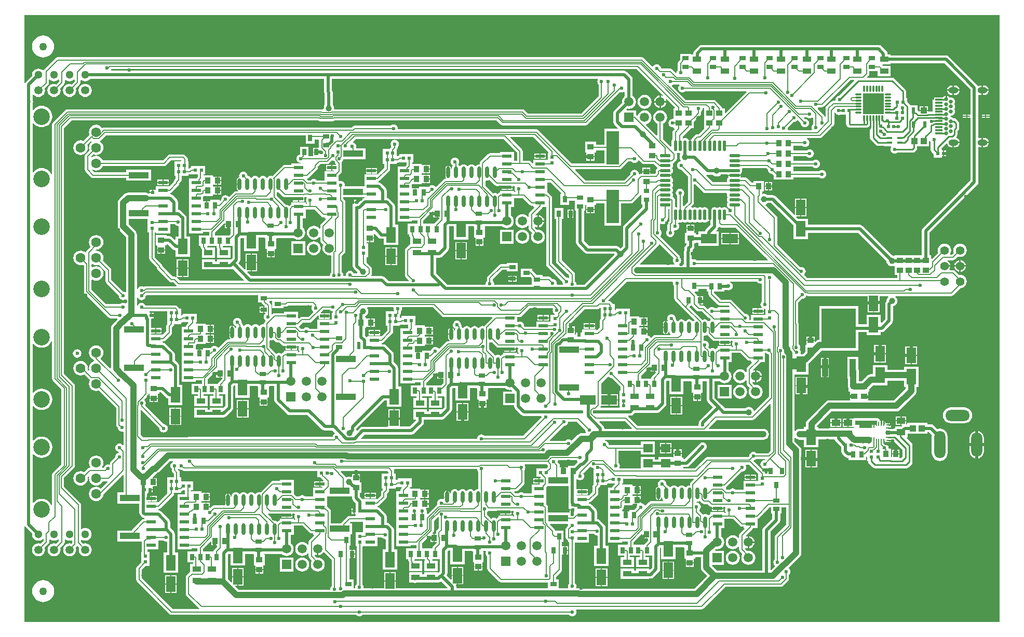
<source format=gtl>
G04*
G04 #@! TF.GenerationSoftware,Altium Limited,Altium Designer,19.0.15 (446)*
G04*
G04 Layer_Physical_Order=1*
G04 Layer_Color=255*
%FSLAX25Y25*%
%MOIN*%
G70*
G01*
G75*
%ADD10C,0.00984*%
%ADD13C,0.01000*%
%ADD17C,0.00600*%
%ADD19R,0.05512X0.03543*%
%ADD20R,0.03898X0.02835*%
%ADD21R,0.02441X0.02441*%
%ADD22R,0.06102X0.02362*%
%ADD23R,0.02441X0.02284*%
%ADD24R,0.12992X0.04134*%
%ADD25R,0.02441X0.02441*%
%ADD26R,0.02284X0.02441*%
%ADD27R,0.03740X0.03937*%
%ADD28R,0.02559X0.04134*%
%ADD29R,0.05512X0.04134*%
%ADD30R,0.03937X0.03937*%
%ADD31R,0.08268X0.02362*%
%ADD32R,0.00787X0.04331*%
%ADD33R,0.00787X0.03150*%
%ADD34R,0.03150X0.00984*%
%ADD35R,0.02756X0.00984*%
%ADD36R,0.03543X0.01575*%
%ADD37R,0.13189X0.13189*%
%ADD38O,0.04134X0.01181*%
%ADD39O,0.01181X0.04134*%
%ADD40R,0.21850X0.25591*%
%ADD41R,0.03937X0.11221*%
%ADD42R,0.06299X0.10039*%
%ADD43R,0.03937X0.03740*%
%ADD44R,0.02835X0.03898*%
%ADD45R,0.03543X0.03937*%
%ADD46R,0.04724X0.01181*%
%ADD47R,0.03937X0.00787*%
%ADD48R,0.04134X0.02559*%
%ADD49O,0.02165X0.06890*%
%ADD50O,0.06890X0.02165*%
%ADD51R,0.10039X0.06299*%
%ADD52O,0.02362X0.07480*%
%ADD53R,0.03543X0.03150*%
%ADD54R,0.03937X0.03543*%
%ADD55R,0.02362X0.03937*%
%ADD56R,0.07874X0.21654*%
%ADD57R,0.06299X0.05315*%
%ADD110C,0.02000*%
%ADD111C,0.03937*%
%ADD112C,0.00500*%
%ADD113R,0.14084X0.03150*%
%ADD114C,0.10630*%
%ADD115C,0.06299*%
%ADD116C,0.05315*%
%ADD117C,0.05118*%
%ADD118O,0.07087X0.17717*%
%ADD119O,0.15748X0.07087*%
%ADD120O,0.07087X0.15748*%
%ADD121C,0.02559*%
%ADD122O,0.06299X0.03937*%
%ADD123R,0.05906X0.05906*%
%ADD124C,0.05906*%
%ADD125C,0.05000*%
%ADD126C,0.05512*%
%ADD127C,0.02362*%
%ADD128C,0.03937*%
G36*
X707687Y481976D02*
Y465561D01*
X705615D01*
Y464567D01*
Y463573D01*
X707687D01*
Y423493D01*
X700141Y415946D01*
X699588Y415120D01*
X699586Y415107D01*
X677198Y392719D01*
X676645Y391892D01*
X676451Y390916D01*
Y375421D01*
X659031D01*
Y375197D01*
X658616Y374919D01*
X658189Y375096D01*
X657406Y375199D01*
X638480Y394125D01*
X637653Y394678D01*
X636677Y394872D01*
X610158D01*
X610000Y394903D01*
X603469D01*
Y398843D01*
X597085D01*
X595907Y400021D01*
X596098Y400483D01*
X598519D01*
Y405802D01*
X595069D01*
Y401512D01*
X594607Y401320D01*
X582708Y413220D01*
X581881Y413772D01*
X580905Y413966D01*
X577573D01*
X576946Y414447D01*
X576102Y414796D01*
X575197Y414916D01*
X574422Y414814D01*
X573922Y415117D01*
Y416217D01*
X574925D01*
Y423153D01*
X568382D01*
Y421914D01*
X567296D01*
X564412Y424798D01*
X563816Y425196D01*
X563114Y425335D01*
X560453D01*
X560448Y425342D01*
X559991Y425693D01*
X560191Y425993D01*
X560262Y426350D01*
X556244D01*
X552226D01*
X552297Y425993D01*
X552497Y425693D01*
X552040Y425342D01*
X551626Y424802D01*
X551366Y424174D01*
X551277Y423500D01*
X551364Y422835D01*
X551374Y422729D01*
X551056Y422335D01*
X542465D01*
X538171Y426629D01*
X538417Y427090D01*
X538976Y426979D01*
X542506D01*
X543133Y426498D01*
X543976Y426148D01*
X544882Y426029D01*
X545787Y426148D01*
X546631Y426498D01*
X547356Y427054D01*
X547506Y427250D01*
X551892D01*
X552138Y426950D01*
X556244D01*
X560262D01*
X560191Y427306D01*
X559991Y427606D01*
X560448Y427957D01*
X560862Y428497D01*
X561123Y429125D01*
X561211Y429799D01*
X561123Y430473D01*
X560968Y430847D01*
X561271Y431347D01*
X576688D01*
X577623Y430411D01*
X577611Y430315D01*
X577703Y429615D01*
X577973Y428963D01*
X578403Y428403D01*
X578963Y427973D01*
X579615Y427703D01*
X580315Y427611D01*
X580411Y427623D01*
X581331Y426704D01*
Y423882D01*
X594173D01*
Y425515D01*
X610419D01*
X610478Y425438D01*
X611038Y425008D01*
X611690Y424738D01*
X612390Y424646D01*
X613090Y424738D01*
X613742Y425008D01*
X614302Y425438D01*
X614732Y425998D01*
X615002Y426650D01*
X615094Y427350D01*
X615002Y428050D01*
X614732Y428702D01*
X614302Y429263D01*
X613742Y429692D01*
X613090Y429962D01*
X612390Y430055D01*
X611690Y429962D01*
X611038Y429692D01*
X610478Y429263D01*
X610419Y429186D01*
X594173D01*
Y432208D01*
X606482D01*
X606541Y432131D01*
X607101Y431701D01*
X607753Y431431D01*
X608453Y431339D01*
X609153Y431431D01*
X609805Y431701D01*
X610365Y432131D01*
X610795Y432691D01*
X611065Y433343D01*
X611157Y434043D01*
X611065Y434743D01*
X610795Y435395D01*
X610365Y435955D01*
X609805Y436385D01*
X609153Y436655D01*
X608453Y436748D01*
X607753Y436655D01*
X607101Y436385D01*
X606541Y435955D01*
X606482Y435879D01*
X594173D01*
Y438901D01*
X602568D01*
X602627Y438824D01*
X603187Y438394D01*
X603839Y438124D01*
X604539Y438032D01*
X605239Y438124D01*
X605892Y438394D01*
X606452Y438824D01*
X606881Y439384D01*
X607152Y440036D01*
X607244Y440736D01*
X607152Y441436D01*
X606881Y442088D01*
X606452Y442648D01*
X605892Y443078D01*
X605239Y443348D01*
X604539Y443440D01*
X603839Y443348D01*
X603187Y443078D01*
X602627Y442648D01*
X602568Y442571D01*
X594173D01*
Y445802D01*
X599604D01*
X599663Y445726D01*
X600223Y445296D01*
X600875Y445026D01*
X601575Y444934D01*
X602275Y445026D01*
X602927Y445296D01*
X603487Y445726D01*
X603917Y446286D01*
X604187Y446938D01*
X604279Y447638D01*
X604187Y448338D01*
X603917Y448990D01*
X603487Y449550D01*
X602927Y449980D01*
X602722Y450065D01*
X602821Y450565D01*
X611061D01*
X611764Y450704D01*
X612359Y451102D01*
X619802Y458545D01*
X620199Y459140D01*
X620339Y459842D01*
Y466851D01*
X620839Y466951D01*
X620886Y466837D01*
X621316Y466277D01*
X621876Y465847D01*
X622528Y465577D01*
X623228Y465485D01*
X623928Y465577D01*
X623952Y465587D01*
X627882D01*
Y459838D01*
X628037Y459057D01*
X628479Y458396D01*
X629065Y457810D01*
X629727Y457368D01*
X630507Y457213D01*
X640753D01*
X641533Y457368D01*
X642195Y457810D01*
X642736Y458352D01*
X642921Y458329D01*
X643236Y458178D01*
Y450787D01*
X643392Y450007D01*
X643834Y449345D01*
X646983Y446196D01*
X647645Y445754D01*
X648425Y445599D01*
X652437D01*
Y445350D01*
X656613D01*
X656860Y444850D01*
X656713Y444659D01*
X656443Y444007D01*
X656351Y443307D01*
X656443Y442607D01*
X656713Y441955D01*
X657143Y441395D01*
X657703Y440965D01*
X658355Y440695D01*
X659055Y440603D01*
X659755Y440695D01*
X660407Y440965D01*
X660802Y441268D01*
X670472D01*
X671253Y441423D01*
X671914Y441865D01*
X672899Y442849D01*
X673341Y443511D01*
X673496Y444291D01*
Y445350D01*
X681224D01*
Y448603D01*
X681724Y448702D01*
X681910Y448254D01*
X682213Y447860D01*
Y443217D01*
X682368Y442436D01*
X682810Y441775D01*
X684091Y440494D01*
Y438016D01*
X689374D01*
Y438916D01*
X690133D01*
Y440736D01*
Y442557D01*
X689374D01*
Y443457D01*
X689174D01*
X688967Y443957D01*
X692182Y447172D01*
X692655Y447011D01*
X692659Y446981D01*
X692958Y446259D01*
X693434Y445639D01*
X694054Y445163D01*
X694776Y444864D01*
X695551Y444762D01*
X696232D01*
Y447756D01*
X696732D01*
Y448256D01*
X700842D01*
X700806Y448531D01*
X700506Y449253D01*
X700031Y449873D01*
X699410Y450349D01*
X698688Y450648D01*
X698658Y450652D01*
X698497Y451125D01*
X698782Y451410D01*
X699224Y452072D01*
X699379Y452852D01*
Y455157D01*
X699867Y455645D01*
X700309Y456306D01*
X700464Y457087D01*
Y460061D01*
X700464Y460062D01*
X700309Y460842D01*
X699867Y461503D01*
X699867Y461503D01*
X698511Y462859D01*
X697850Y463301D01*
X697069Y463456D01*
X696869D01*
X696362Y463845D01*
X695686Y464125D01*
X694961Y464221D01*
X694952Y464220D01*
X694736Y464567D01*
X694952Y464914D01*
X694961Y464913D01*
X695686Y465009D01*
X696362Y465289D01*
X696943Y465734D01*
X697389Y466315D01*
X697669Y466991D01*
X697764Y467717D01*
X697669Y468442D01*
X697389Y469118D01*
X697256Y469291D01*
X697389Y469464D01*
X697669Y470141D01*
X697764Y470866D01*
X697669Y471592D01*
X697389Y472268D01*
X697256Y472441D01*
X697389Y472614D01*
X697669Y473290D01*
X697764Y474016D01*
X697669Y474741D01*
X697389Y475418D01*
X696943Y475998D01*
X696362Y476444D01*
X695686Y476724D01*
X694961Y476819D01*
X694235Y476724D01*
X694199Y476709D01*
X693848Y477234D01*
X693094Y477738D01*
X692705Y477815D01*
Y475642D01*
X692665Y475591D01*
X691705D01*
Y477815D01*
X691315Y477738D01*
X690561Y477234D01*
X690127Y476584D01*
X684321D01*
Y475516D01*
X683421D01*
Y471335D01*
Y467590D01*
X680493D01*
X680324Y467729D01*
Y468007D01*
X675187D01*
Y467774D01*
X674687Y467566D01*
X673973Y468281D01*
X673744Y468434D01*
Y471776D01*
X668929D01*
X668624Y472232D01*
X666992Y473864D01*
Y476342D01*
X666390D01*
Y480551D01*
X666234Y481331D01*
X665792Y481993D01*
X658942Y488843D01*
X658280Y489286D01*
X657500Y489441D01*
X641508D01*
X641317Y489903D01*
X642243Y490828D01*
X642640Y491424D01*
X642780Y492126D01*
Y493579D01*
X647937D01*
X648028Y493116D01*
Y490448D01*
X656539D01*
Y496991D01*
X651499D01*
X651281Y497318D01*
X651170Y497428D01*
X651377Y497928D01*
X656539D01*
Y498651D01*
X691012D01*
X707687Y481976D01*
D02*
G37*
G36*
X292736Y480437D02*
X292930Y479461D01*
X293183Y479082D01*
Y472111D01*
X292703Y471484D01*
X292353Y470641D01*
X292234Y469735D01*
X292287Y469330D01*
X291857Y469021D01*
X291823Y469025D01*
X291151Y469158D01*
X127953D01*
X127250Y469018D01*
X126655Y468621D01*
X118762Y460728D01*
X118364Y460132D01*
X118225Y459430D01*
Y427364D01*
X117725Y427243D01*
X117150Y428317D01*
X116299Y429355D01*
X115261Y430206D01*
X114077Y430839D01*
X112792Y431229D01*
X111456Y431360D01*
X110120Y431229D01*
X108836Y430839D01*
X107652Y430206D01*
X106614Y429355D01*
X106191Y428838D01*
X105691Y429017D01*
Y460008D01*
X106191Y460187D01*
X106614Y459670D01*
X107652Y458819D01*
X108836Y458186D01*
X110120Y457796D01*
X111456Y457665D01*
X112792Y457796D01*
X114077Y458186D01*
X115261Y458819D01*
X116299Y459670D01*
X117150Y460708D01*
X117783Y461892D01*
X118173Y463177D01*
X118304Y464513D01*
X118173Y465849D01*
X117783Y467133D01*
X117150Y468317D01*
X116299Y469355D01*
X115261Y470206D01*
X114077Y470839D01*
X112792Y471229D01*
X111456Y471360D01*
X110120Y471229D01*
X108836Y470839D01*
X107652Y470206D01*
X106614Y469355D01*
X106191Y468839D01*
X105691Y469017D01*
Y472742D01*
X105890Y473040D01*
X106084Y474016D01*
X105890Y474991D01*
X105691Y475290D01*
Y478416D01*
X106191Y478586D01*
X106444Y478255D01*
X107313Y477589D01*
X108324Y477170D01*
X109409Y477027D01*
X110495Y477170D01*
X111506Y477589D01*
X112375Y478255D01*
X113041Y479124D01*
X113460Y480135D01*
X113603Y481220D01*
X113460Y482306D01*
X113352Y482567D01*
X115566Y484782D01*
X115964Y485377D01*
X116104Y486080D01*
Y488113D01*
X116604Y488257D01*
X117362Y487675D01*
X118350Y487266D01*
X119409Y487126D01*
X120469Y487266D01*
X121457Y487675D01*
X122165Y488218D01*
X122665Y488026D01*
Y487071D01*
X120756Y485163D01*
X120495Y485271D01*
X119409Y485414D01*
X118324Y485271D01*
X117313Y484852D01*
X116444Y484186D01*
X115778Y483317D01*
X115359Y482306D01*
X115216Y481220D01*
X115359Y480135D01*
X115778Y479124D01*
X116444Y478255D01*
X117313Y477589D01*
X118324Y477170D01*
X119409Y477027D01*
X120495Y477170D01*
X121506Y477589D01*
X122375Y478255D01*
X123041Y479124D01*
X123460Y480135D01*
X123603Y481220D01*
X123460Y482306D01*
X123352Y482567D01*
X125798Y485013D01*
X126196Y485609D01*
X126335Y486311D01*
Y487833D01*
X126835Y488079D01*
X127362Y487675D01*
X128350Y487266D01*
X129409Y487126D01*
X130469Y487266D01*
X131456Y487675D01*
X132165Y488218D01*
X132665Y488026D01*
Y487071D01*
X130756Y485163D01*
X130495Y485271D01*
X129409Y485414D01*
X128324Y485271D01*
X127313Y484852D01*
X126444Y484186D01*
X125778Y483317D01*
X125359Y482306D01*
X125216Y481220D01*
X125359Y480135D01*
X125778Y479124D01*
X126444Y478255D01*
X127313Y477589D01*
X128324Y477170D01*
X129409Y477027D01*
X130495Y477170D01*
X131506Y477589D01*
X132375Y478255D01*
X133041Y479124D01*
X133460Y480135D01*
X133603Y481220D01*
X133460Y482306D01*
X133352Y482567D01*
X135798Y485013D01*
X136196Y485609D01*
X136335Y486311D01*
Y487833D01*
X136835Y488079D01*
X137362Y487675D01*
X138350Y487266D01*
X139409Y487126D01*
X140469Y487266D01*
X141456Y487675D01*
X142304Y488326D01*
X142660Y488790D01*
X292736D01*
Y480437D01*
D02*
G37*
G36*
X726378Y139764D02*
X100394D01*
Y201083D01*
X100894Y201235D01*
X101339Y200568D01*
X105412Y196495D01*
X105355Y196063D01*
X105494Y195003D01*
X105903Y194016D01*
X106554Y193168D01*
X107402Y192517D01*
X108389Y192108D01*
X109449Y191969D01*
X110508Y192108D01*
X111496Y192517D01*
X112232Y193082D01*
X112732Y192916D01*
Y191941D01*
X110796Y190005D01*
X110534Y190113D01*
X109449Y190256D01*
X108363Y190113D01*
X107352Y189694D01*
X106484Y189028D01*
X105817Y188160D01*
X105398Y187148D01*
X105255Y186063D01*
X105398Y184978D01*
X105817Y183966D01*
X106484Y183098D01*
X107352Y182431D01*
X108363Y182012D01*
X109449Y181870D01*
X110534Y182012D01*
X111546Y182431D01*
X112414Y183098D01*
X113080Y183966D01*
X113499Y184978D01*
X113642Y186063D01*
X113499Y187148D01*
X113391Y187410D01*
X115865Y189883D01*
X116262Y190479D01*
X116402Y191181D01*
Y192654D01*
X116902Y192901D01*
X117402Y192517D01*
X118389Y192108D01*
X119449Y191969D01*
X120508Y192108D01*
X121496Y192517D01*
X122074Y192961D01*
X122574Y192715D01*
Y191784D01*
X120796Y190005D01*
X120534Y190113D01*
X119449Y190256D01*
X118363Y190113D01*
X117352Y189694D01*
X116484Y189028D01*
X115817Y188160D01*
X115398Y187148D01*
X115255Y186063D01*
X115398Y184978D01*
X115817Y183966D01*
X116484Y183098D01*
X117352Y182431D01*
X118363Y182012D01*
X119449Y181870D01*
X120534Y182012D01*
X121546Y182431D01*
X122414Y183098D01*
X123080Y183966D01*
X123499Y184978D01*
X123642Y186063D01*
X123499Y187148D01*
X123391Y187410D01*
X125707Y189726D01*
X126105Y190321D01*
X126245Y191024D01*
Y192780D01*
X126745Y193022D01*
X127402Y192517D01*
X128389Y192108D01*
X129449Y191969D01*
X130508Y192108D01*
X130657Y192170D01*
X131073Y191892D01*
Y190381D01*
X130665Y190059D01*
X130534Y190113D01*
X129449Y190256D01*
X128364Y190113D01*
X127352Y189694D01*
X126484Y189028D01*
X125817Y188160D01*
X125398Y187148D01*
X125256Y186063D01*
X125398Y184978D01*
X125817Y183966D01*
X126484Y183098D01*
X127352Y182431D01*
X128364Y182012D01*
X129449Y181870D01*
X130534Y182012D01*
X131545Y182431D01*
X132414Y183098D01*
X133080Y183966D01*
X133499Y184978D01*
X133642Y186063D01*
X133499Y187148D01*
X133391Y187410D01*
X134206Y188224D01*
X134648Y188268D01*
X135507Y187410D01*
X135398Y187148D01*
X135256Y186063D01*
X135398Y184978D01*
X135817Y183966D01*
X136484Y183098D01*
X137352Y182431D01*
X138364Y182012D01*
X139449Y181870D01*
X140534Y182012D01*
X141545Y182431D01*
X142414Y183098D01*
X143080Y183966D01*
X143499Y184978D01*
X143642Y186063D01*
X143499Y187148D01*
X143080Y188160D01*
X142414Y189028D01*
X141545Y189694D01*
X140534Y190113D01*
X139449Y190256D01*
X138364Y190113D01*
X138102Y190005D01*
X136776Y191331D01*
Y192432D01*
X137225Y192653D01*
X137402Y192517D01*
X138389Y192108D01*
X139449Y191969D01*
X140508Y192108D01*
X141496Y192517D01*
X142344Y193168D01*
X142994Y194016D01*
X143403Y195003D01*
X143543Y196063D01*
X143403Y197123D01*
X142994Y198110D01*
X142344Y198958D01*
X141496Y199609D01*
X140508Y200018D01*
X139449Y200157D01*
X138389Y200018D01*
X137402Y199609D01*
X137225Y199473D01*
X136776Y199694D01*
Y215059D01*
X136636Y215761D01*
X136239Y216357D01*
X125851Y226744D01*
Y232311D01*
X132370Y238830D01*
X132768Y239425D01*
X132908Y240128D01*
Y291368D01*
X132768Y292071D01*
X132370Y292666D01*
X125851Y299185D01*
Y457095D01*
X130644Y461888D01*
X288940D01*
X289414Y461571D01*
X290117Y461431D01*
X298412D01*
X299114Y461571D01*
X299588Y461888D01*
X403505D01*
X406079Y459313D01*
X406675Y458916D01*
X407377Y458776D01*
X460340D01*
X460435Y458795D01*
X460630D01*
X461332Y458934D01*
X461928Y459332D01*
X482806Y480211D01*
X483158Y480065D01*
X483858Y479973D01*
X484558Y480065D01*
X485210Y480335D01*
X485303Y480406D01*
X485803Y480160D01*
Y477543D01*
X485324Y477176D01*
X484611Y476246D01*
X484162Y475162D01*
X484009Y474000D01*
X484095Y473348D01*
X479198Y468451D01*
X478645Y467624D01*
X478451Y466648D01*
Y461000D01*
X478645Y460024D01*
X479198Y459198D01*
X481406Y456989D01*
X481214Y456528D01*
X472626D01*
Y446485D01*
X467248D01*
Y448252D01*
X460311D01*
Y441512D01*
X461112D01*
X461211Y441053D01*
X461211Y441012D01*
Y438883D01*
X463779D01*
X466348D01*
Y441012D01*
X466348Y441053D01*
X466447Y441512D01*
X467248D01*
Y442814D01*
X472626D01*
Y434309D01*
X451751D01*
X430394Y455666D01*
X429798Y456064D01*
X429096Y456204D01*
X340421D01*
X340091Y456580D01*
X340106Y456693D01*
X340014Y457393D01*
X339743Y458045D01*
X339314Y458605D01*
X338754Y459035D01*
X338102Y459305D01*
X337402Y459397D01*
X336702Y459305D01*
X336049Y459035D01*
X335489Y458605D01*
X335430Y458528D01*
X312392D01*
X311690Y458389D01*
X311094Y457991D01*
X310507Y457404D01*
X151542D01*
X150840Y457264D01*
X150421Y456984D01*
X149773Y457829D01*
X148801Y458574D01*
X147670Y459043D01*
X146456Y459202D01*
X145243Y459043D01*
X144112Y458574D01*
X143140Y457829D01*
X142395Y456857D01*
X141927Y455726D01*
X141767Y454513D01*
X141927Y453299D01*
X142138Y452789D01*
X138180Y448832D01*
X137670Y449043D01*
X136456Y449202D01*
X135243Y449043D01*
X134112Y448574D01*
X133140Y447829D01*
X132395Y446858D01*
X131927Y445726D01*
X131767Y444513D01*
X131927Y443299D01*
X132395Y442168D01*
X133140Y441196D01*
X134112Y440451D01*
X135243Y439983D01*
X136456Y439823D01*
X137670Y439983D01*
X138801Y440451D01*
X139773Y441196D01*
X140518Y442168D01*
X140986Y443299D01*
X141146Y444513D01*
X140986Y445726D01*
X140775Y446236D01*
X143299Y448760D01*
X143454Y448700D01*
X143535Y448131D01*
X143140Y447829D01*
X142395Y446858D01*
X141927Y445726D01*
X141767Y444513D01*
X141927Y443299D01*
X142145Y442772D01*
X139647Y440274D01*
X139249Y439679D01*
X139110Y438976D01*
Y430331D01*
X139249Y429628D01*
X139647Y429033D01*
X143206Y425474D01*
X143802Y425076D01*
X144504Y424936D01*
X165626D01*
Y423205D01*
X181618D01*
Y430339D01*
X165626D01*
Y428607D01*
X145264D01*
X143820Y430051D01*
X144112Y430451D01*
X145243Y429983D01*
X146456Y429823D01*
X147670Y429983D01*
X148801Y430451D01*
X149773Y431196D01*
X150518Y432168D01*
X150729Y432677D01*
X190024D01*
X190727Y432817D01*
X191322Y433215D01*
X194461Y436354D01*
X201169D01*
X201224Y436291D01*
X201000Y435791D01*
X196689D01*
Y430350D01*
X196689D01*
Y426413D01*
X197574D01*
Y424579D01*
X196734Y423739D01*
X196336Y423143D01*
X196196Y422441D01*
Y422292D01*
X193672Y419768D01*
X184819D01*
Y417775D01*
X184498Y417408D01*
X182977D01*
Y415588D01*
X182677D01*
Y415288D01*
X180857D01*
Y415062D01*
X180357Y414871D01*
X180037Y415116D01*
X179193Y415466D01*
X178287Y415585D01*
X166929D01*
X166024Y415466D01*
X165180Y415116D01*
X164455Y414560D01*
X161306Y411411D01*
X160750Y410686D01*
X160400Y409842D01*
X160281Y408937D01*
Y393885D01*
X160400Y392980D01*
X160750Y392136D01*
X161306Y391412D01*
X165605Y387112D01*
Y351756D01*
X165157Y351535D01*
X165132Y351554D01*
X164479Y351825D01*
X163779Y351917D01*
X163683Y351904D01*
X156166Y359422D01*
Y365772D01*
X156026Y366475D01*
X155628Y367070D01*
X150775Y371923D01*
X150986Y372433D01*
X151146Y373646D01*
X150986Y374860D01*
X150518Y375991D01*
X149773Y376963D01*
X148801Y377708D01*
X147670Y378176D01*
X146456Y378336D01*
X146202Y378807D01*
X146340Y378972D01*
X146456Y378957D01*
X147670Y379117D01*
X148801Y379585D01*
X149773Y380330D01*
X150518Y381302D01*
X150986Y382433D01*
X151146Y383646D01*
X150986Y384860D01*
X150518Y385991D01*
X149773Y386963D01*
X148801Y387708D01*
X147670Y388176D01*
X146456Y388336D01*
X145243Y388176D01*
X144112Y387708D01*
X143140Y386963D01*
X142395Y385991D01*
X141927Y384860D01*
X141767Y383646D01*
X141927Y382433D01*
X142395Y381302D01*
X142776Y380805D01*
X140435Y378463D01*
X140037Y377868D01*
X139954Y377453D01*
X139411Y377240D01*
X138801Y377708D01*
X137670Y378176D01*
X136456Y378336D01*
X135243Y378176D01*
X134112Y377708D01*
X133140Y376963D01*
X132395Y375991D01*
X131927Y374860D01*
X131767Y373646D01*
X131927Y372433D01*
X132395Y371302D01*
X133140Y370330D01*
X134112Y369585D01*
X135243Y369116D01*
X136456Y368957D01*
X137670Y369116D01*
X138180Y369328D01*
X138697Y368810D01*
Y351865D01*
X138837Y351163D01*
X139235Y350567D01*
X154486Y335316D01*
X155082Y334918D01*
X155784Y334778D01*
X159839D01*
X159898Y334701D01*
X160098Y334548D01*
X160131Y334049D01*
X156975Y330894D01*
X156419Y330169D01*
X156070Y329325D01*
X156010Y328873D01*
X155950Y328420D01*
Y302864D01*
X155450Y302657D01*
X149402Y308706D01*
X149434Y309205D01*
X149773Y309464D01*
X150518Y310436D01*
X150986Y311566D01*
X151146Y312780D01*
X150986Y313994D01*
X150518Y315125D01*
X149773Y316096D01*
X148801Y316842D01*
X147670Y317310D01*
X146456Y317470D01*
X145243Y317310D01*
X144112Y316842D01*
X143140Y316096D01*
X142395Y315125D01*
X141927Y313994D01*
X141767Y312780D01*
X141927Y311566D01*
X142395Y310436D01*
X143140Y309464D01*
X144112Y308719D01*
X144740Y308459D01*
X144761Y308353D01*
X145141Y307785D01*
X145152Y307733D01*
X145000Y307210D01*
X144112Y306842D01*
X143140Y306097D01*
X142395Y305125D01*
X141927Y303994D01*
X141767Y302780D01*
X141927Y301567D01*
X141950Y301510D01*
X141526Y301227D01*
X141010Y301743D01*
X141146Y302780D01*
X140986Y303994D01*
X140518Y305125D01*
X139773Y306097D01*
X138801Y306842D01*
X137670Y307310D01*
X136456Y307470D01*
X135243Y307310D01*
X134112Y306842D01*
X133140Y306097D01*
X132395Y305125D01*
X131927Y303994D01*
X131767Y302780D01*
X131927Y301567D01*
X132395Y300435D01*
X133140Y299464D01*
X134112Y298719D01*
X135243Y298250D01*
X136456Y298091D01*
X137670Y298250D01*
X138801Y298719D01*
X138825Y298737D01*
X142030Y295532D01*
X142365Y295308D01*
X142395Y295125D01*
X141927Y293994D01*
X141767Y292780D01*
X141927Y291566D01*
X142395Y290436D01*
X143140Y289464D01*
X144112Y288719D01*
X145243Y288250D01*
X146456Y288091D01*
X147670Y288250D01*
X148180Y288461D01*
X159332Y277309D01*
Y270650D01*
X159273Y270350D01*
Y266451D01*
X159412Y265749D01*
X159810Y265154D01*
X160301Y264663D01*
X160288Y264567D01*
X160380Y263867D01*
X160650Y263215D01*
X161080Y262655D01*
X161640Y262225D01*
X162292Y261955D01*
X162992Y261863D01*
X163506Y261930D01*
X164006Y261602D01*
Y253427D01*
X163506Y253257D01*
X163330Y253487D01*
X162769Y253917D01*
X162117Y254187D01*
X161417Y254279D01*
X160717Y254187D01*
X160065Y253917D01*
X159505Y253487D01*
X159075Y252927D01*
X158805Y252275D01*
X158713Y251575D01*
X158805Y250875D01*
X159075Y250223D01*
X159505Y249663D01*
X160065Y249233D01*
X160717Y248963D01*
X161034Y248921D01*
X161137Y248847D01*
X161140Y248841D01*
X160828Y248296D01*
X160717Y248281D01*
X160065Y248011D01*
X159505Y247582D01*
X159075Y247021D01*
X158805Y246369D01*
X158713Y245669D01*
X158726Y245573D01*
X155789Y242636D01*
X155391Y242041D01*
X155251Y241339D01*
Y240997D01*
X154836Y240719D01*
X154637Y240801D01*
X153937Y240893D01*
X153237Y240801D01*
X152585Y240531D01*
X152025Y240101D01*
X151595Y239541D01*
X151325Y238889D01*
X151319Y238843D01*
X150526D01*
X150305Y239292D01*
X150518Y239569D01*
X150986Y240700D01*
X151146Y241914D01*
X150986Y243128D01*
X150518Y244259D01*
X149773Y245230D01*
X148801Y245976D01*
X147670Y246444D01*
X146456Y246604D01*
X145243Y246444D01*
X144112Y245976D01*
X143140Y245230D01*
X142395Y244259D01*
X141927Y243128D01*
X141767Y241914D01*
X141927Y240700D01*
X142395Y239569D01*
X142604Y239297D01*
X142348Y238809D01*
X141817Y238703D01*
X141222Y238306D01*
X138853Y235936D01*
X138801Y235976D01*
X137670Y236444D01*
X136456Y236604D01*
X135243Y236444D01*
X134112Y235976D01*
X133140Y235230D01*
X132395Y234259D01*
X131927Y233128D01*
X131767Y231914D01*
X131927Y230700D01*
X132395Y229569D01*
X133140Y228598D01*
X134112Y227853D01*
X135243Y227384D01*
X136456Y227224D01*
X137670Y227384D01*
X138801Y227853D01*
X139773Y228598D01*
X140518Y229569D01*
X140986Y230700D01*
X141146Y231914D01*
X141015Y232908D01*
X141491Y233384D01*
X141894Y233147D01*
X141924Y233110D01*
X141767Y231914D01*
X141927Y230700D01*
X142395Y229569D01*
X143140Y228598D01*
X144112Y227853D01*
X145243Y227384D01*
X146456Y227224D01*
X147670Y227384D01*
X148801Y227853D01*
X149773Y228598D01*
X150518Y229569D01*
X150729Y230079D01*
X153602D01*
X153793Y229617D01*
X149565Y225389D01*
X148801Y225976D01*
X147670Y226444D01*
X146456Y226604D01*
X145243Y226444D01*
X144112Y225976D01*
X143140Y225230D01*
X142395Y224259D01*
X141927Y223128D01*
X141767Y221914D01*
X141927Y220700D01*
X142395Y219569D01*
X143140Y218598D01*
X144112Y217853D01*
X145243Y217384D01*
X146456Y217225D01*
X147670Y217384D01*
X148801Y217853D01*
X149773Y218598D01*
X150518Y219569D01*
X150986Y220700D01*
X151126Y221759D01*
X163544Y234177D01*
X164006Y233985D01*
Y222858D01*
X160114D01*
Y215724D01*
X174223D01*
Y209842D01*
X174417Y208867D01*
X174969Y208040D01*
X175875Y207135D01*
X176702Y206582D01*
X177339Y206455D01*
Y205772D01*
X177165D01*
X176463Y205633D01*
X175868Y205235D01*
X169428Y198795D01*
X169197Y198449D01*
X160114D01*
Y191315D01*
X175724D01*
Y184807D01*
X175429D01*
Y179524D01*
Y178025D01*
X172718Y175313D01*
X172320Y174718D01*
X172180Y174016D01*
Y166929D01*
X172320Y166227D01*
X172718Y165631D01*
X193584Y144765D01*
X194180Y144367D01*
X194882Y144228D01*
X313383D01*
X313442Y144151D01*
X314002Y143721D01*
X314654Y143451D01*
X315354Y143359D01*
X316054Y143451D01*
X316706Y143721D01*
X317267Y144151D01*
X317326Y144228D01*
X449997D01*
X450056Y144151D01*
X450616Y143721D01*
X451269Y143451D01*
X451968Y143359D01*
X452668Y143451D01*
X453321Y143721D01*
X453881Y144151D01*
X454310Y144711D01*
X454581Y145363D01*
X454673Y146063D01*
X454581Y146763D01*
X454370Y147271D01*
X454608Y147771D01*
X535039D01*
X535742Y147911D01*
X536337Y148309D01*
X550366Y162338D01*
X586164D01*
X586867Y162478D01*
X587462Y162875D01*
X590668Y166081D01*
X591066Y166677D01*
X591205Y167379D01*
Y170076D01*
X591282Y170135D01*
X591712Y170695D01*
X591982Y171347D01*
X592074Y172047D01*
X591982Y172747D01*
X591712Y173399D01*
X591282Y173959D01*
X591152Y174059D01*
X591120Y174558D01*
X598142Y181580D01*
X598698Y182305D01*
X599047Y183149D01*
X599166Y184054D01*
Y250001D01*
X599047Y250907D01*
X598698Y251750D01*
X598142Y252475D01*
X594836Y255781D01*
Y257882D01*
X595336Y258052D01*
X595558Y257763D01*
X596282Y257207D01*
X597126Y256857D01*
X598032Y256738D01*
X600862D01*
Y251893D01*
X610161D01*
Y257132D01*
X617004D01*
Y257063D01*
X620561D01*
X620661Y256560D01*
X621213Y255733D01*
X624642Y252305D01*
Y250547D01*
X624734D01*
Y249488D01*
X624929Y248513D01*
X625481Y247686D01*
X627318Y245848D01*
X628145Y245296D01*
X629121Y245102D01*
X629405D01*
Y243795D01*
X640673D01*
Y245956D01*
X640874Y246091D01*
X641374Y245825D01*
Y243146D01*
X642055D01*
Y242913D01*
X642210Y242133D01*
X642653Y241472D01*
X645015Y239109D01*
X645015Y239109D01*
X645676Y238667D01*
X646457Y238512D01*
X646457Y238512D01*
X666535D01*
X667316Y238667D01*
X667977Y239109D01*
X669946Y241078D01*
X670388Y241739D01*
X670543Y242520D01*
Y253166D01*
X670543Y253166D01*
X670388Y253946D01*
X669946Y254608D01*
X666771Y257782D01*
X666962Y258244D01*
X667248D01*
Y260705D01*
X680043D01*
Y261624D01*
X681228D01*
X683032Y259820D01*
X682905Y258858D01*
Y248228D01*
X683079Y246912D01*
X683587Y245685D01*
X684395Y244631D01*
X685449Y243823D01*
X686676Y243315D01*
X687992Y243142D01*
X689309Y243315D01*
X690535Y243823D01*
X691589Y244631D01*
X692397Y245685D01*
X692906Y246912D01*
X693079Y248228D01*
Y258858D01*
X692906Y260175D01*
X692397Y261402D01*
X691589Y262455D01*
X690535Y263264D01*
X689309Y263772D01*
X687992Y263945D01*
X686676Y263772D01*
X686403Y263659D01*
X684086Y265976D01*
X683259Y266528D01*
X682283Y266722D01*
X680043D01*
Y267642D01*
X667201D01*
Y266722D01*
X666348D01*
Y268598D01*
X663292D01*
Y266231D01*
X663446D01*
X663654Y265731D01*
X663301Y265378D01*
X658736D01*
Y263941D01*
X657799D01*
Y264394D01*
X656899D01*
Y266039D01*
X654921D01*
Y266339D01*
X654621D01*
Y267431D01*
X652962D01*
Y269104D01*
X652269D01*
Y266929D01*
X651669D01*
Y269104D01*
X650713D01*
Y270004D01*
X648966D01*
X648719Y270373D01*
X648223Y270704D01*
X647638Y270821D01*
X633554D01*
X632968Y270704D01*
X632488Y270384D01*
X629434D01*
Y267717D01*
Y265050D01*
X632488D01*
X632968Y264729D01*
X633129Y264697D01*
X633080Y264197D01*
X617004D01*
Y264128D01*
X610161D01*
Y264933D01*
X609076D01*
Y265546D01*
X618575Y275045D01*
X660039D01*
X660945Y275164D01*
X661789Y275514D01*
X662513Y276070D01*
X672088Y285644D01*
X672644Y286369D01*
X672993Y287213D01*
X673113Y288118D01*
Y290709D01*
X674264D01*
Y303748D01*
X664965D01*
Y301727D01*
X654256D01*
Y304748D01*
X644957D01*
Y298880D01*
X643807D01*
X642901Y298761D01*
X642057Y298411D01*
X641333Y297855D01*
X637921Y294443D01*
X636421D01*
Y294472D01*
X636058D01*
Y300591D01*
X635938Y301496D01*
X635673Y302136D01*
Y310181D01*
X628736D01*
Y295961D01*
X629061D01*
Y291496D01*
X629180Y290591D01*
X629484Y289856D01*
Y287732D01*
X630285D01*
X630384Y287273D01*
X630384Y287232D01*
Y285103D01*
X632953D01*
Y284503D01*
X630384D01*
Y282542D01*
X630384Y282333D01*
X630005Y282042D01*
X617126D01*
X616221Y281923D01*
X615377Y281573D01*
X614652Y281017D01*
X603103Y269468D01*
X602548Y268744D01*
X602198Y267900D01*
X602138Y267447D01*
X602079Y266995D01*
Y264933D01*
X600862D01*
Y263735D01*
X598032D01*
X597126Y263615D01*
X596282Y263266D01*
X595558Y262710D01*
X595336Y262421D01*
X594836Y262591D01*
Y288188D01*
Y298795D01*
X603862D01*
Y305712D01*
X604097Y305892D01*
X612344Y314139D01*
X614272D01*
X614499Y314169D01*
X635653D01*
Y325916D01*
X640921D01*
Y324091D01*
X650220D01*
Y325916D01*
X650748D01*
X651723Y326110D01*
X652550Y326662D01*
X657314Y331426D01*
X657867Y332253D01*
X658061Y333228D01*
Y342594D01*
X658197Y342612D01*
X659041Y342962D01*
X659765Y343518D01*
X660321Y344242D01*
X660671Y345086D01*
X660790Y345991D01*
X660671Y346897D01*
X660321Y347741D01*
X659765Y348465D01*
X659505Y348665D01*
X659675Y349165D01*
X695500D01*
X696202Y349304D01*
X696798Y349702D01*
X701345Y354250D01*
X702135Y354354D01*
X703170Y354783D01*
X704059Y355465D01*
X704741Y356354D01*
X705170Y357389D01*
X705316Y358500D01*
X705170Y359611D01*
X704741Y360646D01*
X704059Y361535D01*
X703170Y362217D01*
X702135Y362646D01*
X701023Y362793D01*
X700407Y362712D01*
X697821Y365298D01*
X697226Y365696D01*
X696523Y365835D01*
X694278D01*
X694057Y366284D01*
X694304Y366606D01*
X694683Y367519D01*
X694746Y368000D01*
X691023D01*
Y369000D01*
X694746D01*
X694683Y369480D01*
X694304Y370394D01*
X693702Y371179D01*
X693069Y371665D01*
X693238Y372165D01*
X696523D01*
X697226Y372304D01*
X697821Y372702D01*
X699601Y374482D01*
X699912Y374354D01*
X701023Y374207D01*
X702135Y374354D01*
X703170Y374782D01*
X704059Y375465D01*
X704741Y376354D01*
X705170Y377389D01*
X705316Y378500D01*
X705170Y379611D01*
X704741Y380646D01*
X704059Y381535D01*
X703170Y382218D01*
X702135Y382646D01*
X701023Y382793D01*
X699912Y382646D01*
X698877Y382218D01*
X697988Y381535D01*
X697306Y380646D01*
X696877Y379611D01*
X696731Y378500D01*
X696877Y377389D01*
X697006Y377078D01*
X695763Y375835D01*
X694908D01*
X694687Y376284D01*
X694741Y376354D01*
X695170Y377389D01*
X695316Y378500D01*
X695170Y379611D01*
X694741Y380646D01*
X694059Y381535D01*
X693170Y382218D01*
X692135Y382646D01*
X691023Y382793D01*
X689912Y382646D01*
X688877Y382218D01*
X687988Y381535D01*
X687306Y380646D01*
X686877Y379611D01*
X686731Y378500D01*
X686877Y377389D01*
X687006Y377078D01*
X682930Y373002D01*
X682469Y373194D01*
Y375421D01*
X681549D01*
Y389861D01*
X703746Y412057D01*
X704298Y412884D01*
X704301Y412897D01*
X712039Y420635D01*
X712591Y421461D01*
X712785Y422437D01*
Y444668D01*
X713201Y444946D01*
X713398Y444864D01*
X714173Y444762D01*
X714854D01*
Y447756D01*
Y450750D01*
X714173D01*
X713398Y450648D01*
X713201Y450566D01*
X712785Y450844D01*
Y478290D01*
X713201Y478568D01*
X713398Y478486D01*
X714173Y478384D01*
X714854D01*
Y481378D01*
Y484372D01*
X714173D01*
X713398Y484270D01*
X713064Y484131D01*
X712637Y484019D01*
X712358Y484357D01*
X712039Y484834D01*
X693870Y503002D01*
X693043Y503555D01*
X692068Y503749D01*
X656539D01*
Y504472D01*
X654442D01*
Y504800D01*
X654248Y505776D01*
X653695Y506602D01*
X650621Y509676D01*
X649794Y510229D01*
X648819Y510423D01*
X535197D01*
X534221Y510229D01*
X533394Y509676D01*
X530639Y506920D01*
X530086Y506094D01*
X529892Y505118D01*
Y504472D01*
X528252D01*
Y504846D01*
X521354D01*
Y501076D01*
X520356Y500077D01*
X519958Y499482D01*
X519818Y498779D01*
Y494491D01*
X519741Y494432D01*
X519312Y493872D01*
X519041Y493220D01*
X518975Y492717D01*
X518473Y492512D01*
X516268Y494717D01*
X515673Y495115D01*
X514970Y495255D01*
X509768D01*
X509498Y495201D01*
X509436Y495211D01*
X508968Y495542D01*
X508911Y495975D01*
X508641Y496628D01*
X508211Y497188D01*
X507651Y497617D01*
X506999Y497888D01*
X506299Y497980D01*
X505599Y497888D01*
X504947Y497617D01*
X504387Y497188D01*
X504112Y496829D01*
X503506Y496728D01*
X498148Y502085D01*
X497553Y502483D01*
X496850Y502623D01*
X121787D01*
X121085Y502483D01*
X120490Y502085D01*
X112971Y494566D01*
X112793Y494300D01*
X112653Y494247D01*
X112154Y494231D01*
X111457Y494766D01*
X110469Y495175D01*
X109409Y495315D01*
X108350Y495175D01*
X107362Y494766D01*
X106515Y494115D01*
X105864Y493267D01*
X105455Y492280D01*
X105315Y491221D01*
X105372Y490788D01*
X101339Y486755D01*
X100894Y486088D01*
X100394Y486240D01*
Y529528D01*
X726378D01*
Y139764D01*
D02*
G37*
G36*
X510258Y478091D02*
X509975Y477668D01*
X509532Y477851D01*
X509000Y477921D01*
Y474500D01*
X512421D01*
X512351Y475032D01*
X512168Y475475D01*
X512591Y475758D01*
X518080Y470269D01*
X517889Y469807D01*
X517004D01*
Y463383D01*
X516684Y462978D01*
X516628Y462928D01*
X516535Y462941D01*
X515836Y462848D01*
X515183Y462578D01*
X514623Y462148D01*
X514193Y461588D01*
X513923Y460936D01*
X513831Y460236D01*
X513923Y459536D01*
X514193Y458884D01*
X514623Y458324D01*
X515183Y457894D01*
X515836Y457624D01*
X516535Y457532D01*
X516628Y457544D01*
X517004Y457214D01*
Y456965D01*
X517495D01*
X517687Y456503D01*
X516954Y455770D01*
X516556Y455175D01*
X516417Y454472D01*
Y449953D01*
X516410Y449948D01*
X515996Y449409D01*
X515736Y448780D01*
X515647Y448106D01*
Y445299D01*
X515185Y445107D01*
X510335Y449957D01*
Y459941D01*
X510746Y460111D01*
X511676Y460824D01*
X512390Y461754D01*
X512838Y462838D01*
X512991Y464000D01*
X512838Y465162D01*
X512390Y466246D01*
X511676Y467176D01*
X510746Y467889D01*
X509662Y468338D01*
X508500Y468491D01*
X507338Y468338D01*
X506254Y467889D01*
X505324Y467176D01*
X504610Y466246D01*
X504162Y465162D01*
X504009Y464000D01*
X504162Y462838D01*
X504610Y461754D01*
X505324Y460824D01*
X506254Y460111D01*
X506665Y459941D01*
Y452584D01*
X506203Y452393D01*
X499418Y459177D01*
X499579Y459651D01*
X499662Y459662D01*
X500746Y460111D01*
X501676Y460824D01*
X502389Y461754D01*
X502838Y462838D01*
X502991Y464000D01*
X502838Y465162D01*
X502389Y466246D01*
X501676Y467176D01*
X500746Y467889D01*
X499662Y468338D01*
X498500Y468491D01*
X497338Y468338D01*
X496254Y467889D01*
X495324Y467176D01*
X494611Y466246D01*
X494162Y465162D01*
X494151Y465079D01*
X493677Y464918D01*
X493298Y465298D01*
X492953Y465528D01*
Y468453D01*
X487063D01*
X486871Y468915D01*
X487586Y469629D01*
X488500Y469509D01*
X489662Y469662D01*
X490746Y470111D01*
X491676Y470824D01*
X492389Y471754D01*
X492838Y472838D01*
X492991Y474000D01*
X492838Y475162D01*
X492389Y476246D01*
X491676Y477176D01*
X490901Y477770D01*
Y488420D01*
X490707Y489395D01*
X490154Y490222D01*
X487235Y493141D01*
X486409Y493693D01*
X485433Y493888D01*
X156109D01*
X155914Y494388D01*
X156155Y494969D01*
X156161Y495015D01*
X493334D01*
X510258Y478091D01*
D02*
G37*
G36*
X521031Y484673D02*
X520923Y484589D01*
X520493Y484029D01*
X520223Y483377D01*
X520130Y482677D01*
X520223Y481977D01*
X520493Y481325D01*
X520923Y480765D01*
X521483Y480335D01*
X522135Y480065D01*
X522835Y479973D01*
X523535Y480065D01*
X524187Y480335D01*
X524747Y480765D01*
X524806Y480842D01*
X563803D01*
X564010Y480342D01*
X550430Y466762D01*
X549968Y466953D01*
Y469807D01*
X548302D01*
X548196Y470344D01*
X547798Y470939D01*
X544211Y474526D01*
X543616Y474924D01*
X542913Y475064D01*
X525170D01*
X516104Y484129D01*
X516201Y484620D01*
X516313Y484666D01*
X516873Y485096D01*
X516932Y485173D01*
X520861D01*
X521031Y484673D01*
D02*
G37*
G36*
X468495Y488290D02*
X468254Y487708D01*
X468162Y487008D01*
X468254Y486308D01*
X468524Y485656D01*
X468954Y485096D01*
X469031Y485037D01*
Y477532D01*
X457901Y466402D01*
X423595D01*
X421377Y468621D01*
X420781Y469018D01*
X420079Y469158D01*
X299534D01*
X299204Y469534D01*
X299231Y469735D01*
X299112Y470641D01*
X298762Y471484D01*
X298281Y472111D01*
Y479989D01*
X298087Y480965D01*
X297834Y481344D01*
Y488790D01*
X468300D01*
X468495Y488290D01*
D02*
G37*
G36*
X633008Y487467D02*
X623415Y477874D01*
X622922Y477809D01*
X622270Y477539D01*
X621710Y477109D01*
X621280Y476549D01*
X621010Y475897D01*
X620918Y475197D01*
X620940Y475027D01*
X620611Y474651D01*
X619685D01*
X618983Y474511D01*
X618387Y474114D01*
X615238Y470964D01*
X614840Y470368D01*
X614700Y469666D01*
Y464285D01*
X614200Y464235D01*
X614085Y464813D01*
X613688Y465408D01*
X609679Y469417D01*
X609734Y469919D01*
X609815Y469988D01*
X610365Y470411D01*
X610424Y470488D01*
X612480D01*
X613183Y470627D01*
X613778Y471025D01*
X630682Y487928D01*
X632817D01*
X633008Y487467D01*
D02*
G37*
G36*
X602627Y464021D02*
X603187Y463591D01*
X603839Y463321D01*
X604539Y463229D01*
X605239Y463321D01*
X605892Y463591D01*
X606117Y463765D01*
X606617Y463518D01*
Y459267D01*
X606541Y459207D01*
X606111Y458647D01*
X605841Y457995D01*
X605749Y457295D01*
X605841Y456595D01*
X605948Y456335D01*
X605614Y455835D01*
X590629D01*
X590351Y456251D01*
X590407Y456387D01*
X590499Y457087D01*
X590487Y457183D01*
X594202Y460898D01*
X594350Y460878D01*
X595050Y460971D01*
X595703Y461241D01*
X596263Y461670D01*
X596508Y461991D01*
X597129Y462077D01*
X598708Y460498D01*
X598674Y460236D01*
X598766Y459536D01*
X599036Y458884D01*
X599466Y458324D01*
X600026Y457894D01*
X600678Y457624D01*
X601378Y457532D01*
X602078Y457624D01*
X602730Y457894D01*
X603290Y458324D01*
X603720Y458884D01*
X603990Y459536D01*
X604082Y460236D01*
X603990Y460936D01*
X603720Y461588D01*
X603290Y462148D01*
X602730Y462578D01*
X602078Y462848D01*
X601468Y462929D01*
X600761Y463636D01*
X600952Y464098D01*
X602568D01*
X602627Y464021D01*
D02*
G37*
G36*
X536528Y470033D02*
X536689Y469807D01*
Y463264D01*
Y456965D01*
X536689D01*
X536794Y456712D01*
X533206Y453124D01*
X532391D01*
X531689Y452985D01*
X531094Y452587D01*
X529411Y450904D01*
X529013Y450309D01*
X528933Y449908D01*
X528493Y449601D01*
X528357Y449691D01*
X528001Y449762D01*
Y445744D01*
X527401D01*
Y449762D01*
X527044Y449691D01*
X526744Y449491D01*
X526393Y449948D01*
X525854Y450362D01*
X525225Y450623D01*
X524551Y450711D01*
X523877Y450623D01*
X523504Y450468D01*
X523004Y450771D01*
Y451519D01*
X528069Y456584D01*
X528324Y456965D01*
X530240D01*
Y461109D01*
X531894Y462763D01*
X532135Y463124D01*
X534369Y465357D01*
X534766Y465953D01*
X534906Y466655D01*
Y467764D01*
X534983Y467823D01*
X535413Y468383D01*
X535683Y469035D01*
X535775Y469735D01*
X536165Y470047D01*
X536528Y470033D01*
D02*
G37*
G36*
X281079Y447024D02*
X286638D01*
Y449700D01*
X289113D01*
X289430Y449314D01*
X289410Y449213D01*
Y444312D01*
X289320Y444202D01*
X287898D01*
Y441535D01*
X287598D01*
Y441235D01*
X285719D01*
Y439103D01*
X282898D01*
Y445102D01*
X277339D01*
Y440053D01*
X277037Y440014D01*
X276385Y439744D01*
X275825Y439314D01*
X275395Y438754D01*
X275125Y438101D01*
X275033Y437402D01*
X275125Y436702D01*
X275395Y436049D01*
X275825Y435489D01*
X276385Y435060D01*
X277037Y434790D01*
X277591Y434717D01*
X277558Y434216D01*
X271827D01*
Y433371D01*
X267362D01*
X266660Y433231D01*
X266065Y432833D01*
X259400Y426169D01*
X259243Y426234D01*
X258543Y426326D01*
X257843Y426234D01*
X257191Y425964D01*
X256631Y425534D01*
X256347Y425165D01*
X256265Y425131D01*
X255821D01*
X255739Y425165D01*
X255455Y425534D01*
X254895Y425964D01*
X254243Y426234D01*
X253543Y426326D01*
X252843Y426234D01*
X252191Y425964D01*
X251631Y425534D01*
X251347Y425165D01*
X251265Y425131D01*
X250821D01*
X250739Y425165D01*
X250455Y425534D01*
X249895Y425964D01*
X249243Y426234D01*
X248543Y426326D01*
X247843Y426234D01*
X247191Y425964D01*
X246631Y425534D01*
X246347Y425165D01*
X246265Y425131D01*
X245821D01*
X245739Y425165D01*
X245456Y425534D01*
X244895Y425964D01*
X244243Y426234D01*
X243641Y426313D01*
X243649Y426378D01*
X243557Y427078D01*
X243287Y427730D01*
X242857Y428290D01*
X242297Y428720D01*
X241645Y428990D01*
X240945Y429082D01*
X240245Y428990D01*
X239593Y428720D01*
X239033Y428290D01*
X238603Y427730D01*
X238333Y427078D01*
X238241Y426378D01*
X238333Y425678D01*
X238164Y425363D01*
X237848Y425300D01*
X237259Y424906D01*
X236865Y424317D01*
X236727Y423622D01*
Y421363D01*
X238543D01*
Y420763D01*
X236727D01*
Y418504D01*
X236865Y417809D01*
X237259Y417220D01*
X237412Y417118D01*
X237537Y416438D01*
X237478Y416356D01*
X236234D01*
X235532Y416216D01*
X234937Y415818D01*
X232060Y412942D01*
X231561Y412974D01*
X231440Y413133D01*
X230880Y413562D01*
X230227Y413833D01*
X229528Y413925D01*
X228828Y413833D01*
X228175Y413562D01*
X227615Y413133D01*
X227186Y412573D01*
X226916Y411920D01*
X226823Y411221D01*
X226836Y411124D01*
X226174Y410463D01*
X225713Y410654D01*
Y410929D01*
X219878D01*
Y410033D01*
X219378Y410029D01*
X217662D01*
Y407480D01*
X217062D01*
Y410029D01*
X215345Y410029D01*
X215181Y410461D01*
Y413075D01*
X215471Y413269D01*
X215662Y413461D01*
X221480D01*
Y414262D01*
X221939Y414361D01*
X221980Y414361D01*
X224109D01*
Y416929D01*
Y419498D01*
X221980D01*
X221939Y419498D01*
X221480Y419596D01*
Y420561D01*
X221939Y420660D01*
X221980Y420660D01*
X224109D01*
Y423228D01*
Y425797D01*
X221980D01*
X221939Y425797D01*
X221480Y425896D01*
Y426697D01*
X215335D01*
Y427240D01*
X216556D01*
Y432681D01*
X207572D01*
Y431767D01*
X207014Y431656D01*
X206419Y431258D01*
X206173Y431013D01*
X205673Y431074D01*
Y431854D01*
X205673D01*
Y435791D01*
X205379D01*
Y437008D01*
X205239Y437710D01*
X204841Y438306D01*
X203660Y439487D01*
X203064Y439885D01*
X202362Y440024D01*
X193701D01*
X192998Y439885D01*
X192403Y439487D01*
X189264Y436348D01*
X150729D01*
X150518Y436858D01*
X149773Y437829D01*
X148801Y438574D01*
X147670Y439043D01*
X146456Y439202D01*
X145243Y439043D01*
X144112Y438574D01*
X143678Y438241D01*
X143124Y438446D01*
X143104Y438540D01*
X144750Y440187D01*
X145243Y439983D01*
X146456Y439823D01*
X147670Y439983D01*
X148801Y440451D01*
X149773Y441196D01*
X150518Y442168D01*
X150986Y443299D01*
X151146Y444513D01*
X150986Y445726D01*
X150518Y446858D01*
X149773Y447829D01*
X149096Y448348D01*
X149122Y448958D01*
X149432Y449165D01*
X152762Y452495D01*
X281079D01*
Y447024D01*
D02*
G37*
G36*
X416669Y441366D02*
Y436087D01*
X414787D01*
Y441697D01*
X405685D01*
Y440851D01*
X399252D01*
X398550Y440711D01*
X397954Y440313D01*
X393191Y435550D01*
X392793Y434954D01*
X392653Y434252D01*
Y434027D01*
X392402Y433807D01*
X391702Y433714D01*
X391049Y433444D01*
X390489Y433015D01*
X390206Y432645D01*
X390124Y432611D01*
X389680D01*
X389597Y432645D01*
X389314Y433015D01*
X388754Y433444D01*
X388102Y433714D01*
X387402Y433807D01*
X386702Y433714D01*
X386049Y433444D01*
X385489Y433015D01*
X385206Y432645D01*
X385123Y432611D01*
X384680D01*
X384597Y432645D01*
X384314Y433015D01*
X383754Y433444D01*
X383102Y433714D01*
X382402Y433807D01*
X381702Y433714D01*
X381049Y433444D01*
X380489Y433015D01*
X380206Y432645D01*
X380123Y432611D01*
X379680D01*
X379597Y432645D01*
X379314Y433015D01*
X379237Y433074D01*
Y434326D01*
X379230Y434362D01*
X379384Y434733D01*
X379476Y435433D01*
X379384Y436133D01*
X379114Y436785D01*
X378684Y437345D01*
X378124Y437775D01*
X377472Y438045D01*
X376772Y438137D01*
X376072Y438045D01*
X375419Y437775D01*
X374859Y437345D01*
X374430Y436785D01*
X374160Y436133D01*
X374067Y435433D01*
X374160Y434733D01*
X374430Y434081D01*
X374859Y433521D01*
X375129Y433314D01*
X375413Y433078D01*
X375209Y432649D01*
X375060Y432454D01*
X374790Y431802D01*
X374697Y431102D01*
X374218D01*
X374079Y431797D01*
X373686Y432386D01*
X373096Y432780D01*
X372702Y432859D01*
Y428543D01*
X372401D01*
Y428243D01*
X370586D01*
Y425984D01*
X370724Y425289D01*
X370966Y424927D01*
X370699Y424427D01*
X370650D01*
X369948Y424287D01*
X369352Y423889D01*
X364808Y419345D01*
X364309Y419378D01*
X364117Y419629D01*
X363557Y420058D01*
X362905Y420329D01*
X362205Y420421D01*
X361505Y420329D01*
X360853Y420058D01*
X360293Y419629D01*
X360054Y419318D01*
X359571Y419197D01*
Y419197D01*
X359571Y419197D01*
X353736D01*
Y418301D01*
X353236Y418297D01*
X351520D01*
Y415748D01*
X350921D01*
Y418297D01*
X349203Y418297D01*
X349039Y418729D01*
Y420853D01*
X349127Y420941D01*
X355339D01*
Y421742D01*
X355798Y421841D01*
X355839Y421841D01*
X357968D01*
Y424409D01*
Y426978D01*
X355839D01*
X355798Y426978D01*
X355339Y427077D01*
Y428041D01*
X355798Y428140D01*
X355839Y428140D01*
X357968D01*
Y430709D01*
Y433277D01*
X355839D01*
X355798Y433277D01*
X355339Y433376D01*
Y434177D01*
X349355D01*
Y435075D01*
X350161D01*
Y440516D01*
X341177D01*
Y439598D01*
X340636Y439491D01*
X340041Y439093D01*
X339993Y439046D01*
X339531Y439237D01*
Y443258D01*
X339884Y443786D01*
X340024Y444488D01*
Y444879D01*
X340101Y444938D01*
X340531Y445498D01*
X340801Y446150D01*
X340893Y446850D01*
X340801Y447550D01*
X340531Y448203D01*
X340101Y448763D01*
X339541Y449192D01*
X338889Y449463D01*
X338189Y449555D01*
X337489Y449463D01*
X336837Y449192D01*
X336277Y448763D01*
X335847Y448203D01*
X335577Y447550D01*
X335485Y446850D01*
X335577Y446150D01*
X335847Y445498D01*
X336175Y445070D01*
X335513Y444408D01*
X335116Y443813D01*
X335086Y443665D01*
X330547D01*
Y438224D01*
Y433894D01*
X331433D01*
Y431528D01*
X327153Y427248D01*
X318677D01*
Y421886D01*
Y419709D01*
X306355D01*
X306026Y420085D01*
X306051Y420276D01*
X305959Y420975D01*
X305688Y421628D01*
X305259Y422188D01*
X304699Y422617D01*
X304046Y422888D01*
X303346Y422980D01*
X302689Y422893D01*
X302538Y422915D01*
X302189Y423148D01*
Y426562D01*
X303660Y428033D01*
X304058Y428628D01*
X304198Y429331D01*
Y434438D01*
X304058Y435140D01*
X303977Y435261D01*
X304274Y435489D01*
X304703Y436049D01*
X304974Y436702D01*
X305011Y436984D01*
X319413D01*
Y444118D01*
X313529D01*
X313257Y444552D01*
X313248Y444618D01*
X313334Y445276D01*
X313242Y445975D01*
X312972Y446628D01*
X312542Y447188D01*
X311982Y447617D01*
X311482Y447825D01*
X311299Y448350D01*
X313083Y450133D01*
X407901D01*
X416669Y441366D01*
D02*
G37*
G36*
X496734Y434529D02*
X497329Y434131D01*
X498032Y433991D01*
X504358D01*
X506591Y431758D01*
X506653Y431374D01*
Y431198D01*
X506501Y431097D01*
X506202Y430798D01*
X505804Y430202D01*
X505665Y429500D01*
Y428320D01*
X505180Y427835D01*
X502175D01*
Y428850D01*
X499606D01*
X497038D01*
Y427835D01*
X496472D01*
X495770Y427696D01*
X495312Y427390D01*
X495002Y427499D01*
X494922Y427546D01*
X494818Y427649D01*
X494738Y428259D01*
X494468Y428911D01*
X494038Y429471D01*
X493478Y429901D01*
X492826Y430171D01*
X492126Y430263D01*
X491426Y430171D01*
X490774Y429901D01*
X490214Y429471D01*
X489784Y428911D01*
X489514Y428259D01*
X489422Y427559D01*
X489434Y427463D01*
X485460Y423489D01*
X460603D01*
X453915Y430177D01*
X454106Y430639D01*
X482373D01*
X483075Y430779D01*
X483671Y431176D01*
X488061Y435566D01*
X490155D01*
X490214Y435489D01*
X490774Y435060D01*
X491426Y434790D01*
X492126Y434697D01*
X492826Y434790D01*
X493478Y435060D01*
X494038Y435489D01*
X494468Y436049D01*
X494514Y436161D01*
X495004Y436258D01*
X496734Y434529D01*
D02*
G37*
G36*
X436901Y441606D02*
X436693Y441106D01*
X436256D01*
Y437110D01*
X436047Y436697D01*
X426945D01*
Y434572D01*
X426483Y434380D01*
X425314Y435550D01*
X424718Y435948D01*
X424016Y436087D01*
X420339D01*
Y442126D01*
X420199Y442828D01*
X419802Y443424D01*
X412354Y450871D01*
X412545Y451333D01*
X427174D01*
X436901Y441606D01*
D02*
G37*
G36*
X298517Y436159D02*
X298585Y435817D01*
X298983Y435222D01*
X300388Y433816D01*
X300191Y433317D01*
X297938D01*
Y431535D01*
Y429754D01*
X298938D01*
X299206Y429254D01*
X299204Y429252D01*
X298519D01*
X298342Y429216D01*
X293087D01*
Y423371D01*
X288282D01*
X288133Y423566D01*
X287573Y423995D01*
X286920Y424266D01*
X286221Y424358D01*
X285521Y424266D01*
X284868Y423995D01*
X284308Y423566D01*
X284159Y423371D01*
X282643D01*
X281759Y424255D01*
X281999Y424722D01*
X282592Y424840D01*
X283188Y425238D01*
X288306Y430356D01*
X288703Y430951D01*
X288843Y431653D01*
Y432311D01*
X290524Y433991D01*
X294882D01*
X295584Y434131D01*
X296180Y434529D01*
X297974Y436324D01*
X298517Y436159D01*
D02*
G37*
G36*
X402491Y420356D02*
X403087Y419958D01*
X403789Y419818D01*
X406585D01*
Y419316D01*
X410236D01*
X413887D01*
Y419818D01*
X415077D01*
X415315Y419318D01*
X415104Y418810D01*
X415012Y418110D01*
X415104Y417410D01*
X415375Y416758D01*
X415687Y416351D01*
X415489Y415870D01*
X415471Y415851D01*
X414787D01*
Y416697D01*
X405685D01*
Y415785D01*
X405313Y415711D01*
X404718Y415313D01*
X404088Y414684D01*
X403754Y414940D01*
X403101Y415210D01*
X402402Y415303D01*
X401702Y415210D01*
X401408Y415089D01*
X396323Y420174D01*
Y423057D01*
X396824Y423356D01*
X397402Y423280D01*
X398101Y423372D01*
X398754Y423642D01*
X399009Y423838D01*
X402491Y420356D01*
D02*
G37*
G36*
X536104Y415903D02*
X536699Y415505D01*
X537402Y415366D01*
X551090D01*
X551424Y414865D01*
X551366Y414725D01*
X551277Y414051D01*
X551366Y413377D01*
X551626Y412749D01*
X551835Y412476D01*
X551626Y412204D01*
X551366Y411576D01*
X551277Y410902D01*
X551366Y410227D01*
X551626Y409599D01*
X551835Y409327D01*
X551626Y409054D01*
X551366Y408426D01*
X551277Y407752D01*
X551366Y407078D01*
X551626Y406450D01*
X552040Y405910D01*
X552579Y405496D01*
X553208Y405236D01*
X553882Y405147D01*
X554409D01*
Y403348D01*
X554293Y403227D01*
X553909Y403004D01*
X553469Y403091D01*
X552353D01*
Y403618D01*
X552264Y404292D01*
X552004Y404921D01*
X551590Y405460D01*
X551051Y405874D01*
X550422Y406134D01*
X549748Y406223D01*
X549074Y406134D01*
X548446Y405874D01*
X548173Y405665D01*
X547901Y405874D01*
X547273Y406134D01*
X546598Y406223D01*
X545924Y406134D01*
X545296Y405874D01*
X545024Y405665D01*
X544751Y405874D01*
X544123Y406134D01*
X543449Y406223D01*
X542775Y406134D01*
X542146Y405874D01*
X541607Y405460D01*
X541256Y405003D01*
X540956Y405203D01*
X540599Y405274D01*
Y401256D01*
Y397150D01*
X540900Y396903D01*
Y394898D01*
X537808Y391806D01*
X537255Y390979D01*
X537190Y390650D01*
X533091D01*
Y388549D01*
X531468D01*
Y389721D01*
X530667D01*
X530569Y390179D01*
X530569Y390220D01*
Y392350D01*
X528000D01*
X525431D01*
Y390220D01*
X525431Y390179D01*
X525333Y389721D01*
X524532D01*
Y382980D01*
X525451D01*
Y382205D01*
X524969Y381724D01*
X524417Y380897D01*
X524223Y379921D01*
Y378842D01*
X523998Y378505D01*
X523804Y377530D01*
Y369246D01*
X523354Y369187D01*
X522901Y369127D01*
X522691Y369040D01*
X521404D01*
X521193Y369127D01*
X520709Y369191D01*
X520641Y369704D01*
X520644Y369705D01*
X521204Y370135D01*
X521633Y370695D01*
X521903Y371347D01*
X521996Y372047D01*
X521903Y372747D01*
X521633Y373399D01*
X521204Y373959D01*
X521126Y374019D01*
X520987Y374718D01*
X520589Y375313D01*
X508560Y387343D01*
X508592Y387842D01*
X508605Y387852D01*
X509035Y388412D01*
X509305Y389064D01*
X509397Y389764D01*
X509305Y390464D01*
X509035Y391116D01*
X508605Y391676D01*
X508528Y391735D01*
Y395392D01*
X509028Y395630D01*
X509536Y395419D01*
X510236Y395327D01*
X510936Y395419D01*
X511588Y395690D01*
X512148Y396119D01*
X512578Y396679D01*
X512848Y397332D01*
X512941Y398031D01*
X512928Y398128D01*
X513054Y398253D01*
X513451Y398849D01*
X513591Y399551D01*
Y405147D01*
X514118D01*
X514306Y404982D01*
Y397217D01*
X513663Y396573D01*
X513265Y395978D01*
X513125Y395276D01*
Y391735D01*
X513048Y391676D01*
X512619Y391116D01*
X512349Y390464D01*
X512256Y389764D01*
X512349Y389064D01*
X512619Y388412D01*
X513048Y387852D01*
X513609Y387422D01*
X514261Y387152D01*
X514961Y387059D01*
X515660Y387152D01*
X516313Y387422D01*
X516873Y387852D01*
X517303Y388412D01*
X517573Y389064D01*
X517665Y389764D01*
X517573Y390464D01*
X517405Y390870D01*
X517742Y391330D01*
X518000Y391296D01*
X518700Y391388D01*
X519352Y391658D01*
X519912Y392088D01*
X520342Y392648D01*
X520612Y393300D01*
X520704Y394000D01*
X520612Y394700D01*
X520342Y395352D01*
X520123Y395638D01*
X520180Y396164D01*
X520587Y396436D01*
X520727Y396377D01*
X521402Y396289D01*
X522076Y396377D01*
X522704Y396638D01*
X522976Y396847D01*
X523249Y396638D01*
X523877Y396377D01*
X524551Y396289D01*
X525225Y396377D01*
X525854Y396638D01*
X526126Y396847D01*
X526398Y396638D01*
X527027Y396377D01*
X527701Y396289D01*
X528375Y396377D01*
X529003Y396638D01*
X529276Y396847D01*
X529548Y396638D01*
X530176Y396377D01*
X530850Y396289D01*
X531525Y396377D01*
X532153Y396638D01*
X532425Y396847D01*
X532697Y396638D01*
X533326Y396377D01*
X534000Y396289D01*
X534674Y396377D01*
X535302Y396638D01*
X535575Y396847D01*
X535847Y396638D01*
X536475Y396377D01*
X537150Y396289D01*
X537824Y396377D01*
X538452Y396638D01*
X538992Y397052D01*
X539343Y397509D01*
X539643Y397309D01*
X539999Y397238D01*
Y401256D01*
Y405274D01*
X539643Y405203D01*
X539343Y405003D01*
X538992Y405460D01*
X538452Y405874D01*
X537824Y406134D01*
X537150Y406223D01*
X536475Y406134D01*
X535847Y405874D01*
X535575Y405665D01*
X535302Y405874D01*
X534674Y406134D01*
X534000Y406223D01*
X533326Y406134D01*
X532697Y405874D01*
X532425Y405665D01*
X532153Y405874D01*
X531525Y406134D01*
X530850Y406223D01*
X530176Y406134D01*
X529548Y405874D01*
X529276Y405665D01*
X529003Y405874D01*
X528625Y406031D01*
X528483Y406596D01*
X529644Y407757D01*
X530042Y408353D01*
X530182Y409055D01*
Y420608D01*
X530558Y420938D01*
X530709Y420918D01*
X531045Y420962D01*
X536104Y415903D01*
D02*
G37*
G36*
X318677Y412061D02*
X317979Y411922D01*
X317152Y411369D01*
X316062Y410280D01*
X315600Y410471D01*
Y411072D01*
X314079D01*
Y409252D01*
X313779D01*
Y408952D01*
X311959D01*
Y408429D01*
X311059D01*
Y402988D01*
X311230D01*
Y368504D01*
X311425Y367529D01*
X311977Y366702D01*
X314234Y364444D01*
X314274Y364146D01*
X313835Y363646D01*
X311917D01*
X311791Y363951D01*
X311361Y364511D01*
X310801Y364940D01*
X310149Y365211D01*
X309449Y365303D01*
X308749Y365211D01*
X308097Y364940D01*
X307537Y364511D01*
X307107Y363951D01*
X306837Y363298D01*
X306745Y362598D01*
X306771Y362399D01*
X306441Y362023D01*
X305369D01*
X305040Y362399D01*
X305066Y362598D01*
X304974Y363298D01*
X304703Y363950D01*
X304274Y364510D01*
X304197Y364569D01*
Y374972D01*
X306022Y376797D01*
X306420Y377392D01*
X306560Y378095D01*
Y409252D01*
X306420Y409954D01*
X306022Y410550D01*
X305182Y411390D01*
Y412575D01*
X318677D01*
Y412061D01*
D02*
G37*
G36*
X263543Y415800D02*
X263848Y415840D01*
X266531Y413157D01*
X267127Y412759D01*
X267829Y412619D01*
X272727D01*
Y411835D01*
X276378D01*
X280029D01*
Y412664D01*
X280368Y412732D01*
X281461D01*
X281708Y412232D01*
X281516Y411982D01*
X281246Y411330D01*
X281154Y410630D01*
X281246Y409930D01*
X281516Y409278D01*
X281829Y408871D01*
X281631Y408389D01*
X281613Y408371D01*
X280929D01*
Y409216D01*
X271827D01*
Y408227D01*
X271238Y407833D01*
X270444Y407039D01*
X269895Y407460D01*
X269243Y407730D01*
X268543Y407822D01*
X268230Y407781D01*
X262460Y413551D01*
Y415580D01*
X262960Y415876D01*
X263543Y415800D01*
D02*
G37*
G36*
X520099Y441126D02*
X520727Y440866D01*
X521342Y440785D01*
X521471Y440609D01*
X521599Y440299D01*
X521522Y440198D01*
X521172Y439354D01*
X521053Y438449D01*
X521172Y437543D01*
X521522Y436700D01*
X521863Y436255D01*
X521642Y435722D01*
X521347Y435683D01*
X520695Y435413D01*
X520135Y434983D01*
X519705Y434423D01*
X519435Y433771D01*
X519343Y433071D01*
X519435Y432371D01*
X519705Y431719D01*
X520135Y431159D01*
X520695Y430729D01*
X521347Y430459D01*
X522047Y430367D01*
X522143Y430379D01*
X526511Y426012D01*
Y409815D01*
X523595Y406899D01*
X523095Y407106D01*
Y413383D01*
X523172Y413442D01*
X523602Y414002D01*
X523872Y414654D01*
X523964Y415354D01*
X523872Y416054D01*
X523602Y416707D01*
X523172Y417267D01*
X522612Y417696D01*
X521960Y417966D01*
X521260Y418059D01*
X520560Y417966D01*
X519908Y417696D01*
X519348Y417267D01*
X518918Y416707D01*
X518648Y416054D01*
X518556Y415354D01*
X518648Y414654D01*
X518918Y414002D01*
X519348Y413442D01*
X519425Y413383D01*
Y406378D01*
X519009Y406100D01*
X518926Y406134D01*
X518252Y406223D01*
X517977Y406464D01*
Y410902D01*
X517837Y411604D01*
X517440Y412199D01*
X516844Y412597D01*
X516547Y413166D01*
X516634Y413377D01*
X516723Y414051D01*
X516634Y414725D01*
X516374Y415354D01*
X516165Y415626D01*
X516374Y415898D01*
X516634Y416527D01*
X516723Y417201D01*
X516634Y417875D01*
X516374Y418503D01*
X516165Y418776D01*
X516374Y419048D01*
X516634Y419676D01*
X516723Y420350D01*
X516634Y421025D01*
X516374Y421653D01*
X516165Y421925D01*
X516374Y422197D01*
X516634Y422826D01*
X516723Y423500D01*
X516634Y424174D01*
X516374Y424802D01*
X515960Y425342D01*
X515503Y425693D01*
X515703Y425993D01*
X515774Y426350D01*
X511756D01*
Y426950D01*
X515774D01*
X515703Y427306D01*
X515503Y427606D01*
X515960Y427957D01*
X516374Y428497D01*
X516634Y429125D01*
X516723Y429799D01*
X516634Y430473D01*
X516374Y431102D01*
X516165Y431374D01*
X516374Y431646D01*
X516634Y432275D01*
X516723Y432949D01*
X516634Y433623D01*
X516544Y433842D01*
X516617Y434122D01*
X516801Y434403D01*
X517396Y434801D01*
X518798Y436202D01*
X519196Y436798D01*
X519335Y437500D01*
Y440197D01*
X519196Y440899D01*
X519223Y440988D01*
X519554Y441126D01*
X519827Y441335D01*
X520099Y441126D01*
D02*
G37*
G36*
X362884Y403287D02*
Y402387D01*
X365354D01*
Y402087D01*
X365654D01*
Y399518D01*
X366669D01*
Y398792D01*
X363798Y395921D01*
X363567Y395575D01*
X356520D01*
Y397577D01*
X362422Y403479D01*
X362884Y403287D01*
D02*
G37*
G36*
X496335Y413978D02*
Y407949D01*
X497057D01*
Y406174D01*
X485402Y394519D01*
X484850Y393692D01*
X484656Y392717D01*
Y381174D01*
X483071Y379589D01*
X482117Y380543D01*
X481290Y381095D01*
X480315Y381289D01*
X462941D01*
X459598Y384633D01*
Y403933D01*
X460498D01*
Y407654D01*
X461112D01*
X461211Y407195D01*
X461211Y407154D01*
Y405024D01*
X463779D01*
Y404724D01*
D01*
Y405024D01*
X466348D01*
Y407154D01*
X466348Y407195D01*
X466447Y407654D01*
X467248D01*
Y408814D01*
X472626D01*
Y394472D01*
X483500D01*
Y408665D01*
X489634D01*
X490336Y408804D01*
X490932Y409202D01*
X495786Y414057D01*
X495835Y414130D01*
X496335Y413978D01*
D02*
G37*
G36*
X424805Y407718D02*
X425400Y407320D01*
X426102Y407181D01*
X426945D01*
Y406335D01*
X427495D01*
X427687Y405873D01*
X424686Y402873D01*
X424289Y402277D01*
X424149Y401575D01*
Y400075D01*
X423649Y399906D01*
X423254Y400420D01*
X422324Y401134D01*
X421241Y401582D01*
X420079Y401735D01*
X418916Y401582D01*
X417833Y401134D01*
X416903Y400420D01*
X416189Y399490D01*
X415741Y398407D01*
X415588Y397244D01*
X415741Y396082D01*
X416189Y394999D01*
X416903Y394068D01*
X417833Y393355D01*
X418916Y392906D01*
X420079Y392753D01*
X421241Y392906D01*
X422324Y393355D01*
X423254Y394068D01*
X423649Y394583D01*
X424149Y394413D01*
Y392520D01*
X424289Y391817D01*
X424686Y391222D01*
X426289Y389620D01*
X426189Y389490D01*
X425741Y388406D01*
X425588Y387244D01*
X425741Y386082D01*
X426189Y384998D01*
X426903Y384068D01*
X427833Y383355D01*
X428916Y382906D01*
X430079Y382753D01*
X431241Y382906D01*
X432324Y383355D01*
X433254Y384068D01*
X433968Y384998D01*
X434417Y386082D01*
X434570Y387244D01*
X434417Y388406D01*
X433968Y389490D01*
X433254Y390420D01*
X432324Y391134D01*
X431241Y391582D01*
X430079Y391735D01*
X429447Y391652D01*
X428107Y392993D01*
X428138Y393229D01*
X428683Y393544D01*
X429047Y393393D01*
X429579Y393323D01*
Y397244D01*
Y401165D01*
X429047Y401095D01*
X428638Y400926D01*
X428354Y401349D01*
X432794Y405789D01*
X433158Y406335D01*
X435409D01*
Y369449D01*
X435548Y368746D01*
X435946Y368151D01*
X445734Y358364D01*
X445721Y358268D01*
X445813Y357568D01*
X446065Y356961D01*
X445933Y356594D01*
X445867Y356461D01*
X442331D01*
X442006Y356961D01*
X442074Y357480D01*
X441982Y358180D01*
X441712Y358832D01*
X441282Y359392D01*
X440722Y359822D01*
X440070Y360092D01*
X439370Y360185D01*
X439274Y360172D01*
X438345Y361101D01*
X437750Y361499D01*
X437047Y361638D01*
X432976D01*
Y362720D01*
X429196D01*
X429177Y362750D01*
X426652Y365274D01*
X426282Y365521D01*
Y366756D01*
X419148D01*
Y361197D01*
X425538D01*
X426079Y360656D01*
Y356461D01*
X402214D01*
X401884Y356837D01*
X401917Y357087D01*
X401825Y357786D01*
X401554Y358439D01*
X401125Y358999D01*
X401048Y359058D01*
Y359832D01*
X407097Y365881D01*
X410093D01*
Y364937D01*
X417227D01*
Y370496D01*
X410093D01*
Y369552D01*
X406337D01*
X405635Y369412D01*
X405039Y369014D01*
X397915Y361890D01*
X397517Y361295D01*
X397377Y360592D01*
Y359058D01*
X397300Y358999D01*
X396871Y358439D01*
X396601Y357786D01*
X396508Y357087D01*
X396541Y356837D01*
X396212Y356461D01*
X371947D01*
X369125Y359283D01*
X364754Y363654D01*
Y373697D01*
X366461D01*
Y373758D01*
X366807D01*
X367783Y373952D01*
X368609Y374505D01*
X372302Y378198D01*
X372855Y379025D01*
X373049Y380000D01*
Y393944D01*
X373056Y393951D01*
X376020D01*
Y385480D01*
X385319D01*
Y393947D01*
X388677D01*
Y393579D01*
X389051Y393528D01*
Y386787D01*
X389852D01*
X389951Y386328D01*
X389951Y386287D01*
Y384158D01*
X392520D01*
X395088D01*
Y386287D01*
X395088Y386328D01*
X395187Y386787D01*
X395988D01*
Y393528D01*
X395988D01*
X396173Y393951D01*
X407056D01*
X407833Y393355D01*
X408916Y392906D01*
X410079Y392753D01*
X411241Y392906D01*
X412324Y393355D01*
X413254Y394068D01*
X413968Y394999D01*
X414417Y396082D01*
X414570Y397244D01*
X414417Y398407D01*
X413968Y399490D01*
X413254Y400420D01*
X412628Y400901D01*
Y406335D01*
X414787D01*
Y412181D01*
X420342D01*
X424805Y407718D01*
D02*
G37*
G36*
X290946Y400238D02*
X291542Y399840D01*
X292244Y399700D01*
X293087D01*
Y398854D01*
X293637D01*
X293828Y398392D01*
X290828Y395392D01*
X290430Y394797D01*
X290291Y394094D01*
Y392595D01*
X289791Y392425D01*
X289396Y392939D01*
X288466Y393653D01*
X287383Y394102D01*
X286221Y394255D01*
X285058Y394102D01*
X283975Y393653D01*
X283045Y392939D01*
X282331Y392009D01*
X281882Y390926D01*
X281729Y389764D01*
X281882Y388601D01*
X282331Y387518D01*
X283045Y386588D01*
X283975Y385874D01*
X285058Y385426D01*
X286221Y385273D01*
X287383Y385426D01*
X288466Y385874D01*
X289396Y386588D01*
X289791Y387102D01*
X290291Y386932D01*
Y385039D01*
X290430Y384337D01*
X290828Y383742D01*
X292431Y382139D01*
X292331Y382009D01*
X291882Y380926D01*
X291729Y379764D01*
X291882Y378601D01*
X292331Y377518D01*
X293045Y376588D01*
X293975Y375874D01*
X295058Y375426D01*
X296220Y375273D01*
X297001Y375375D01*
X297377Y375046D01*
Y364176D01*
X297300Y364117D01*
X296871Y363557D01*
X296601Y362905D01*
X296508Y362205D01*
X296305Y361973D01*
X246136D01*
X243450Y364659D01*
X243641Y365121D01*
X245763D01*
Y370440D01*
X242313D01*
Y366449D01*
X241851Y366257D01*
X237857Y370252D01*
X238302Y370698D01*
X238855Y371525D01*
X239049Y372500D01*
Y385917D01*
X239599Y386467D01*
X241413D01*
Y378000D01*
X250713D01*
Y386821D01*
X254819D01*
Y386098D01*
X255193Y386047D01*
Y379307D01*
X255994D01*
X256093Y378848D01*
X256093Y378807D01*
Y376678D01*
X258661D01*
X261230D01*
Y378807D01*
X261230Y378848D01*
X261329Y379307D01*
X262130D01*
Y386047D01*
X262362Y386451D01*
X273223D01*
X273975Y385874D01*
X275058Y385426D01*
X276220Y385273D01*
X277383Y385426D01*
X278466Y385874D01*
X279396Y386588D01*
X280110Y387518D01*
X280559Y388601D01*
X280712Y389764D01*
X280559Y390926D01*
X280110Y392009D01*
X279396Y392939D01*
X278927Y393300D01*
Y398854D01*
X280929D01*
Y404700D01*
X286484D01*
X290946Y400238D01*
D02*
G37*
G36*
X228752Y395576D02*
X231496D01*
Y395276D01*
X231796D01*
Y392707D01*
X232810D01*
Y388988D01*
X231916Y388094D01*
X222662D01*
Y389752D01*
X228564Y395654D01*
X228752Y395576D01*
D02*
G37*
G36*
X207572Y427240D02*
Y427240D01*
X211665D01*
Y425717D01*
X211062Y425114D01*
X210830Y424768D01*
X206079D01*
Y419406D01*
Y414405D01*
Y409406D01*
Y404405D01*
Y399406D01*
Y394406D01*
Y389405D01*
X215181D01*
Y390251D01*
X218991D01*
Y388094D01*
X212476D01*
Y381197D01*
X213558D01*
Y380740D01*
X213698Y380038D01*
X214096Y379443D01*
X214248Y379290D01*
Y373697D01*
X222760D01*
Y380240D01*
X217909D01*
X217818Y380697D01*
X217810Y380785D01*
X218071Y381197D01*
X223795D01*
Y380346D01*
X223934Y379644D01*
X224091Y379410D01*
Y373697D01*
X232602D01*
Y380240D01*
X227751D01*
X227660Y380697D01*
X227658Y380722D01*
X227938Y381197D01*
X233951D01*
Y373556D01*
X232993Y372598D01*
X232602Y372760D01*
Y372760D01*
X224091D01*
Y371376D01*
X222760D01*
Y372760D01*
X214248D01*
Y366217D01*
X222760D01*
Y366278D01*
X224091D01*
Y366217D01*
X232602D01*
Y366278D01*
X232827D01*
X233802Y366472D01*
X234177Y366722D01*
X241447Y359452D01*
X241255Y358990D01*
X200298D01*
X198282Y361006D01*
X198381Y361377D01*
X198472Y361506D01*
X198646Y361506D01*
X201669D01*
Y366826D01*
X198219D01*
X198219Y361901D01*
Y361893D01*
Y361893D01*
X198219Y361681D01*
X197772Y361379D01*
X197592Y361499D01*
X196890Y361638D01*
X195642D01*
X188956Y368325D01*
Y368511D01*
X188816Y369213D01*
X188418Y369809D01*
X184119Y374108D01*
Y389996D01*
X184819D01*
Y389405D01*
X193921D01*
Y395251D01*
X197060D01*
X197300Y394938D01*
X197861Y394508D01*
X198513Y394238D01*
X199213Y394146D01*
X199445Y393943D01*
Y387425D01*
X197319D01*
Y385439D01*
X196857Y385248D01*
X195263Y386842D01*
X194436Y387394D01*
X193461Y387588D01*
X191657D01*
Y388409D01*
X184721D01*
Y381669D01*
X185522D01*
X185620Y381210D01*
X185620Y381169D01*
Y379040D01*
X188189D01*
X190758D01*
Y381169D01*
X190758Y381210D01*
X190856Y381669D01*
X191657D01*
Y382490D01*
X192405D01*
X195792Y379103D01*
X196619Y378551D01*
X197319Y378411D01*
Y374386D01*
X206618D01*
Y387425D01*
X204543D01*
Y399187D01*
X204349Y400163D01*
X203796Y400990D01*
X200897Y403889D01*
X200070Y404442D01*
X199094Y404636D01*
X199049D01*
Y409406D01*
X198855Y410381D01*
X198302Y411208D01*
X195621Y413889D01*
X194794Y414442D01*
X193921Y414615D01*
Y415318D01*
X194289Y415391D01*
X194884Y415789D01*
X199329Y420234D01*
X199727Y420829D01*
X199867Y421531D01*
Y421681D01*
X200707Y422521D01*
X201105Y423117D01*
X201245Y423819D01*
Y426413D01*
X205673D01*
Y427299D01*
X206890D01*
X207072Y427335D01*
X207572Y427240D01*
D02*
G37*
G36*
X345684Y433359D02*
X344920Y432594D01*
X344689Y432248D01*
X339937D01*
Y426886D01*
Y421886D01*
Y416886D01*
Y411886D01*
Y406886D01*
Y401886D01*
Y396886D01*
X349039D01*
Y397732D01*
X352850D01*
Y395575D01*
X346335D01*
Y388677D01*
X347417D01*
Y388221D01*
X347556Y387518D01*
X347954Y386923D01*
X348106Y386771D01*
Y382242D01*
X347908Y382202D01*
X347313Y381804D01*
X345159Y379651D01*
X344761Y379056D01*
X344621Y378353D01*
Y362598D01*
X344761Y361896D01*
X345159Y361301D01*
X347137Y359323D01*
X346930Y358823D01*
X334152D01*
X331698Y361276D01*
X330872Y361829D01*
X329896Y362023D01*
X323141D01*
X323037Y362275D01*
X322979Y362523D01*
X323349Y363077D01*
X323489Y363779D01*
Y366531D01*
X323349Y367234D01*
X322951Y367829D01*
X320024Y370756D01*
Y374008D01*
X320910D01*
Y377709D01*
Y382992D01*
X320024D01*
Y383750D01*
X321747D01*
Y386221D01*
X322047D01*
Y386521D01*
X324616D01*
Y388691D01*
X324616D01*
X324715Y389150D01*
X325356D01*
X327476Y387030D01*
X327698Y386698D01*
X328524Y386145D01*
X329500Y385951D01*
X331177D01*
Y381866D01*
X340476D01*
Y394905D01*
X338376D01*
Y406693D01*
X338182Y407668D01*
X337629Y408495D01*
X334755Y411369D01*
X333928Y411922D01*
X333049Y412097D01*
Y416744D01*
X332855Y417720D01*
X332302Y418546D01*
X329480Y421369D01*
X328653Y421922D01*
X327780Y422096D01*
Y422878D01*
X328365Y423269D01*
X334565Y429470D01*
X334963Y430065D01*
X335103Y430768D01*
Y433894D01*
X339531D01*
Y434779D01*
X340158D01*
X340860Y434919D01*
X341177Y435075D01*
X341177Y435075D01*
X341177Y435075D01*
X345684D01*
Y433359D01*
D02*
G37*
G36*
X546534Y393619D02*
X547130Y393221D01*
X547832Y393081D01*
X557124D01*
X577830Y372376D01*
X577638Y371914D01*
X532286D01*
X532227Y371991D01*
X531667Y372421D01*
X531015Y372691D01*
X530315Y372783D01*
X529615Y372691D01*
X529402Y372603D01*
X528902Y372937D01*
Y376637D01*
X529127Y376973D01*
X529321Y377949D01*
Y378865D01*
X529802Y379347D01*
X530355Y380174D01*
X530549Y381150D01*
Y382980D01*
X531468D01*
Y383451D01*
X533091D01*
Y381350D01*
X546130D01*
Y390650D01*
X544514D01*
X544323Y391111D01*
X545251Y392040D01*
X545804Y392867D01*
X545932Y393514D01*
X546475Y393678D01*
X546534Y393619D01*
D02*
G37*
G36*
X517107Y373605D02*
X516949Y373399D01*
X516679Y372747D01*
X516587Y372047D01*
X516679Y371347D01*
X516949Y370695D01*
X517379Y370135D01*
X517886Y369746D01*
X517879Y369562D01*
X517745Y369247D01*
X495723D01*
X495532Y369708D01*
X507203Y381379D01*
X507601Y381975D01*
X507672Y382332D01*
X508215Y382497D01*
X517107Y373605D01*
D02*
G37*
G36*
X594169Y394549D02*
Y385803D01*
X603469D01*
Y389774D01*
X635621D01*
X653801Y371594D01*
X653904Y370811D01*
X654254Y369967D01*
X654810Y369243D01*
X655534Y368687D01*
X656378Y368337D01*
X657283Y368218D01*
X658189Y368337D01*
X658616Y368514D01*
X659031Y368236D01*
Y362579D01*
X660665D01*
Y360835D01*
X602784D01*
X601079Y362540D01*
X601112Y363039D01*
X601125Y363048D01*
X601554Y363609D01*
X601825Y364261D01*
X601917Y364961D01*
X601825Y365661D01*
X601554Y366313D01*
X601125Y366873D01*
X600565Y367303D01*
X599913Y367573D01*
X599213Y367665D01*
X598513Y367573D01*
X598439Y367542D01*
X583725Y382256D01*
Y399245D01*
X583585Y399947D01*
X583187Y400542D01*
X576154Y407576D01*
X576312Y408125D01*
X576946Y408388D01*
X577573Y408868D01*
X579850D01*
X594169Y394549D01*
D02*
G37*
G36*
X144112Y369585D02*
X145243Y369116D01*
X146456Y368957D01*
X147670Y369116D01*
X148180Y369328D01*
X152496Y365012D01*
Y358661D01*
X152635Y357959D01*
X153033Y357364D01*
X161088Y349309D01*
X161075Y349213D01*
X161167Y348513D01*
X161438Y347861D01*
X161867Y347300D01*
X162427Y346871D01*
X163080Y346601D01*
X163779Y346508D01*
X164479Y346601D01*
X165132Y346871D01*
X165157Y346890D01*
X165605Y346669D01*
Y344670D01*
X165157Y344448D01*
X165132Y344468D01*
X164479Y344738D01*
X163779Y344830D01*
X163080Y344738D01*
X162427Y344468D01*
X161867Y344038D01*
X161808Y343961D01*
X152729D01*
X143568Y353122D01*
Y359437D01*
X144016Y359658D01*
X144112Y359585D01*
X145243Y359117D01*
X146456Y358957D01*
X147670Y359117D01*
X148801Y359585D01*
X149773Y360330D01*
X150518Y361302D01*
X150986Y362433D01*
X151146Y363647D01*
X150986Y364860D01*
X150518Y365991D01*
X149773Y366963D01*
X148801Y367708D01*
X147670Y368176D01*
X146456Y368336D01*
X145243Y368176D01*
X144112Y367708D01*
X144016Y367635D01*
X143568Y367856D01*
Y369437D01*
X144016Y369658D01*
X144112Y369585D01*
D02*
G37*
G36*
X444911Y415249D02*
X444720Y414787D01*
X444465D01*
Y407654D01*
X450024D01*
Y410448D01*
X453600D01*
Y403933D01*
X454500D01*
Y383577D01*
X454694Y382601D01*
X455246Y381774D01*
X460083Y376938D01*
X460910Y376385D01*
X461885Y376191D01*
X478966D01*
X479173Y375691D01*
X459943Y356461D01*
X454876D01*
X454673Y356693D01*
X454581Y357393D01*
X454310Y358045D01*
X453881Y358605D01*
X453804Y358664D01*
Y362992D01*
X453664Y363695D01*
X453266Y364290D01*
X445339Y372217D01*
Y398598D01*
X446283D01*
Y405732D01*
X440724D01*
Y398598D01*
X441669D01*
Y371457D01*
X441808Y370754D01*
X442206Y370159D01*
X450133Y362232D01*
Y360907D01*
X449633Y360669D01*
X449125Y360880D01*
X448425Y360972D01*
X448329Y360959D01*
X439079Y370209D01*
Y412205D01*
X438940Y412907D01*
X438542Y413502D01*
X436731Y415313D01*
X436135Y415711D01*
X436047Y415729D01*
Y422181D01*
X437980D01*
X444911Y415249D01*
D02*
G37*
G36*
X179563Y393697D02*
Y389996D01*
X180448D01*
Y373348D01*
X180588Y372646D01*
X180986Y372050D01*
X185285Y367751D01*
Y367565D01*
X185425Y366862D01*
X185823Y366267D01*
X193584Y358505D01*
X194180Y358108D01*
X194882Y357968D01*
X196130D01*
X198106Y355991D01*
X197917Y355491D01*
X178337D01*
X177635Y355351D01*
X177088Y354986D01*
X176943Y355098D01*
X176291Y355368D01*
X175591Y355460D01*
X174891Y355368D01*
X174238Y355098D01*
X173678Y354668D01*
X173249Y354108D01*
X173102Y353755D01*
X172602Y353854D01*
Y388561D01*
X172543Y389014D01*
X172483Y389467D01*
X172134Y390310D01*
X171578Y391035D01*
X167278Y395335D01*
Y398795D01*
X179563D01*
Y393697D01*
D02*
G37*
G36*
X570923Y357930D02*
X571483Y357501D01*
X572135Y357230D01*
X572835Y357138D01*
X573255Y357194D01*
X573755Y356824D01*
Y345672D01*
X573678Y345613D01*
X573249Y345053D01*
X572978Y344401D01*
X572886Y343701D01*
X572978Y343001D01*
X573249Y342349D01*
X573678Y341789D01*
X573806Y341691D01*
X573636Y341191D01*
X571560D01*
Y339709D01*
X574911D01*
Y340707D01*
X575287Y341037D01*
X575591Y340997D01*
X575644Y341003D01*
X576020Y340674D01*
Y337504D01*
X575811Y337091D01*
X566709D01*
Y333725D01*
X565922D01*
X565644Y334141D01*
X565726Y334339D01*
X565818Y335039D01*
X565726Y335739D01*
X565456Y336391D01*
X565026Y336952D01*
X564466Y337381D01*
X563814Y337651D01*
X563114Y337744D01*
X563018Y337731D01*
X554569Y346180D01*
X553974Y346577D01*
X553272Y346717D01*
X547611D01*
X543213Y351115D01*
Y352063D01*
X549728D01*
Y352963D01*
X551548D01*
X551662Y352916D01*
X552362Y352823D01*
X553062Y352916D01*
X553714Y353186D01*
X554274Y353615D01*
X554704Y354175D01*
X554974Y354828D01*
X555066Y355528D01*
X554974Y356227D01*
X554704Y356880D01*
X554274Y357440D01*
X553714Y357870D01*
X553429Y357988D01*
X553529Y358488D01*
X570495D01*
X570923Y357930D01*
D02*
G37*
G36*
X602751Y349304D02*
X603453Y349165D01*
X641821D01*
Y344690D01*
X645571D01*
X649321D01*
Y349165D01*
X654908D01*
X655078Y348665D01*
X654818Y348465D01*
X654262Y347741D01*
X653912Y346897D01*
X653793Y345991D01*
X653823Y345767D01*
X653709Y345654D01*
X653157Y344827D01*
X652963Y343851D01*
Y334284D01*
X650682Y332004D01*
X650220Y332195D01*
Y337130D01*
X640921D01*
Y331014D01*
X635653D01*
Y342760D01*
X610803D01*
Y321124D01*
X609990Y321017D01*
X609146Y320668D01*
X608421Y320112D01*
X608148Y319839D01*
X607687Y320030D01*
Y320360D01*
X605118D01*
X602550D01*
Y318190D01*
X602550D01*
X602451Y317731D01*
X601650D01*
Y313340D01*
X600144Y311835D01*
X598936D01*
X598702Y312184D01*
X598681Y312335D01*
X598767Y312992D01*
X598675Y313692D01*
X598405Y314344D01*
X598029Y314834D01*
X598280Y315441D01*
X598372Y316141D01*
X598280Y316841D01*
X598010Y317493D01*
X597580Y318053D01*
X597503Y318112D01*
Y330966D01*
X597364Y331669D01*
X597130Y332019D01*
Y344928D01*
X599510Y347308D01*
X599606Y347296D01*
X600306Y347388D01*
X600958Y347658D01*
X601518Y348088D01*
X601948Y348648D01*
X602191Y349235D01*
X602542Y349319D01*
X602715Y349328D01*
X602751Y349304D01*
D02*
G37*
G36*
X250449Y345055D02*
X252793D01*
X252854Y344747D01*
X253252Y344152D01*
X254708Y342696D01*
X254517Y342234D01*
X254316D01*
Y340354D01*
Y338475D01*
X254918D01*
X255088Y337975D01*
X254781Y337739D01*
X254351Y337179D01*
X254081Y336527D01*
X253989Y335827D01*
X254081Y335127D01*
X254351Y334475D01*
X254781Y333915D01*
X255140Y333639D01*
X255241Y333033D01*
X254720Y332513D01*
X254323Y331917D01*
X254183Y331215D01*
X253973Y331031D01*
X253819Y331051D01*
X253119Y330959D01*
X252467Y330688D01*
X251907Y330259D01*
X251623Y329889D01*
X251541Y329855D01*
X251097D01*
X251015Y329889D01*
X250731Y330259D01*
X250171Y330688D01*
X249519Y330959D01*
X248819Y331051D01*
X248119Y330959D01*
X247467Y330688D01*
X246907Y330259D01*
X246623Y329889D01*
X246541Y329855D01*
X246097D01*
X246015Y329889D01*
X245731Y330259D01*
X245171Y330688D01*
X244519Y330959D01*
X243819Y331051D01*
X243119Y330959D01*
X242467Y330688D01*
X241907Y330259D01*
X241623Y329889D01*
X241541Y329855D01*
X241097D01*
X241015Y329889D01*
X240731Y330259D01*
X240654Y330318D01*
Y330472D01*
X240514Y331175D01*
X240117Y331770D01*
X239699Y332187D01*
X239712Y332283D01*
X239620Y332983D01*
X239350Y333636D01*
X238920Y334196D01*
X238360Y334625D01*
X237708Y334896D01*
X237008Y334988D01*
X236308Y334896D01*
X235656Y334625D01*
X235096Y334196D01*
X234666Y333636D01*
X234396Y332983D01*
X234304Y332283D01*
X234396Y331584D01*
X234666Y330931D01*
X235096Y330371D01*
X235656Y329942D01*
X236308Y329671D01*
X236400Y329512D01*
X236207Y329046D01*
X236115Y328346D01*
X235635D01*
X235497Y329041D01*
X235103Y329631D01*
X234514Y330024D01*
X234119Y330103D01*
Y325787D01*
X233819D01*
Y325487D01*
X232003D01*
Y323228D01*
X232141Y322533D01*
X232535Y321944D01*
X232785Y321777D01*
X232633Y321277D01*
X231215D01*
X230512Y321137D01*
X229917Y320740D01*
X225193Y316016D01*
X224544Y316073D01*
X224353Y316322D01*
X223793Y316751D01*
X223141Y317022D01*
X222441Y317114D01*
X221741Y317022D01*
X221089Y316751D01*
X220529Y316322D01*
X220099Y315762D01*
X220054Y315653D01*
X215154D01*
Y314757D01*
X214653Y314754D01*
X212938D01*
Y312205D01*
X212338D01*
Y314754D01*
X210620Y314754D01*
X210457Y315186D01*
Y317538D01*
X210550Y317600D01*
X211135Y318185D01*
X216756D01*
Y318986D01*
X217215Y319085D01*
X217256Y319085D01*
X219385D01*
Y321654D01*
Y324222D01*
X217256D01*
X217215Y324222D01*
X216756Y324321D01*
Y325285D01*
X217215Y325384D01*
X217256Y325384D01*
X219385D01*
Y327953D01*
Y330521D01*
X217256D01*
X217215Y330521D01*
X216756Y330620D01*
Y331421D01*
X210764D01*
X210437Y331819D01*
X210590Y332319D01*
X211185D01*
Y337760D01*
X202201D01*
Y336875D01*
X201969D01*
X201449Y336771D01*
X201024Y337033D01*
X200949Y337124D01*
Y340910D01*
X200088D01*
X199723Y341455D01*
X198542Y342636D01*
X197946Y343034D01*
X197244Y343174D01*
X178059D01*
X177933Y343478D01*
X177503Y344038D01*
X176943Y344468D01*
X176291Y344738D01*
X175591Y344830D01*
X174891Y344738D01*
X174238Y344468D01*
X173678Y344038D01*
X173249Y343478D01*
X173102Y343125D01*
X172602Y343225D01*
Y348114D01*
X173102Y348214D01*
X173249Y347861D01*
X173678Y347300D01*
X174238Y346871D01*
X174891Y346601D01*
X175591Y346508D01*
X176291Y346601D01*
X176943Y346871D01*
X177503Y347300D01*
X177933Y347861D01*
X178203Y348513D01*
X178295Y349213D01*
X178282Y349309D01*
X178713Y349740D01*
X250449D01*
Y345055D01*
D02*
G37*
G36*
X538461Y352063D02*
X539543D01*
Y350354D01*
X539682Y349652D01*
X540080Y349057D01*
X545553Y343584D01*
X546148Y343186D01*
X546850Y343047D01*
X552512D01*
X553006Y342552D01*
X552814Y342091D01*
X545449D01*
Y341245D01*
X543673D01*
X543645Y341282D01*
X543084Y341712D01*
X542432Y341982D01*
X541732Y342074D01*
X541032Y341982D01*
X540380Y341712D01*
X539820Y341282D01*
X539545Y340923D01*
X538939Y340822D01*
X537321Y342439D01*
X536726Y342837D01*
X536024Y342977D01*
X534028D01*
X533661Y343344D01*
X533831Y343753D01*
Y346472D01*
Y349139D01*
X532251D01*
X532072Y349565D01*
X532011Y349877D01*
X531613Y350472D01*
X530586Y351499D01*
X530778Y351961D01*
X533170D01*
Y353692D01*
X538461D01*
Y352063D01*
D02*
G37*
G36*
X259504Y341315D02*
X266638D01*
Y342259D01*
X268150D01*
X268852Y342399D01*
X269447Y342797D01*
X269716Y343066D01*
X284835D01*
X284980Y342908D01*
X285138Y342595D01*
X284908Y342038D01*
X284816Y341339D01*
X284908Y340639D01*
X285178Y339986D01*
X285608Y339426D01*
X285776Y339297D01*
X285809Y338798D01*
X282704Y335694D01*
X278346D01*
X277644Y335554D01*
X277049Y335156D01*
X276667Y334774D01*
X276205Y334965D01*
Y338941D01*
X267102D01*
Y338095D01*
X261063D01*
X260361Y337955D01*
X259765Y337558D01*
X259486Y337279D01*
X259082Y337313D01*
X258922Y337421D01*
Y342913D01*
X258782Y343615D01*
X258384Y344210D01*
X257890Y344705D01*
X257583Y345055D01*
X257583D01*
X257583Y345055D01*
Y345999D01*
X259504D01*
Y341315D01*
D02*
G37*
G36*
X296513Y340214D02*
X297073Y339784D01*
X297725Y339514D01*
X298073Y339468D01*
X298427Y339414D01*
X298558Y338935D01*
Y338350D01*
X297673D01*
Y334354D01*
X297465Y333941D01*
X288362D01*
Y328095D01*
X283558D01*
X283408Y328290D01*
X282848Y328720D01*
X282196Y328990D01*
X281496Y329082D01*
X280796Y328990D01*
X280144Y328720D01*
X279584Y328290D01*
X279434Y328095D01*
X277919D01*
X276810Y329204D01*
X276874Y329847D01*
X277046Y329962D01*
X279107Y332023D01*
X283465D01*
X284167Y332163D01*
X284762Y332561D01*
X288800Y336598D01*
X289262Y336407D01*
Y334479D01*
X292613D01*
Y336260D01*
Y338041D01*
X290896D01*
X290705Y338503D01*
X292493Y340291D01*
X296454D01*
X296513Y340214D01*
D02*
G37*
G36*
X529017Y342797D02*
X531970Y339844D01*
X532565Y339446D01*
X533268Y339306D01*
X535263D01*
X540499Y334071D01*
X540466Y333572D01*
X540253Y333408D01*
X539970Y333039D01*
X539887Y333005D01*
X539443D01*
X539361Y333039D01*
X539078Y333408D01*
X538518Y333838D01*
X537865Y334108D01*
X537165Y334200D01*
X536465Y334108D01*
X535813Y333838D01*
X535742Y333783D01*
X527399Y342126D01*
X527832Y342559D01*
X528063Y342905D01*
X528945D01*
X529017Y342797D01*
D02*
G37*
G36*
X516657Y358014D02*
X516587Y357480D01*
X516679Y356780D01*
X516949Y356128D01*
X517379Y355568D01*
X517456Y355509D01*
Y347638D01*
X517596Y346936D01*
X517994Y346340D01*
X523505Y340828D01*
X523505Y340828D01*
X530365Y333968D01*
X530333Y333469D01*
X530253Y333408D01*
X529970Y333039D01*
X529887Y333005D01*
X529443D01*
X529361Y333039D01*
X529077Y333408D01*
X528517Y333838D01*
X527865Y334108D01*
X527165Y334200D01*
X526465Y334108D01*
X525813Y333838D01*
X525253Y333408D01*
X524970Y333039D01*
X524887Y333005D01*
X524443D01*
X524361Y333039D01*
X524078Y333408D01*
X523518Y333838D01*
X522865Y334108D01*
X522165Y334200D01*
X521465Y334108D01*
X520813Y333838D01*
X520253Y333408D01*
X519970Y333039D01*
X519887Y333005D01*
X519443D01*
X519361Y333039D01*
X519077Y333408D01*
X518945Y333510D01*
X518861Y333931D01*
X518463Y334526D01*
X518440Y334549D01*
X518452Y334646D01*
X518360Y335346D01*
X518090Y335998D01*
X517660Y336558D01*
X517100Y336988D01*
X516448Y337258D01*
X515748Y337350D01*
X515048Y337258D01*
X514396Y336988D01*
X513836Y336558D01*
X513406Y335998D01*
X513136Y335346D01*
X513044Y334646D01*
X513136Y333946D01*
X513339Y333455D01*
X512935Y333124D01*
X512860Y333174D01*
X512465Y333252D01*
Y328937D01*
Y324622D01*
X512860Y324700D01*
X513449Y325094D01*
X513843Y325683D01*
X513981Y326378D01*
X514461D01*
X514553Y325678D01*
X514823Y325026D01*
X515202Y324533D01*
X515137Y324271D01*
X514996Y324033D01*
X505268D01*
X504566Y323893D01*
X503971Y323495D01*
X502821Y322346D01*
X502245Y322476D01*
X501912Y322910D01*
X501352Y323340D01*
X500887Y323532D01*
X500664Y323693D01*
X500502Y324065D01*
X500502Y324140D01*
Y326078D01*
X498032D01*
Y326378D01*
X497731D01*
Y328946D01*
X495602D01*
X495561Y328946D01*
X495102Y329045D01*
Y330010D01*
X495561Y330109D01*
X495602Y330109D01*
X497731D01*
Y332677D01*
Y335246D01*
X495602D01*
X495561Y335246D01*
X495102Y335345D01*
Y336146D01*
X489138D01*
Y340910D01*
X480154D01*
Y340125D01*
X479756Y339904D01*
X479295Y340117D01*
Y343862D01*
X478265D01*
X477873Y344450D01*
X476931Y345392D01*
X476335Y345790D01*
X475633Y345930D01*
X475217D01*
X475009Y346430D01*
X487093Y358514D01*
X516338D01*
X516657Y358014D01*
D02*
G37*
G36*
X205757Y331857D02*
X204608Y330707D01*
X204210Y330112D01*
X204087Y329492D01*
X201354D01*
Y324130D01*
Y319130D01*
Y314130D01*
Y309130D01*
Y304130D01*
Y299130D01*
Y294130D01*
X210457D01*
Y294976D01*
X214267D01*
Y292819D01*
X207752D01*
Y285921D01*
X211665D01*
Y284965D01*
X209524D01*
Y278421D01*
X218035D01*
Y284965D01*
X215335D01*
Y285921D01*
X221665D01*
Y284965D01*
X219366D01*
Y278421D01*
X227878D01*
Y284965D01*
X225335D01*
Y285921D01*
X229256D01*
X229451Y285502D01*
Y278556D01*
X228233Y277337D01*
X227878Y277484D01*
Y277484D01*
X219366D01*
Y276100D01*
X218035D01*
Y277484D01*
X209524D01*
Y270941D01*
X218035D01*
Y271002D01*
X219366D01*
Y270941D01*
X227878D01*
Y271002D01*
X228051D01*
X229027Y271196D01*
X229854Y271749D01*
X233802Y275698D01*
X234355Y276524D01*
X234549Y277500D01*
Y291180D01*
X234914Y291546D01*
X235902D01*
Y283835D01*
X245201D01*
Y291191D01*
X250095D01*
Y290823D01*
X250468Y290772D01*
Y284032D01*
X251270D01*
X251368Y283572D01*
X251368Y283531D01*
Y281402D01*
X253937D01*
X256505D01*
Y283531D01*
X256505Y283572D01*
X256604Y284032D01*
X257405D01*
Y290772D01*
X257600Y291191D01*
X260837D01*
Y282466D01*
X261031Y281491D01*
X261583Y280664D01*
X268853Y273394D01*
X269679Y272842D01*
X270655Y272648D01*
X282038D01*
X290215Y264719D01*
X291448Y263485D01*
X292275Y262933D01*
X293251Y262739D01*
X298223D01*
X299796Y261166D01*
X299698Y260676D01*
X299539Y260610D01*
X298978Y260180D01*
X298549Y259620D01*
X298279Y258968D01*
X298221Y258528D01*
X205848D01*
X205146Y258388D01*
X205130Y258378D01*
X179902D01*
X179668Y258331D01*
X176548D01*
X174951Y259928D01*
Y275737D01*
X175413Y275929D01*
X187072Y264269D01*
X187059Y264173D01*
X187152Y263473D01*
X187422Y262821D01*
X187852Y262261D01*
X188412Y261831D01*
X189064Y261561D01*
X189764Y261469D01*
X190464Y261561D01*
X191116Y261831D01*
X191676Y262261D01*
X192106Y262821D01*
X192376Y263473D01*
X192468Y264173D01*
X192376Y264873D01*
X192106Y265525D01*
X191676Y266085D01*
X191116Y266515D01*
X190464Y266785D01*
X189764Y266878D01*
X189668Y266865D01*
X177775Y278758D01*
X177933Y278963D01*
X178203Y279615D01*
X178295Y280315D01*
X178203Y281015D01*
X177933Y281667D01*
X177503Y282227D01*
X177546Y282824D01*
X179644Y284923D01*
X180042Y285518D01*
X180182Y286221D01*
Y286394D01*
X180797D01*
X180896Y285935D01*
X180896Y285894D01*
Y283765D01*
X183465D01*
X186033D01*
Y285894D01*
X186033Y285935D01*
X186132Y286394D01*
X186933D01*
Y287215D01*
X188180D01*
X191568Y283827D01*
X192395Y283275D01*
X192595Y283235D01*
Y279110D01*
X201894D01*
Y292150D01*
X199818D01*
Y303912D01*
X199624Y304887D01*
X199072Y305714D01*
X196919Y307867D01*
Y311535D01*
X196725Y312511D01*
X196172Y313338D01*
X190897Y318613D01*
X190070Y319166D01*
X189197Y319340D01*
Y319976D01*
X189311D01*
X190013Y320115D01*
X190609Y320513D01*
X194605Y324509D01*
X195003Y325105D01*
X195142Y325807D01*
Y329072D01*
X195983Y329913D01*
X196381Y330508D01*
X196506Y331138D01*
X200949D01*
Y332055D01*
X201490Y332163D01*
X201706Y332307D01*
X202201Y332319D01*
X202201Y332319D01*
X202201Y332319D01*
X205566D01*
X205757Y331857D01*
D02*
G37*
G36*
X368387Y336104D02*
X368983Y335706D01*
X369685Y335566D01*
X400428D01*
X400619Y335104D01*
X395665Y330151D01*
X395341Y329665D01*
X395070Y329777D01*
X394370Y329870D01*
X393670Y329777D01*
X393018Y329507D01*
X392458Y329078D01*
X392174Y328708D01*
X392092Y328674D01*
X391648D01*
X391566Y328708D01*
X391282Y329078D01*
X390722Y329507D01*
X390070Y329777D01*
X389370Y329870D01*
X388670Y329777D01*
X388018Y329507D01*
X387458Y329078D01*
X387174Y328708D01*
X387092Y328674D01*
X386648D01*
X386566Y328708D01*
X386282Y329078D01*
X385722Y329507D01*
X385070Y329777D01*
X384370Y329870D01*
X383670Y329777D01*
X383018Y329507D01*
X382458Y329078D01*
X382174Y328708D01*
X382092Y328674D01*
X381648D01*
X381566Y328708D01*
X381282Y329078D01*
X381205Y329137D01*
Y329290D01*
X381066Y329992D01*
X380668Y330588D01*
X380644Y330612D01*
X380656Y330708D01*
X380564Y331408D01*
X380294Y332060D01*
X379864Y332620D01*
X379304Y333050D01*
X378652Y333320D01*
X377952Y333412D01*
X377252Y333320D01*
X376600Y333050D01*
X376040Y332620D01*
X375610Y332060D01*
X375340Y331408D01*
X375248Y330708D01*
X375340Y330008D01*
X375610Y329356D01*
X376040Y328796D01*
X376600Y328366D01*
X376912Y328237D01*
X376758Y327865D01*
X376666Y327165D01*
X376186D01*
X376048Y327860D01*
X375654Y328449D01*
X375065Y328843D01*
X374670Y328922D01*
Y324606D01*
X374370D01*
Y324306D01*
X372554D01*
Y322047D01*
X372692Y321352D01*
X373086Y320763D01*
X373280Y320634D01*
X373128Y320134D01*
X372296D01*
X371594Y319994D01*
X370998Y319596D01*
X366880Y315478D01*
X366216Y315521D01*
X366085Y315692D01*
X365525Y316122D01*
X364873Y316392D01*
X364173Y316484D01*
X363473Y316392D01*
X362821Y316122D01*
X362261Y315692D01*
X361831Y315132D01*
X361561Y314479D01*
X361508Y314079D01*
X355705D01*
Y313182D01*
X355205Y313179D01*
X353489D01*
Y310630D01*
X352889D01*
Y313179D01*
X351508D01*
X351172Y313179D01*
X351008Y313611D01*
Y317004D01*
X357307D01*
Y317805D01*
X357766Y317904D01*
X357807Y317904D01*
X359936D01*
Y320472D01*
Y323041D01*
X357807D01*
X357766Y323041D01*
X357307Y323140D01*
Y324104D01*
X357766Y324203D01*
X357807Y324203D01*
X359936D01*
Y326772D01*
Y329340D01*
X357807D01*
X357766Y329340D01*
X357307Y329439D01*
Y330240D01*
X351249D01*
X351032Y330740D01*
X351036Y330744D01*
X351343D01*
Y336185D01*
X342358D01*
Y335311D01*
X341910Y335069D01*
X341500Y335298D01*
Y335398D01*
X341500D01*
Y336761D01*
X341853Y337290D01*
X341993Y337992D01*
Y338974D01*
X342070Y339033D01*
X342499Y339593D01*
X342770Y340245D01*
X342862Y340945D01*
X342806Y341366D01*
X343176Y341865D01*
X362626D01*
X368387Y336104D01*
D02*
G37*
G36*
X439772Y341097D02*
X439607Y340699D01*
X439515Y339999D01*
X439607Y339299D01*
X439878Y338647D01*
X440307Y338087D01*
X440799Y337710D01*
X440796Y337444D01*
X440708Y337182D01*
X440645Y337169D01*
X438224D01*
Y333173D01*
X438016Y332760D01*
X428913D01*
Y329394D01*
X421701D01*
X421192Y329904D01*
X421204Y330000D01*
X421112Y330700D01*
X420842Y331352D01*
X420412Y331912D01*
X419852Y332342D01*
X419200Y332612D01*
X418500Y332704D01*
X417800Y332612D01*
X417256Y332387D01*
X417245Y332387D01*
X416927Y332527D01*
X416756Y332671D01*
Y335566D01*
X418223D01*
X418925Y335706D01*
X419521Y336104D01*
X424888Y341471D01*
X439398D01*
X439772Y341097D01*
D02*
G37*
G36*
X470311Y341472D02*
Y338421D01*
Y334695D01*
X469958Y334167D01*
X469818Y333465D01*
Y328914D01*
X468043Y327139D01*
X467543Y327346D01*
Y327642D01*
X458441D01*
Y326203D01*
X458120Y325836D01*
X456599D01*
Y324016D01*
X455999D01*
Y325836D01*
X454479D01*
Y324236D01*
X453848D01*
X453750Y324695D01*
X453750D01*
Y326865D01*
X451181D01*
Y327165D01*
X450881D01*
Y329635D01*
X449867D01*
Y330382D01*
X460170Y340684D01*
X468110D01*
X468813Y340824D01*
X469408Y341222D01*
X469849Y341663D01*
X470311Y341472D01*
D02*
G37*
G36*
X191965Y335469D02*
X191965D01*
Y331138D01*
X191742Y330730D01*
X191612Y330535D01*
X191472Y329833D01*
Y326567D01*
X189610Y324706D01*
X189197Y324492D01*
Y324492D01*
X189197Y324492D01*
X181816D01*
Y325030D01*
X184346D01*
Y326811D01*
Y328592D01*
X181816D01*
Y334336D01*
X181802Y334407D01*
X182119Y334794D01*
X183513D01*
Y336314D01*
X181693D01*
Y336614D01*
X181393D01*
Y338435D01*
X180870D01*
Y339335D01*
X181300Y339503D01*
X191965D01*
Y335469D01*
D02*
G37*
G36*
X538787Y324218D02*
X542255Y320749D01*
X542851Y320352D01*
X543553Y320212D01*
X546349D01*
Y319709D01*
X550000D01*
X553651D01*
Y320212D01*
X554841D01*
X555079Y319712D01*
X554868Y319204D01*
X554776Y318504D01*
X554868Y317804D01*
X555138Y317152D01*
X555451Y316745D01*
X555253Y316263D01*
X555235Y316245D01*
X554551D01*
Y317091D01*
X545449D01*
Y316006D01*
X545002Y315707D01*
X544191Y314897D01*
X544077Y314904D01*
X543517Y315334D01*
X542865Y315604D01*
X542165Y315696D01*
X541465Y315604D01*
X540813Y315334D01*
X540570Y315148D01*
X540544Y315152D01*
X539342Y316354D01*
X539350Y316364D01*
X539620Y317017D01*
X539712Y317717D01*
X539620Y318416D01*
X539350Y319069D01*
X538920Y319629D01*
X538360Y320058D01*
X537708Y320329D01*
X537008Y320421D01*
X536857Y320401D01*
X536481Y320731D01*
Y323385D01*
X536857Y323714D01*
X537165Y323674D01*
X537865Y323766D01*
X538518Y324036D01*
X538761Y324222D01*
X538787Y324218D01*
D02*
G37*
G36*
X337509Y341366D02*
X337453Y340945D01*
X337545Y340245D01*
X337715Y339835D01*
X337420Y339335D01*
X332516D01*
Y333894D01*
X332516D01*
Y329957D01*
X333401D01*
Y326996D01*
X329716Y323311D01*
X320646D01*
Y322918D01*
X320146Y322711D01*
X319084Y323772D01*
Y328539D01*
X319905D01*
Y329341D01*
X320365Y329439D01*
X320406Y329439D01*
X322535D01*
Y332008D01*
X322835D01*
D01*
X322535D01*
Y334576D01*
X320406D01*
X320365Y334576D01*
X319905Y334675D01*
Y335476D01*
X319084D01*
Y336182D01*
X319466Y336340D01*
X320190Y336896D01*
X320746Y337621D01*
X321096Y338465D01*
X321215Y339370D01*
X321096Y340276D01*
X320746Y341119D01*
X320557Y341366D01*
X320804Y341865D01*
X337139D01*
X337509Y341366D01*
D02*
G37*
G36*
X260440Y321069D02*
X261659Y319849D01*
X262255Y319452D01*
X262957Y319312D01*
X263921D01*
X265633Y317600D01*
X266228Y317202D01*
X266931Y317062D01*
X268002D01*
Y316560D01*
X271654D01*
X275305D01*
Y317062D01*
X276495D01*
X276732Y316562D01*
X276522Y316054D01*
X276430Y315354D01*
X276522Y314654D01*
X276792Y314002D01*
X277104Y313595D01*
X276907Y313114D01*
X276889Y313095D01*
X276205D01*
Y313941D01*
X267102D01*
Y313064D01*
X266558Y312955D01*
X265962Y312558D01*
X265407Y312003D01*
X265171Y312185D01*
X264519Y312455D01*
X263819Y312547D01*
X263119Y312455D01*
X262467Y312185D01*
X262317Y312070D01*
X262198Y312089D01*
X257853Y316434D01*
Y320236D01*
X258353Y320585D01*
X258819Y320524D01*
X259519Y320616D01*
X260171Y320886D01*
X260414Y321073D01*
X260440Y321069D01*
D02*
G37*
G36*
X403427Y316419D02*
X404022Y316021D01*
X404724Y315881D01*
X408554D01*
Y315379D01*
X412205D01*
X415856D01*
Y315881D01*
X417046D01*
X417283Y315381D01*
X417073Y314873D01*
X416981Y314173D01*
X417073Y313473D01*
X417343Y312821D01*
X417656Y312414D01*
X417458Y311933D01*
X417440Y311914D01*
X416756D01*
Y312760D01*
X407654D01*
Y311829D01*
X407376Y311774D01*
X406781Y311377D01*
X406110Y310706D01*
X405722Y311003D01*
X405070Y311274D01*
X404370Y311366D01*
X403670Y311274D01*
X403018Y311003D01*
X402828Y310857D01*
X402749Y310870D01*
X398798Y314821D01*
Y319039D01*
X399174Y319369D01*
X399370Y319343D01*
X400070Y319435D01*
X400311Y319535D01*
X403427Y316419D01*
D02*
G37*
G36*
X118225Y319929D02*
Y295960D01*
X118364Y295257D01*
X118762Y294662D01*
X124149Y289275D01*
Y240918D01*
X118762Y235531D01*
X118364Y234935D01*
X118225Y234233D01*
Y214765D01*
X117725Y214644D01*
X117150Y215719D01*
X116299Y216756D01*
X115261Y217608D01*
X114077Y218241D01*
X112792Y218631D01*
X111456Y218762D01*
X110120Y218631D01*
X108836Y218241D01*
X107652Y217608D01*
X106614Y216756D01*
X106191Y216240D01*
X105691Y216419D01*
Y247409D01*
X106191Y247588D01*
X106614Y247072D01*
X107652Y246220D01*
X108836Y245587D01*
X110120Y245198D01*
X111456Y245066D01*
X112792Y245198D01*
X114077Y245587D01*
X115261Y246220D01*
X116299Y247072D01*
X117150Y248110D01*
X117783Y249294D01*
X118173Y250578D01*
X118304Y251914D01*
X118173Y253250D01*
X117783Y254535D01*
X117150Y255719D01*
X116299Y256756D01*
X115261Y257608D01*
X114077Y258241D01*
X112792Y258630D01*
X111456Y258762D01*
X110120Y258630D01*
X108836Y258241D01*
X107652Y257608D01*
X106614Y256756D01*
X106191Y256240D01*
X105691Y256419D01*
Y278275D01*
X106191Y278454D01*
X106614Y277938D01*
X107652Y277086D01*
X108836Y276454D01*
X110120Y276064D01*
X111456Y275932D01*
X112792Y276064D01*
X114077Y276454D01*
X115261Y277086D01*
X116299Y277938D01*
X117150Y278976D01*
X117783Y280160D01*
X118173Y281444D01*
X118304Y282780D01*
X118173Y284116D01*
X117783Y285401D01*
X117150Y286585D01*
X116299Y287622D01*
X115261Y288474D01*
X114077Y289107D01*
X112792Y289497D01*
X111456Y289628D01*
X110120Y289497D01*
X108836Y289107D01*
X107652Y288474D01*
X106614Y287622D01*
X106191Y287106D01*
X105691Y287285D01*
Y318275D01*
X106191Y318454D01*
X106614Y317938D01*
X107652Y317087D01*
X108836Y316454D01*
X110120Y316064D01*
X111456Y315932D01*
X112792Y316064D01*
X114077Y316454D01*
X115261Y317087D01*
X116299Y317938D01*
X117150Y318976D01*
X117725Y320050D01*
X118225Y319929D01*
D02*
G37*
G36*
X576434Y312497D02*
X576994Y312068D01*
X577647Y311797D01*
X577923Y311761D01*
X578322Y311361D01*
Y284461D01*
X569196Y275334D01*
X568656Y275502D01*
X568384Y276159D01*
X567828Y276883D01*
X567103Y277439D01*
X566260Y277789D01*
X565354Y277908D01*
X564449Y277789D01*
X563605Y277439D01*
X562979Y276958D01*
X550268D01*
X547747Y279480D01*
X543494Y283733D01*
Y294412D01*
X546733D01*
X547597Y293748D01*
X548680Y293300D01*
X549843Y293147D01*
X551005Y293300D01*
X552088Y293748D01*
X553018Y294462D01*
X553732Y295392D01*
X554181Y296475D01*
X554334Y297638D01*
X554181Y298800D01*
X553732Y299883D01*
X553018Y300814D01*
X552549Y301174D01*
Y306728D01*
X554551D01*
Y312574D01*
X560106D01*
X564568Y308112D01*
X565164Y307714D01*
X565866Y307574D01*
X566709D01*
Y306728D01*
X567259D01*
X567451Y306266D01*
X564450Y303266D01*
X564052Y302671D01*
X563913Y301969D01*
Y300469D01*
X563413Y300299D01*
X563018Y300814D01*
X562088Y301527D01*
X561005Y301976D01*
X559842Y302129D01*
X558680Y301976D01*
X557597Y301527D01*
X556667Y300814D01*
X555953Y299883D01*
X555504Y298800D01*
X555351Y297638D01*
X555504Y296475D01*
X555953Y295392D01*
X556667Y294462D01*
X557597Y293748D01*
X558680Y293300D01*
X559842Y293147D01*
X561005Y293300D01*
X562088Y293748D01*
X563018Y294462D01*
X563413Y294976D01*
X563913Y294807D01*
Y292913D01*
X564052Y292211D01*
X564450Y291616D01*
X566053Y290013D01*
X565953Y289883D01*
X565504Y288800D01*
X565351Y287638D01*
X565504Y286475D01*
X565953Y285392D01*
X566667Y284462D01*
X567597Y283748D01*
X568680Y283300D01*
X569842Y283147D01*
X571005Y283300D01*
X572088Y283748D01*
X573018Y284462D01*
X573732Y285392D01*
X574181Y286475D01*
X574334Y287638D01*
X574181Y288800D01*
X573732Y289883D01*
X573018Y290813D01*
X572088Y291527D01*
X571005Y291976D01*
X569842Y292129D01*
X569211Y292046D01*
X567871Y293386D01*
X567901Y293622D01*
X568447Y293938D01*
X568811Y293787D01*
X569343Y293717D01*
Y297638D01*
Y301559D01*
X568811Y301489D01*
X568401Y301319D01*
X568118Y301743D01*
X572558Y306183D01*
X572922Y306728D01*
X575811D01*
Y312574D01*
X576375D01*
X576434Y312497D01*
D02*
G37*
G36*
X502254Y303130D02*
Y300581D01*
X504424D01*
Y303150D01*
X505024D01*
Y300581D01*
X505507D01*
X505714Y300081D01*
X503387Y297754D01*
X502989Y297159D01*
X502850Y296457D01*
Y295969D01*
X496284D01*
Y297813D01*
X501792Y303321D01*
X502254Y303130D01*
D02*
G37*
G36*
X223514Y300348D02*
Y299513D01*
X225984D01*
Y299213D01*
X226284D01*
Y296644D01*
X227299D01*
Y296037D01*
X225041Y293779D01*
X224643Y293184D01*
X224570Y292819D01*
X217938D01*
Y295425D01*
X223052Y300539D01*
X223514Y300348D01*
D02*
G37*
G36*
X365247Y299533D02*
Y298725D01*
X367717D01*
Y298425D01*
X368017D01*
Y295857D01*
X369367D01*
Y293262D01*
X367743Y291638D01*
X358489D01*
Y293482D01*
X364746Y299740D01*
X365247Y299533D01*
D02*
G37*
G36*
X664965Y290709D02*
X666116D01*
Y289567D01*
X658590Y282042D01*
X642383D01*
X641939Y282176D01*
X641939Y282542D01*
Y284346D01*
X639370D01*
Y284946D01*
X641939D01*
Y287075D01*
X641939Y287116D01*
X642037Y287575D01*
X642839D01*
Y289466D01*
X645081Y291709D01*
X654256D01*
Y294730D01*
X664965D01*
Y290709D01*
D02*
G37*
G36*
X390646Y289642D02*
X391020Y289591D01*
Y282850D01*
X391821D01*
X391920Y282391D01*
X391920Y282350D01*
Y280221D01*
X394488D01*
X397057D01*
Y282350D01*
X397057Y282391D01*
X397155Y282850D01*
X397957D01*
Y289591D01*
X398294Y289951D01*
X409106D01*
X409802Y289418D01*
X410885Y288969D01*
X412047Y288816D01*
X412830Y288919D01*
X413528Y288222D01*
X413336Y287760D01*
X407594D01*
Y278854D01*
X414774D01*
Y278346D01*
X414968Y277371D01*
X415520Y276544D01*
X419261Y272804D01*
X420087Y272251D01*
X421063Y272057D01*
X431950D01*
X432374Y271557D01*
X432335Y271260D01*
X432348Y271164D01*
X420500Y259316D01*
X395667D01*
X395607Y259392D01*
X395047Y259822D01*
X394395Y260092D01*
X393695Y260185D01*
X392995Y260092D01*
X392343Y259822D01*
X391783Y259392D01*
X391353Y258832D01*
X391083Y258180D01*
X390991Y257480D01*
X390874Y257347D01*
X316574D01*
X316382Y257809D01*
X318623Y260049D01*
X333352D01*
X333609Y260101D01*
X348870D01*
X349846Y260295D01*
X350673Y260847D01*
X356133Y266308D01*
X356686Y267135D01*
X356880Y268110D01*
Y269760D01*
X358587D01*
Y269821D01*
X359917D01*
Y269760D01*
X368429D01*
Y269833D01*
X369345Y270015D01*
X370173Y270568D01*
X374302Y274698D01*
X374855Y275524D01*
X375049Y276500D01*
Y289594D01*
X375406Y289951D01*
X376965D01*
Y281866D01*
X386264D01*
Y290010D01*
X390646D01*
Y289642D01*
D02*
G37*
G36*
X342358Y330744D02*
Y330744D01*
X346866D01*
Y328623D01*
X346657Y328311D01*
X341905D01*
Y322949D01*
Y317949D01*
Y312949D01*
Y307949D01*
Y302949D01*
Y297949D01*
Y292949D01*
X351008D01*
Y293795D01*
X354818D01*
Y291638D01*
X348303D01*
Y284740D01*
X352165D01*
Y283784D01*
X350075D01*
Y277240D01*
X358587D01*
Y283784D01*
X355835D01*
Y284740D01*
X362165D01*
Y283784D01*
X359917D01*
Y277240D01*
X368429D01*
Y283784D01*
X365835D01*
Y284740D01*
X369807D01*
X369951Y284300D01*
Y277556D01*
X368871Y276476D01*
X368429Y276303D01*
Y276303D01*
X368429Y276303D01*
X359917D01*
Y274919D01*
X358587D01*
Y276303D01*
X350075D01*
Y269760D01*
X351782D01*
Y269166D01*
X347814Y265199D01*
X341545D01*
Y270369D01*
X337795D01*
X334046D01*
Y265199D01*
X333403D01*
X333146Y265147D01*
X317567D01*
X316591Y264953D01*
X315764Y264401D01*
X314015Y262651D01*
X313554Y262897D01*
X313573Y262992D01*
Y264090D01*
X331383Y281900D01*
X333146D01*
Y277929D01*
X342445D01*
Y290968D01*
X340344D01*
Y302756D01*
X340150Y303731D01*
X339598Y304558D01*
X337549Y306607D01*
Y311500D01*
X337355Y312475D01*
X336802Y313302D01*
X332673Y317432D01*
X331845Y317985D01*
X330870Y318179D01*
X329748D01*
Y318818D01*
X330332Y318934D01*
X330928Y319332D01*
X336534Y324939D01*
X336932Y325534D01*
X337071Y326236D01*
Y329957D01*
X341500D01*
Y330842D01*
X342126D01*
X342217Y330860D01*
X342358Y330744D01*
D02*
G37*
G36*
X475253Y297300D02*
X475813Y296871D01*
X476465Y296601D01*
X477165Y296508D01*
X477261Y296521D01*
X483204Y290578D01*
Y288193D01*
X482319D01*
Y282909D01*
Y279209D01*
X482319D01*
X482490Y279013D01*
X482454Y278740D01*
X482547Y278040D01*
X482624Y277852D01*
X482290Y277352D01*
X470365D01*
X470248Y277633D01*
X470206Y277852D01*
X470593Y278432D01*
X470628Y278605D01*
X475487D01*
Y282354D01*
Y286104D01*
X470733D01*
Y293128D01*
X474927Y297322D01*
X475253Y297300D01*
D02*
G37*
G36*
X514248Y286000D02*
X523547D01*
Y294341D01*
X528441D01*
Y293972D01*
X528815Y293921D01*
Y287181D01*
X529616D01*
X529715Y286722D01*
X529715Y286681D01*
Y284552D01*
X532283D01*
X534852D01*
Y286681D01*
X534852Y286722D01*
X534951Y287181D01*
X535752D01*
Y293921D01*
X535752D01*
X535775Y294412D01*
X538396D01*
Y282677D01*
X538590Y281702D01*
X539143Y280875D01*
X542340Y277677D01*
X534094Y269431D01*
X533541Y268604D01*
X533347Y267628D01*
Y267358D01*
X533215Y267038D01*
X533122Y266339D01*
X533152Y266115D01*
X532714Y265615D01*
X494067D01*
X487928Y271754D01*
X487996Y272062D01*
X488118Y272254D01*
X489329D01*
X490304Y272448D01*
X491131Y273001D01*
X492221Y274091D01*
X496382D01*
Y274152D01*
X497713D01*
Y274091D01*
X506224D01*
Y274152D01*
X506701D01*
X507676Y274346D01*
X508503Y274898D01*
X511802Y278198D01*
X512355Y279025D01*
X512549Y280000D01*
Y294444D01*
X512800Y294695D01*
X514248D01*
Y286000D01*
D02*
G37*
G36*
X460301Y263088D02*
X460288Y262992D01*
X460380Y262292D01*
X460650Y261640D01*
X460774Y261479D01*
X460527Y260979D01*
X458059D01*
X457153Y260859D01*
X456309Y260510D01*
X455585Y259954D01*
X451852Y256221D01*
X451518Y256243D01*
X450958Y256673D01*
X450306Y256943D01*
X449606Y257035D01*
X448906Y256943D01*
X448254Y256673D01*
X447694Y256243D01*
X447635Y256166D01*
X437845D01*
X437654Y256628D01*
X446754Y265728D01*
X446850Y265716D01*
X447550Y265808D01*
X448203Y266078D01*
X448763Y266508D01*
X449192Y267068D01*
X449463Y267720D01*
X449547Y268365D01*
X455024D01*
X460301Y263088D01*
D02*
G37*
G36*
X490295Y264197D02*
X490103Y263735D01*
X472628D01*
Y264055D01*
X472434Y265031D01*
X471881Y265858D01*
X469501Y268237D01*
X469693Y268699D01*
X485792D01*
X490295Y264197D01*
D02*
G37*
G36*
X579522Y279817D02*
Y249834D01*
X577783Y248095D01*
X570278D01*
X570219Y248172D01*
X569659Y248602D01*
X569007Y248872D01*
X568307Y248964D01*
X567607Y248872D01*
X566955Y248602D01*
X566395Y248172D01*
X565965Y247612D01*
X565695Y246960D01*
X565603Y246260D01*
X565616Y246164D01*
X565007Y245555D01*
X538583D01*
X537880Y245415D01*
X537285Y245017D01*
X530717Y238449D01*
X523751D01*
X523260Y238470D01*
Y239291D01*
X525305D01*
X526280Y239485D01*
X527107Y240038D01*
X537027Y249957D01*
X537179Y250020D01*
X537739Y250450D01*
X538169Y251010D01*
X538439Y251662D01*
X538531Y252362D01*
X538439Y253062D01*
X538169Y253714D01*
X537739Y254274D01*
X537179Y254704D01*
X536527Y254974D01*
X535827Y255066D01*
X535127Y254974D01*
X534475Y254704D01*
X533915Y254274D01*
X533485Y253714D01*
X533422Y253562D01*
X524249Y244389D01*
X523260D01*
Y245210D01*
X522459D01*
X522360Y245669D01*
X522360Y245710D01*
Y247839D01*
X519791D01*
X517223D01*
Y245815D01*
X516922Y245428D01*
X516851Y245361D01*
X516650Y245382D01*
Y245726D01*
X507350D01*
Y244117D01*
X505232D01*
Y245726D01*
X495933D01*
Y238449D01*
X482561D01*
X482323Y238949D01*
X482533Y239458D01*
X482625Y240158D01*
X482533Y240857D01*
X482263Y241510D01*
X481833Y242070D01*
X481756Y242129D01*
Y249576D01*
X495933D01*
Y247253D01*
X505232D01*
Y255569D01*
X495933D01*
Y253246D01*
X475944D01*
X475539Y253543D01*
X475447Y254243D01*
X475177Y254895D01*
X474747Y255455D01*
X474187Y255885D01*
X473535Y256155D01*
X472909Y256238D01*
X472942Y256738D01*
X574803D01*
X575709Y256857D01*
X576552Y257207D01*
X577277Y257763D01*
X577833Y258487D01*
X578182Y259331D01*
X578302Y260236D01*
X578182Y261142D01*
X577833Y261985D01*
X577277Y262710D01*
X576552Y263266D01*
X575709Y263615D01*
X574803Y263735D01*
X539864D01*
X539673Y264197D01*
X544901Y269425D01*
X567717D01*
X568419Y269564D01*
X569014Y269962D01*
X579060Y280008D01*
X579522Y279817D01*
D02*
G37*
G36*
X664103Y250432D02*
Y246120D01*
X662921Y244938D01*
X662660D01*
X662214Y245069D01*
X662214Y245438D01*
Y247338D01*
X659842D01*
X657471D01*
Y245877D01*
X656971Y245598D01*
X656815Y245693D01*
Y251106D01*
X655431D01*
X655063Y251551D01*
X655066Y251575D01*
X654974Y252275D01*
X654704Y252927D01*
X654274Y253487D01*
X653714Y253917D01*
X653062Y254187D01*
X652962Y254200D01*
Y255404D01*
X656899D01*
Y256425D01*
X658109D01*
X664103Y250432D01*
D02*
G37*
G36*
X576003Y243987D02*
X575686Y243637D01*
X575591Y243649D01*
X574891Y243557D01*
X574238Y243287D01*
X573678Y242857D01*
X573249Y242297D01*
X572978Y241645D01*
X572886Y240945D01*
X572978Y240245D01*
X573249Y239593D01*
X573678Y239033D01*
X574238Y238603D01*
X574891Y238333D01*
X575591Y238241D01*
X576291Y238333D01*
X576943Y238603D01*
X577003Y238649D01*
X577451Y238428D01*
Y237111D01*
X579331D01*
Y236511D01*
X577451D01*
Y234867D01*
X575851D01*
Y235039D01*
X575711Y235742D01*
X575314Y236337D01*
X568565Y243085D01*
X568745Y243613D01*
X569007Y243648D01*
X569659Y243918D01*
X570219Y244348D01*
X570278Y244425D01*
X575821D01*
X576003Y243987D01*
D02*
G37*
G36*
X455174Y243363D02*
X455487Y243123D01*
X455570Y242499D01*
X453154Y240083D01*
X449386D01*
Y239282D01*
X448927Y239183D01*
Y239183D01*
X446757D01*
Y236614D01*
X446157D01*
Y239183D01*
X444074D01*
Y240242D01*
X443934Y240944D01*
X443536Y241540D01*
X442652Y242424D01*
X442665Y242520D01*
X442595Y243053D01*
X442914Y243553D01*
X455029D01*
X455174Y243363D01*
D02*
G37*
G36*
X571400Y235060D02*
X571295Y234807D01*
X571295D01*
Y230811D01*
X571087Y230398D01*
X561984D01*
Y224552D01*
X557180D01*
X557030Y224747D01*
X556470Y225177D01*
X555818Y225447D01*
X555118Y225539D01*
X554418Y225447D01*
X553766Y225177D01*
X553206Y224747D01*
X553056Y224552D01*
X551541D01*
X550622Y225471D01*
X550685Y226115D01*
X550904Y226261D01*
X560927Y236285D01*
X561024Y236272D01*
X561724Y236364D01*
X562376Y236634D01*
X562936Y237064D01*
X563366Y237624D01*
X563636Y238277D01*
X563728Y238976D01*
X563636Y239676D01*
X563425Y240184D01*
X563663Y240684D01*
X565775D01*
X571400Y235060D01*
D02*
G37*
G36*
X463836Y239426D02*
X464396Y238997D01*
X465048Y238726D01*
X465748Y238634D01*
X465829Y238645D01*
X465892Y238164D01*
X466094Y237677D01*
X465844Y237177D01*
X465587D01*
Y231736D01*
Y227727D01*
X465234Y227198D01*
X465094Y226496D01*
Y223189D01*
X463165Y221261D01*
X462819Y220949D01*
Y220949D01*
X462819Y220949D01*
X454714D01*
Y221487D01*
X457968D01*
Y223268D01*
Y225049D01*
X454714D01*
Y231331D01*
X455042Y231488D01*
X455214Y231522D01*
X455734Y231123D01*
X456387Y230853D01*
X457087Y230760D01*
X457787Y230853D01*
X458439Y231123D01*
X458999Y231552D01*
X459429Y232112D01*
X459699Y232765D01*
X459791Y233465D01*
X459699Y234165D01*
X459429Y234817D01*
X459190Y235128D01*
X463510Y239448D01*
X463836Y239426D01*
D02*
G37*
G36*
X479567Y228314D02*
X478230Y226976D01*
X477832Y226381D01*
X477746Y225949D01*
X474976D01*
Y220587D01*
Y215587D01*
Y210587D01*
Y205587D01*
Y200587D01*
Y195587D01*
Y190587D01*
X484079D01*
Y191432D01*
X487889D01*
Y189276D01*
X481374D01*
Y182378D01*
X485566D01*
Y181421D01*
X483146D01*
Y174878D01*
X491657D01*
Y181421D01*
X489237D01*
Y182378D01*
X495409D01*
Y181421D01*
X492988D01*
Y174878D01*
X501500D01*
Y181421D01*
X499079D01*
Y182378D01*
X502878D01*
Y182378D01*
X503357Y182326D01*
Y174678D01*
X501962Y173283D01*
X501500Y173475D01*
Y173941D01*
X492988D01*
Y172557D01*
X491657D01*
Y173941D01*
X483146D01*
Y167398D01*
X491657D01*
Y167459D01*
X492988D01*
Y167398D01*
X501500D01*
Y167530D01*
X502362D01*
X503338Y167724D01*
X504165Y168276D01*
X507708Y171820D01*
X508260Y172647D01*
X508455Y173622D01*
Y187350D01*
X508556Y187451D01*
X509091D01*
Y180134D01*
X518390D01*
Y187648D01*
X523716D01*
Y187279D01*
X524090Y187228D01*
Y180488D01*
X524892D01*
X524991Y180029D01*
X524991Y179988D01*
Y177859D01*
X527559D01*
X530127D01*
Y179988D01*
X530128Y180029D01*
X530226Y180488D01*
X531028D01*
Y181309D01*
X534691D01*
Y174677D01*
X534750Y174224D01*
X534810Y173772D01*
X535159Y172928D01*
X535715Y172203D01*
X538627Y169291D01*
X530502Y161166D01*
X457230D01*
X457020Y161253D01*
X456567Y161313D01*
X456115Y161372D01*
X454813D01*
X454535Y161788D01*
X454581Y161899D01*
X454673Y162598D01*
X454581Y163298D01*
X454310Y163951D01*
X453881Y164511D01*
X453804Y164570D01*
Y190587D01*
X462819D01*
Y196432D01*
X465958D01*
X466198Y196119D01*
X466758Y195690D01*
X467410Y195419D01*
X468110Y195327D01*
X468342Y195124D01*
Y188606D01*
X466217D01*
Y175567D01*
X475516D01*
Y188606D01*
X473440D01*
Y200368D01*
X473246Y201344D01*
X472694Y202171D01*
X469795Y205070D01*
X468968Y205623D01*
X468049Y205805D01*
Y210484D01*
X467855Y211460D01*
X467302Y212287D01*
X464519Y215070D01*
X463692Y215623D01*
X462819Y215796D01*
Y216443D01*
X463470Y216572D01*
X464065Y216970D01*
X468227Y221131D01*
X468625Y221727D01*
X468764Y222429D01*
Y225736D01*
X469605Y226576D01*
X470003Y227172D01*
X470087Y227594D01*
X474571D01*
Y228511D01*
X475116Y228619D01*
X475329Y228762D01*
X475823Y228776D01*
X475823Y228776D01*
X475823Y228776D01*
X479376D01*
X479567Y228314D01*
D02*
G37*
G36*
X342647Y225952D02*
X342403Y225707D01*
X342005Y225112D01*
X341865Y224409D01*
Y223587D01*
X339150D01*
Y218224D01*
Y213224D01*
Y208224D01*
Y203224D01*
Y198224D01*
Y193224D01*
Y188224D01*
X348252D01*
Y189070D01*
X352062D01*
Y186913D01*
X345547D01*
Y180016D01*
X346866D01*
Y179323D01*
X347005Y178621D01*
X347319Y178151D01*
Y172516D01*
X355831D01*
Y179059D01*
X350980D01*
X350889Y179516D01*
X350887Y179541D01*
X351163Y180016D01*
X357279D01*
X357360Y179613D01*
X357435Y179500D01*
X357199Y179059D01*
X357161D01*
Y172516D01*
X365673D01*
Y179059D01*
X362361D01*
X362189Y179523D01*
X362346Y179828D01*
X362492Y180016D01*
X366951D01*
Y172056D01*
X366173Y171278D01*
X366049Y171287D01*
X365759Y171384D01*
X365673Y171437D01*
Y171579D01*
X357161D01*
Y170195D01*
X355831D01*
Y171579D01*
X347319D01*
Y165035D01*
X349998D01*
X350206Y164897D01*
X351181Y164703D01*
X352157Y164897D01*
X352364Y165035D01*
X355831D01*
Y165097D01*
X357161D01*
Y165035D01*
X365673D01*
Y165097D01*
X366146D01*
X367121Y165291D01*
X367948Y165843D01*
X367951Y165846D01*
X371962Y161834D01*
X371771Y161372D01*
X338789D01*
Y165645D01*
X335039D01*
X331290D01*
Y161372D01*
X318507D01*
X318177Y161748D01*
X318204Y161957D01*
X318112Y162657D01*
X317842Y163309D01*
X317473Y163789D01*
Y188022D01*
X317890Y188224D01*
X326992D01*
Y194070D01*
X329863D01*
X330104Y193757D01*
X330664Y193327D01*
X331316Y193057D01*
X332016Y192965D01*
X332115Y192978D01*
X332490Y192648D01*
Y186244D01*
X330390D01*
Y173205D01*
X339689D01*
Y186244D01*
X337588D01*
Y198961D01*
X337394Y199936D01*
X336842Y200763D01*
X334897Y202708D01*
X334070Y203260D01*
X333095Y203454D01*
X333049D01*
Y207295D01*
X332855Y208271D01*
X332302Y209098D01*
X328692Y212708D01*
X327865Y213261D01*
X326992Y213434D01*
Y214088D01*
X327608Y214210D01*
X328203Y214608D01*
X332400Y218805D01*
X332798Y219400D01*
X332938Y220102D01*
Y222015D01*
X333975Y223053D01*
X334373Y223648D01*
X334512Y224350D01*
Y225232D01*
X338744D01*
Y226150D01*
X339285Y226257D01*
X339501Y226401D01*
X339996Y226413D01*
X339996Y226413D01*
X339996Y226413D01*
X342456D01*
X342647Y225952D01*
D02*
G37*
G36*
X492605Y231769D02*
X493307Y231629D01*
X529955D01*
X530147Y231167D01*
X528224Y229245D01*
X527826Y228650D01*
X527687Y227947D01*
Y227723D01*
X527441Y227507D01*
X526741Y227415D01*
X526089Y227145D01*
X525529Y226715D01*
X525245Y226346D01*
X525163Y226312D01*
X524719D01*
X524637Y226346D01*
X524353Y226715D01*
X523793Y227145D01*
X523141Y227415D01*
X522441Y227507D01*
X521741Y227415D01*
X521089Y227145D01*
X520529Y226715D01*
X520245Y226346D01*
X520163Y226312D01*
X519719D01*
X519637Y226346D01*
X519353Y226715D01*
X518793Y227145D01*
X518141Y227415D01*
X517441Y227507D01*
X516741Y227415D01*
X516089Y227145D01*
X515529Y226715D01*
X515245Y226346D01*
X515163Y226312D01*
X514719D01*
X514637Y226346D01*
X514353Y226715D01*
X513793Y227145D01*
X513471Y227278D01*
X513402Y227383D01*
X512534Y228250D01*
X512547Y228346D01*
X512455Y229046D01*
X512184Y229699D01*
X511755Y230259D01*
X511195Y230688D01*
X510542Y230959D01*
X509842Y231051D01*
X509143Y230959D01*
X508490Y230688D01*
X507930Y230259D01*
X507501Y229699D01*
X507230Y229046D01*
X507138Y228346D01*
X507230Y227646D01*
X507459Y227094D01*
X507459Y227076D01*
X507329Y226755D01*
X507196Y226570D01*
X506746Y226481D01*
X506157Y226087D01*
X505763Y225498D01*
X505625Y224803D01*
Y222544D01*
X507441D01*
Y222244D01*
X507741D01*
Y217929D01*
X508136Y218007D01*
X508725Y218401D01*
X509119Y218990D01*
X509257Y219685D01*
X509737D01*
X509829Y218985D01*
X510099Y218333D01*
X510477Y217840D01*
X510413Y217578D01*
X510272Y217340D01*
X502635D01*
X501932Y217200D01*
X501337Y216802D01*
X499063Y214528D01*
X498473Y214646D01*
X498405Y214810D01*
X497975Y215370D01*
X497415Y215800D01*
X496763Y216070D01*
X496171Y216148D01*
Y217810D01*
X493701D01*
Y218110D01*
X493401D01*
Y220679D01*
X491231D01*
Y220679D01*
X490772Y220778D01*
Y221742D01*
X491231Y221841D01*
X491272Y221841D01*
X493401D01*
Y224409D01*
Y226978D01*
X491272D01*
X491231Y226978D01*
X490772Y227077D01*
Y227878D01*
X484423D01*
X484040Y228276D01*
X484057Y228423D01*
X484228Y228776D01*
X484807D01*
Y231781D01*
X492586D01*
X492605Y231769D01*
D02*
G37*
G36*
X391089Y237489D02*
X391359Y236837D01*
X391789Y236277D01*
X391865Y236218D01*
Y225366D01*
X391614Y225145D01*
X390914Y225053D01*
X390262Y224783D01*
X389702Y224353D01*
X389418Y223984D01*
X389336Y223950D01*
X388892D01*
X388810Y223984D01*
X388526Y224353D01*
X387966Y224783D01*
X387314Y225053D01*
X386614Y225145D01*
X385914Y225053D01*
X385262Y224783D01*
X384702Y224353D01*
X384418Y223984D01*
X384336Y223950D01*
X383892D01*
X383810Y223984D01*
X383526Y224353D01*
X382966Y224783D01*
X382314Y225053D01*
X381614Y225145D01*
X380914Y225053D01*
X380262Y224783D01*
X379702Y224353D01*
X379418Y223984D01*
X379336Y223950D01*
X378892D01*
X378810Y223984D01*
X378526Y224353D01*
X377966Y224783D01*
X377314Y225053D01*
X376614Y225145D01*
X375914Y225053D01*
X375262Y224783D01*
X374702Y224353D01*
X374272Y223793D01*
X374002Y223141D01*
X373910Y222441D01*
X373430D01*
X373292Y223136D01*
X372898Y223725D01*
X372309Y224119D01*
X371914Y224197D01*
Y219882D01*
X371614D01*
Y219582D01*
X369798D01*
Y218801D01*
X369298Y218552D01*
X368810Y218754D01*
X368110Y218846D01*
X367410Y218754D01*
X366758Y218484D01*
X366198Y218054D01*
X365768Y217494D01*
X365498Y216842D01*
X365406Y216142D01*
X365498Y215442D01*
X365571Y215267D01*
X365552Y215232D01*
X364956Y214834D01*
X359245Y209123D01*
X358784Y209314D01*
Y210535D01*
X358784D01*
X358576Y210771D01*
X358610Y211024D01*
X358518Y211723D01*
X358247Y212376D01*
X358014Y212680D01*
X358261Y213179D01*
X359950D01*
Y215448D01*
X357480D01*
Y215748D01*
X357180D01*
Y218317D01*
X355010D01*
Y218317D01*
X354551Y218415D01*
Y219380D01*
X355010Y219479D01*
X355051Y219479D01*
X357180D01*
Y222047D01*
Y224616D01*
X355051D01*
X355010Y224616D01*
X354551Y224715D01*
Y225516D01*
X348081D01*
X347818Y226009D01*
X347886Y226123D01*
X348034Y226345D01*
X348043Y226388D01*
X348058Y226413D01*
X348980D01*
Y231854D01*
X339996D01*
Y230969D01*
X339764D01*
X339244Y230866D01*
X338819Y231127D01*
X338744Y231219D01*
Y235004D01*
X337859D01*
Y236811D01*
X337732Y237447D01*
X337820Y237702D01*
X337951Y237947D01*
X391028D01*
X391089Y237489D01*
D02*
G37*
G36*
X436354Y240351D02*
Y239259D01*
X435435Y238341D01*
X428968D01*
Y232900D01*
X431592D01*
X431832Y232602D01*
X431628Y232135D01*
X431009D01*
Y230354D01*
Y228551D01*
X431279Y228073D01*
X431257Y228035D01*
X426158D01*
Y222190D01*
X421353D01*
X421204Y222385D01*
X420644Y222814D01*
X419991Y223084D01*
X419291Y223177D01*
X418591Y223084D01*
X417939Y222814D01*
X417379Y222385D01*
X417230Y222190D01*
X415714D01*
X414847Y223057D01*
X415038Y223519D01*
X415787D01*
X416490Y223659D01*
X417085Y224057D01*
X420983Y227954D01*
X421381Y228550D01*
X421520Y229252D01*
Y237069D01*
X421456Y237393D01*
X421633Y237624D01*
X421903Y238277D01*
X421996Y238976D01*
X421903Y239676D01*
X421633Y240329D01*
X421442Y240578D01*
X421688Y241078D01*
X435627D01*
X436354Y240351D01*
D02*
G37*
G36*
X199347Y238185D02*
X199829Y237815D01*
X200481Y237545D01*
X201181Y237453D01*
X201277Y237466D01*
X201477Y237266D01*
X202073Y236868D01*
X202775Y236729D01*
X288303D01*
Y232590D01*
X290395D01*
X290489Y232450D01*
X291953Y230986D01*
X292241Y230793D01*
X292406Y230629D01*
X292214Y230167D01*
X290458D01*
Y228386D01*
Y226605D01*
X291354D01*
X291621Y226105D01*
X291596Y226067D01*
X285606D01*
Y220221D01*
X280802D01*
X280652Y220416D01*
X280092Y220846D01*
X279440Y221116D01*
X278740Y221208D01*
X278040Y221116D01*
X277388Y220846D01*
X276828Y220416D01*
X276678Y220221D01*
X275163D01*
X273449Y221935D01*
Y225705D01*
Y231067D01*
X264347D01*
Y230221D01*
X259882D01*
X259180Y230081D01*
X258584Y229684D01*
X251920Y223019D01*
X251763Y223084D01*
X251063Y223177D01*
X250363Y223084D01*
X249711Y222814D01*
X249151Y222385D01*
X248867Y222015D01*
X248785Y221981D01*
X248341D01*
X248259Y222015D01*
X247975Y222385D01*
X247415Y222814D01*
X246763Y223084D01*
X246063Y223177D01*
X245363Y223084D01*
X244711Y222814D01*
X244151Y222385D01*
X243867Y222015D01*
X243785Y221981D01*
X243341D01*
X243259Y222015D01*
X242975Y222385D01*
X242415Y222814D01*
X241763Y223084D01*
X241063Y223177D01*
X240363Y223084D01*
X239711Y222814D01*
X239151Y222385D01*
X238867Y222015D01*
X238785Y221981D01*
X238341D01*
X238259Y222015D01*
X237975Y222385D01*
X237415Y222814D01*
X236763Y223084D01*
X236063Y223177D01*
X235363Y223084D01*
X234711Y222814D01*
X234151Y222385D01*
X233721Y221825D01*
X233451Y221172D01*
X233359Y220472D01*
X232879D01*
X232741Y221167D01*
X232347Y221757D01*
X231758Y222150D01*
X231363Y222229D01*
Y217913D01*
X231063D01*
Y217613D01*
X229247D01*
Y215354D01*
X229307Y215052D01*
X228902Y214552D01*
X222034D01*
X221332Y214412D01*
X220736Y214014D01*
X219861Y213139D01*
X219399Y213331D01*
Y213479D01*
X216929D01*
Y213779D01*
X216629D01*
Y216348D01*
X214459D01*
Y216348D01*
X214000Y216447D01*
Y217411D01*
X214459Y217510D01*
X214500Y217510D01*
X216629D01*
Y220079D01*
Y222647D01*
X214500D01*
X214459Y222647D01*
X214000Y222746D01*
Y223547D01*
X207443D01*
X207197Y224021D01*
X207328Y224445D01*
X208823D01*
Y229886D01*
X200949D01*
Y232642D01*
X200064D01*
Y235827D01*
X199924Y236529D01*
X199526Y237124D01*
X199192Y237459D01*
X199202Y238111D01*
X199292Y238197D01*
X199347Y238185D01*
D02*
G37*
G36*
X334188Y236051D02*
Y235004D01*
X329760D01*
Y229563D01*
Y225232D01*
X330257D01*
X330464Y224732D01*
X329805Y224073D01*
X329407Y223478D01*
X329267Y222776D01*
Y220863D01*
X326991Y218587D01*
X317890D01*
X317479Y218803D01*
X315838Y220444D01*
Y222614D01*
X316757D01*
Y229354D01*
X315956D01*
X315857Y229813D01*
X315857D01*
Y231983D01*
X313289D01*
Y232283D01*
X312989D01*
Y234753D01*
X310720D01*
Y232900D01*
X310220Y232635D01*
X309566Y232906D01*
X308661Y233026D01*
X307755Y232906D01*
X307289Y232713D01*
X306869Y232606D01*
X306584Y232936D01*
X306416Y233188D01*
X303682Y235921D01*
X303664Y236013D01*
X303507Y236247D01*
X303775Y236747D01*
X333492D01*
X334188Y236051D01*
D02*
G37*
G36*
X534048Y217301D02*
X534062Y217279D01*
X535316Y216025D01*
X535912Y215627D01*
X536614Y215488D01*
X539004D01*
X540435Y214057D01*
X541030Y213659D01*
X541624Y213541D01*
Y213017D01*
X545276D01*
X548927D01*
Y213519D01*
X550117D01*
X550354Y213019D01*
X550144Y212511D01*
X550052Y211811D01*
X550144Y211111D01*
X550414Y210459D01*
X550726Y210052D01*
X550529Y209571D01*
X550511Y209552D01*
X549827D01*
Y210398D01*
X540724D01*
Y209219D01*
X540419Y209014D01*
X539600Y208195D01*
X539353Y208211D01*
X538793Y208641D01*
X538141Y208911D01*
X537441Y209003D01*
X536741Y208911D01*
X536089Y208641D01*
X535982Y208659D01*
X535820Y208902D01*
X533725Y210996D01*
Y211808D01*
X533802Y211867D01*
X534232Y212427D01*
X534502Y213080D01*
X534594Y213779D01*
X534502Y214479D01*
X534232Y215132D01*
X533802Y215692D01*
X533242Y216122D01*
X532590Y216392D01*
X531890Y216484D01*
X531845Y216609D01*
X532145Y216989D01*
X532207Y217012D01*
X532441Y216981D01*
X533141Y217073D01*
X533793Y217343D01*
X534048Y217301D01*
D02*
G37*
G36*
X195899Y242665D02*
X195499Y242499D01*
X194939Y242069D01*
X194509Y241509D01*
X194239Y240857D01*
X194147Y240157D01*
X194239Y239457D01*
X194509Y238805D01*
X194939Y238245D01*
X195016Y238186D01*
Y237204D01*
X195155Y236502D01*
X195553Y235907D01*
X196393Y235067D01*
Y232642D01*
X191965D01*
Y227201D01*
Y222779D01*
X192031D01*
X192222Y222318D01*
X186806Y216902D01*
X186441Y216618D01*
Y216618D01*
X186441Y216618D01*
X179321D01*
Y217156D01*
X181590D01*
Y218937D01*
Y220718D01*
X179321D01*
Y222083D01*
X180216D01*
Y222983D01*
X180739D01*
Y224803D01*
X181039D01*
Y225103D01*
X182859D01*
Y226624D01*
X183220Y226959D01*
X185541D01*
Y229227D01*
X183071D01*
Y229527D01*
X182771D01*
Y232298D01*
X182664Y232558D01*
X184692Y234586D01*
X184970Y234622D01*
X185814Y234972D01*
X186538Y235528D01*
X194175Y243165D01*
X195799D01*
X195899Y242665D01*
D02*
G37*
G36*
X493899Y215042D02*
X493721Y214810D01*
X493451Y214158D01*
X493359Y213458D01*
X493371Y213362D01*
X491726Y211717D01*
X488776D01*
Y210820D01*
X488276Y210817D01*
X486560D01*
Y208268D01*
X485960D01*
Y210817D01*
X484579D01*
X484242Y210817D01*
X484079Y211249D01*
Y211640D01*
X484572Y211970D01*
X484762Y212160D01*
X485160Y212755D01*
X485300Y213458D01*
Y214642D01*
X490772D01*
Y215443D01*
X491231Y215542D01*
Y215542D01*
X493652D01*
X493899Y215042D01*
D02*
G37*
G36*
X449616Y216102D02*
X449642Y215975D01*
Y212437D01*
X450542D01*
Y211914D01*
X452362D01*
Y211314D01*
X450542D01*
Y209862D01*
X436528D01*
Y213339D01*
X436411Y213925D01*
X436388Y214041D01*
X435990Y214637D01*
X435260Y215367D01*
Y217673D01*
Y222673D01*
Y226436D01*
X435961Y227138D01*
X449616D01*
Y216102D01*
D02*
G37*
G36*
X310740Y219388D02*
X310934Y218413D01*
X311486Y217586D01*
X313199Y215873D01*
Y213626D01*
X313028D01*
Y212726D01*
X312505D01*
Y210906D01*
Y209085D01*
X313028D01*
Y208185D01*
X313028D01*
X312893Y207741D01*
X309055D01*
X308353Y207601D01*
X307757Y207203D01*
X304074Y203520D01*
X303842Y203173D01*
X297144D01*
Y210710D01*
X297004Y211412D01*
X296606Y212007D01*
X294811Y213802D01*
X294709Y213871D01*
Y215705D01*
Y219970D01*
X294760Y220449D01*
X310740D01*
Y219388D01*
D02*
G37*
G36*
X398508Y211157D02*
X405798D01*
Y210654D01*
X409449D01*
X413100D01*
Y211157D01*
X414290D01*
X414528Y210657D01*
X414317Y210149D01*
X414225Y209449D01*
X414317Y208749D01*
X414587Y208097D01*
X414900Y207690D01*
X414702Y207208D01*
X414684Y207190D01*
X414000D01*
Y208035D01*
X404898D01*
Y207099D01*
X404652Y207050D01*
X404057Y206652D01*
X403372Y205968D01*
X402966Y206279D01*
X402314Y206549D01*
X401614Y206641D01*
X400914Y206549D01*
X400262Y206279D01*
X400007Y206083D01*
X397505Y208585D01*
Y210233D01*
X397582Y210293D01*
X398011Y210853D01*
X398165Y211225D01*
X398508Y211157D01*
D02*
G37*
G36*
X257274Y209328D02*
X257976Y209188D01*
X265247D01*
Y208686D01*
X268898D01*
X272549D01*
Y209188D01*
X273739D01*
X273976Y208688D01*
X273766Y208180D01*
X273674Y207480D01*
X273766Y206780D01*
X274036Y206128D01*
X274348Y205721D01*
X274151Y205240D01*
X274133Y205221D01*
X273449D01*
Y206067D01*
X264347D01*
Y205114D01*
X264183Y205081D01*
X263588Y204684D01*
X262868Y203963D01*
X262415Y204310D01*
X261763Y204581D01*
X261208Y204654D01*
X256855Y209007D01*
X257173Y209395D01*
X257274Y209328D01*
D02*
G37*
G36*
X366275Y206860D02*
Y199579D01*
X365238Y198542D01*
X364840Y197946D01*
X364700Y197244D01*
Y196269D01*
X363686D01*
Y193701D01*
Y191132D01*
X365054D01*
Y190524D01*
X362836Y188306D01*
X362438Y187710D01*
X362299Y187008D01*
Y186913D01*
X355733D01*
Y190175D01*
X360454Y194896D01*
X360916Y194705D01*
Y194001D01*
X363086D01*
Y196269D01*
X362480D01*
X362289Y196731D01*
X362753Y197195D01*
X363151Y197790D01*
X363290Y198493D01*
Y204583D01*
X365775Y207067D01*
X366275Y206860D01*
D02*
G37*
G36*
X579641Y209327D02*
X580541D01*
Y206153D01*
X574969Y200582D01*
X574417Y199755D01*
X574223Y198779D01*
Y172790D01*
X545024D01*
X541821Y175992D01*
X542011Y176492D01*
X549571D01*
Y185398D01*
X543931D01*
X543740Y185860D01*
X544425Y186545D01*
X545118Y186454D01*
X546280Y186607D01*
X547364Y187055D01*
X548294Y187769D01*
X549008Y188699D01*
X549456Y189783D01*
X549609Y190945D01*
X549456Y192107D01*
X549008Y193191D01*
X548294Y194121D01*
X547667Y194602D01*
Y200035D01*
X549827D01*
Y205881D01*
X555381D01*
X559844Y201419D01*
X560439Y201021D01*
X561142Y200881D01*
X561984D01*
Y200035D01*
X562535D01*
X562726Y199574D01*
X559726Y196573D01*
X559328Y195978D01*
X559188Y195276D01*
Y193776D01*
X558688Y193606D01*
X558294Y194121D01*
X557364Y194834D01*
X556281Y195283D01*
X555118Y195436D01*
X553956Y195283D01*
X552873Y194834D01*
X551942Y194121D01*
X551229Y193191D01*
X550780Y192107D01*
X550627Y190945D01*
X550780Y189783D01*
X551229Y188699D01*
X551942Y187769D01*
X552873Y187055D01*
X553956Y186607D01*
X555118Y186454D01*
X556281Y186607D01*
X557364Y187055D01*
X558294Y187769D01*
X558688Y188283D01*
X559188Y188114D01*
Y186221D01*
X559328Y185518D01*
X559726Y184923D01*
X561328Y183320D01*
X561229Y183191D01*
X560780Y182107D01*
X560627Y180945D01*
X560780Y179782D01*
X561229Y178699D01*
X561942Y177769D01*
X562873Y177055D01*
X563956Y176607D01*
X565118Y176454D01*
X566281Y176607D01*
X567364Y177055D01*
X568294Y177769D01*
X569008Y178699D01*
X569456Y179782D01*
X569609Y180945D01*
X569456Y182107D01*
X569008Y183191D01*
X568294Y184121D01*
X567364Y184834D01*
X566281Y185283D01*
X565118Y185436D01*
X564487Y185353D01*
X563146Y186693D01*
X563177Y186929D01*
X563722Y187245D01*
X564086Y187094D01*
X564618Y187024D01*
Y190945D01*
Y194866D01*
X564086Y194796D01*
X563677Y194626D01*
X563394Y195050D01*
X567833Y199490D01*
X568198Y200035D01*
X571087D01*
Y205977D01*
X571308Y206021D01*
X571903Y206419D01*
X578985Y213500D01*
X579641D01*
Y209327D01*
D02*
G37*
G36*
X499906Y193494D02*
X500630D01*
Y191823D01*
X498663Y189856D01*
X498275Y189276D01*
X491560D01*
Y190933D01*
X496674Y196047D01*
X497136Y195856D01*
Y193494D01*
X499306D01*
Y196063D01*
X499906D01*
Y193494D01*
D02*
G37*
G36*
X283466Y197088D02*
X284061Y196690D01*
X284764Y196551D01*
X285606D01*
Y195705D01*
X286157D01*
X286348Y195243D01*
X283348Y192243D01*
X282950Y191647D01*
X282810Y190945D01*
Y189445D01*
X282310Y189276D01*
X281916Y189790D01*
X280986Y190504D01*
X279903Y190952D01*
X278740Y191105D01*
X277578Y190952D01*
X276495Y190504D01*
X275564Y189790D01*
X274851Y188860D01*
X274402Y187777D01*
X274249Y186614D01*
X274402Y185452D01*
X274851Y184369D01*
X275564Y183438D01*
X276495Y182725D01*
X277578Y182276D01*
X278740Y182123D01*
X279903Y182276D01*
X280986Y182725D01*
X281916Y183438D01*
X282310Y183953D01*
X282810Y183783D01*
Y181890D01*
X282950Y181187D01*
X283348Y180592D01*
X284950Y178990D01*
X284851Y178860D01*
X284402Y177777D01*
X284249Y176614D01*
X284402Y175452D01*
X284851Y174369D01*
X285564Y173438D01*
X286495Y172725D01*
X287578Y172276D01*
X288740Y172123D01*
X289903Y172276D01*
X290986Y172725D01*
X291916Y173438D01*
X292630Y174369D01*
X293078Y175452D01*
X293231Y176614D01*
X293078Y177777D01*
X292630Y178860D01*
X291916Y179790D01*
X290986Y180504D01*
X289903Y180952D01*
X288740Y181105D01*
X288109Y181022D01*
X286768Y182363D01*
X286799Y182599D01*
X287344Y182914D01*
X287708Y182763D01*
X288240Y182693D01*
Y186614D01*
X289240D01*
Y182693D01*
X289772Y182763D01*
X290734Y183161D01*
X291559Y183795D01*
X292036Y184417D01*
X292086Y184448D01*
X292586Y184498D01*
X292672Y184471D01*
X297588Y179555D01*
Y162601D01*
X297511Y162542D01*
X297081Y161982D01*
X296811Y161330D01*
X296719Y160630D01*
X296499Y160379D01*
X237876D01*
X235635Y162619D01*
X235827Y163081D01*
X237102D01*
Y168401D01*
X233652D01*
Y165256D01*
X233190Y165065D01*
X231049Y167206D01*
Y182944D01*
X231556Y183451D01*
X232752D01*
Y175961D01*
X242051D01*
Y183317D01*
X247339D01*
Y182949D01*
X247713Y182898D01*
Y176157D01*
X248514D01*
X248613Y175698D01*
X248613Y175657D01*
Y173528D01*
X251181D01*
X253750D01*
Y175657D01*
X253750Y175698D01*
X253848Y176157D01*
X254650D01*
Y182898D01*
X254236Y182949D01*
Y183451D01*
X265555D01*
X265564Y183438D01*
X266495Y182725D01*
X267578Y182276D01*
X268740Y182123D01*
X269903Y182276D01*
X270986Y182725D01*
X271916Y183438D01*
X272630Y184369D01*
X273078Y185452D01*
X273231Y186614D01*
X273078Y187777D01*
X272630Y188860D01*
X271916Y189790D01*
X271289Y190271D01*
Y195705D01*
X273449D01*
Y201551D01*
X279004D01*
X283466Y197088D01*
D02*
G37*
G36*
X223135Y189164D02*
X224149D01*
Y188162D01*
X222285Y186298D01*
X221887Y185702D01*
X221747Y185000D01*
Y184945D01*
X215182D01*
Y186602D01*
X219903Y191323D01*
X220365Y191132D01*
Y189164D01*
X222535D01*
Y191732D01*
X223135D01*
Y189164D01*
D02*
G37*
G36*
X589503Y202178D02*
X582560Y195235D01*
X582163Y194639D01*
X582023Y193937D01*
Y179924D01*
X581946Y179865D01*
X581516Y179305D01*
X581246Y178653D01*
X581154Y177953D01*
X581246Y177253D01*
X581516Y176601D01*
X581946Y176041D01*
X582076Y175941D01*
X582109Y175442D01*
X579821Y173154D01*
X579321Y173361D01*
Y197724D01*
X584892Y203295D01*
X585445Y204122D01*
X585639Y205098D01*
Y209327D01*
X586539D01*
Y213500D01*
X589503D01*
Y202178D01*
D02*
G37*
G36*
X203489Y221618D02*
X198598D01*
Y216256D01*
Y211256D01*
Y206256D01*
Y201256D01*
Y196256D01*
Y191256D01*
Y186256D01*
X207701D01*
Y187102D01*
X211511D01*
Y184945D01*
X204996D01*
Y178047D01*
X208665D01*
Y177091D01*
X206768D01*
Y171793D01*
X206679Y171734D01*
X204550Y169605D01*
X204152Y169009D01*
X204013Y168307D01*
Y157833D01*
X204152Y157131D01*
X204550Y156535D01*
X212687Y148398D01*
X212599Y148048D01*
X212496Y147898D01*
X195642D01*
X175851Y167689D01*
Y173256D01*
X178418Y175823D01*
X180870D01*
Y179524D01*
Y184807D01*
X179394D01*
Y186256D01*
X186441D01*
Y192102D01*
X189367D01*
X189426Y192025D01*
X189987Y191595D01*
X190639Y191325D01*
X191339Y191233D01*
X191563Y191262D01*
X191939Y190933D01*
Y184276D01*
X189839D01*
Y171236D01*
X199138D01*
Y184276D01*
X197037D01*
Y196063D01*
X196843Y197038D01*
X196291Y197865D01*
X194049Y200107D01*
Y203776D01*
X193855Y204751D01*
X193302Y205578D01*
X188141Y210739D01*
X187314Y211292D01*
X186441Y211466D01*
Y212103D01*
X187139Y212241D01*
X187735Y212639D01*
X195983Y220887D01*
X196381Y221483D01*
X196520Y222185D01*
Y222779D01*
X200949D01*
Y223691D01*
X201517Y223804D01*
X202113Y224202D01*
X202355Y224445D01*
X203489D01*
Y221618D01*
D02*
G37*
G36*
X449521Y202228D02*
X449461Y201772D01*
X449474Y201676D01*
X448309Y200510D01*
X447911Y199915D01*
X447771Y199213D01*
Y194095D01*
X447911Y193392D01*
X448309Y192797D01*
X448584Y192521D01*
X449180Y192123D01*
X449248Y192110D01*
Y191177D01*
X450133D01*
Y164570D01*
X450056Y164511D01*
X449627Y163951D01*
X449356Y163298D01*
X449264Y162598D01*
X449356Y161899D01*
X449402Y161788D01*
X449124Y161372D01*
X443409D01*
Y167051D01*
X441796D01*
Y168850D01*
X444999Y172053D01*
X445396Y172648D01*
X445536Y173351D01*
Y182513D01*
X445561Y183002D01*
X446036Y183002D01*
X447141D01*
Y185669D01*
Y188336D01*
X445561Y188336D01*
X445536Y188826D01*
Y191157D01*
X446480D01*
Y198291D01*
X441160D01*
X441066Y198767D01*
X440668Y199362D01*
X437802Y202228D01*
X437948Y202714D01*
X437960Y202728D01*
X449168D01*
X449521Y202228D01*
D02*
G37*
G36*
X373697Y176748D02*
X382996D01*
Y185286D01*
X387890D01*
Y184917D01*
X388264Y184866D01*
Y178126D01*
X389065D01*
X389164Y177667D01*
X389164Y177626D01*
Y175497D01*
X391732D01*
X394301D01*
Y177626D01*
X394301Y177667D01*
X394400Y178126D01*
X395201D01*
Y184866D01*
X394787Y184917D01*
Y185451D01*
X396458D01*
X396763Y184951D01*
X396601Y184558D01*
X396508Y183858D01*
X396601Y183158D01*
X396871Y182506D01*
X397300Y181946D01*
X397535Y181766D01*
Y173898D01*
X397674Y173195D01*
X398072Y172600D01*
X405041Y165631D01*
X405636Y165234D01*
X406339Y165094D01*
X436512D01*
Y161372D01*
X377746D01*
Y162205D01*
X377552Y163180D01*
X377386Y163427D01*
X377622Y163868D01*
X378046D01*
Y169188D01*
X374597D01*
Y167063D01*
X374135Y166872D01*
X371505Y169501D01*
X371855Y170025D01*
X372049Y171000D01*
Y184980D01*
X372709Y185640D01*
X373697D01*
Y176748D01*
D02*
G37*
G36*
X317890Y197406D02*
X312918D01*
Y192122D01*
Y188421D01*
X313803D01*
Y164034D01*
X313588Y163869D01*
X313158Y163309D01*
X312888Y162657D01*
X312796Y161957D01*
X312823Y161748D01*
X312493Y161372D01*
X311710D01*
Y167051D01*
X308922D01*
Y180151D01*
X308947Y180640D01*
X309422Y180640D01*
X310527D01*
Y183307D01*
Y185974D01*
X308947Y185974D01*
X308922Y186463D01*
Y188795D01*
X309866D01*
Y195929D01*
X310320Y196039D01*
X310752D01*
Y203173D01*
X309572D01*
X309380Y203635D01*
X309815Y204070D01*
X317890D01*
Y197406D01*
D02*
G37*
%LPC*%
G36*
X697913Y484372D02*
X697232D01*
Y481878D01*
X700842D01*
X700806Y482153D01*
X700506Y482875D01*
X700031Y483495D01*
X699410Y483971D01*
X698688Y484270D01*
X697913Y484372D01*
D02*
G37*
G36*
X696232D02*
X695551D01*
X694776Y484270D01*
X694054Y483971D01*
X693434Y483495D01*
X692958Y482875D01*
X692659Y482153D01*
X692623Y481878D01*
X696232D01*
Y484372D01*
D02*
G37*
G36*
X700842Y480878D02*
X697232D01*
Y478384D01*
X697913D01*
X698688Y478486D01*
X699410Y478785D01*
X700031Y479261D01*
X700506Y479881D01*
X700806Y480603D01*
X700842Y480878D01*
D02*
G37*
G36*
X696232D02*
X692623D01*
X692659Y480603D01*
X692958Y479881D01*
X693434Y479261D01*
X694054Y478785D01*
X694776Y478486D01*
X695551Y478384D01*
X696232D01*
Y480878D01*
D02*
G37*
G36*
X680324Y470876D02*
X678056D01*
Y468607D01*
X680324D01*
Y470876D01*
D02*
G37*
G36*
X677456D02*
X675187D01*
Y468607D01*
X677456D01*
Y470876D01*
D02*
G37*
G36*
X705015Y465561D02*
X702746D01*
Y464867D01*
X705015D01*
Y465561D01*
D02*
G37*
G36*
Y464267D02*
X702746D01*
Y463573D01*
X705015D01*
Y464267D01*
D02*
G37*
G36*
X700842Y447256D02*
X697232D01*
Y444762D01*
X697913D01*
X698688Y444864D01*
X699410Y445163D01*
X700031Y445639D01*
X700506Y446259D01*
X700806Y446981D01*
X700842Y447256D01*
D02*
G37*
G36*
X692175Y442557D02*
X690733D01*
Y441036D01*
X692175D01*
Y442557D01*
D02*
G37*
G36*
Y440436D02*
X690733D01*
Y438916D01*
X692175D01*
Y440436D01*
D02*
G37*
G36*
X580324Y422254D02*
X578253D01*
Y419985D01*
X580324D01*
Y422254D01*
D02*
G37*
G36*
X577653D02*
X575581D01*
Y419985D01*
X577653D01*
Y422254D01*
D02*
G37*
G36*
X580324Y419385D02*
X578253D01*
Y417116D01*
X580324D01*
Y419385D01*
D02*
G37*
G36*
X577653D02*
X575581D01*
Y417116D01*
X577653D01*
Y419385D01*
D02*
G37*
G36*
X602568Y411722D02*
X599119D01*
Y406402D01*
X602568D01*
Y411722D01*
D02*
G37*
G36*
X598519D02*
X595069D01*
Y406402D01*
X598519D01*
Y411722D01*
D02*
G37*
G36*
X602568Y405802D02*
X599119D01*
Y400483D01*
X602568D01*
Y405802D01*
D02*
G37*
G36*
X139409Y485414D02*
X138324Y485271D01*
X137313Y484852D01*
X136444Y484186D01*
X135778Y483317D01*
X135359Y482306D01*
X135216Y481220D01*
X135359Y480135D01*
X135778Y479124D01*
X136444Y478255D01*
X137313Y477589D01*
X138324Y477170D01*
X139409Y477027D01*
X140495Y477170D01*
X141506Y477589D01*
X142375Y478255D01*
X143041Y479124D01*
X143460Y480135D01*
X143603Y481220D01*
X143460Y482306D01*
X143041Y483317D01*
X142375Y484186D01*
X141506Y484852D01*
X140495Y485271D01*
X139409Y485414D01*
D02*
G37*
G36*
X112400Y516534D02*
X111028Y516399D01*
X109708Y515998D01*
X108492Y515348D01*
X107426Y514474D01*
X106552Y513408D01*
X105902Y512192D01*
X105501Y510872D01*
X105366Y509500D01*
X105501Y508128D01*
X105902Y506808D01*
X106552Y505592D01*
X107426Y504526D01*
X108492Y503652D01*
X109708Y503002D01*
X111028Y502601D01*
X112400Y502466D01*
X113772Y502601D01*
X115092Y503002D01*
X116308Y503652D01*
X117374Y504526D01*
X118248Y505592D01*
X118898Y506808D01*
X119299Y508128D01*
X119434Y509500D01*
X119299Y510872D01*
X118898Y512192D01*
X118248Y513408D01*
X117374Y514474D01*
X116308Y515348D01*
X115092Y515998D01*
X113772Y516399D01*
X112400Y516534D01*
D02*
G37*
G36*
X716535Y484372D02*
X715854D01*
Y481878D01*
X719464D01*
X719427Y482153D01*
X719128Y482875D01*
X718653Y483495D01*
X718033Y483971D01*
X717310Y484270D01*
X716535Y484372D01*
D02*
G37*
G36*
X719464Y480878D02*
X715854D01*
Y478384D01*
X716535D01*
X717310Y478486D01*
X718033Y478785D01*
X718653Y479261D01*
X719128Y479881D01*
X719427Y480603D01*
X719464Y480878D01*
D02*
G37*
G36*
X720088Y465561D02*
X717820D01*
Y464867D01*
X720088D01*
Y465561D01*
D02*
G37*
G36*
X717220D02*
X714951D01*
Y464867D01*
X717220D01*
Y465561D01*
D02*
G37*
G36*
X720088Y464267D02*
X717820D01*
Y463573D01*
X720088D01*
Y464267D01*
D02*
G37*
G36*
X717220D02*
X714951D01*
Y463573D01*
X717220D01*
Y464267D01*
D02*
G37*
G36*
X716535Y450750D02*
X715854D01*
Y448256D01*
X719464D01*
X719427Y448531D01*
X719128Y449253D01*
X718653Y449873D01*
X718033Y450349D01*
X717310Y450648D01*
X716535Y450750D01*
D02*
G37*
G36*
X719464Y447256D02*
X715854D01*
Y444762D01*
X716535D01*
X717310Y444864D01*
X718033Y445163D01*
X718653Y445639D01*
X719128Y446259D01*
X719427Y446981D01*
X719464Y447256D01*
D02*
G37*
G36*
X466348Y438283D02*
X464080D01*
Y436113D01*
X466348D01*
Y438283D01*
D02*
G37*
G36*
X463480D02*
X461211D01*
Y436113D01*
X463480D01*
Y438283D01*
D02*
G37*
G36*
X193021Y423868D02*
X189670D01*
Y422387D01*
X193021D01*
Y423868D01*
D02*
G37*
G36*
X189070D02*
X185719D01*
Y422387D01*
X189070D01*
Y423868D01*
D02*
G37*
G36*
X193021Y421787D02*
X189670D01*
Y420305D01*
X193021D01*
Y421787D01*
D02*
G37*
G36*
X189070D02*
X185719D01*
Y420305D01*
X189070D01*
Y421787D01*
D02*
G37*
G36*
X182377Y417408D02*
X180857D01*
Y415888D01*
X182377D01*
Y417408D01*
D02*
G37*
G36*
X701523Y372222D02*
Y369000D01*
X704746D01*
X704683Y369480D01*
X704304Y370394D01*
X703702Y371179D01*
X702918Y371781D01*
X702004Y372159D01*
X701523Y372222D01*
D02*
G37*
G36*
X700523D02*
X700043Y372159D01*
X699129Y371781D01*
X698345Y371179D01*
X697743Y370394D01*
X697364Y369480D01*
X697301Y369000D01*
X700523D01*
Y372222D01*
D02*
G37*
G36*
X704746Y368000D02*
X701523D01*
Y364777D01*
X702004Y364841D01*
X702918Y365219D01*
X703702Y365821D01*
X704304Y366606D01*
X704683Y367519D01*
X704746Y368000D01*
D02*
G37*
G36*
X700523D02*
X697301D01*
X697364Y367519D01*
X697743Y366606D01*
X698345Y365821D01*
X699129Y365219D01*
X700043Y364841D01*
X700523Y364777D01*
Y368000D01*
D02*
G37*
G36*
X653356Y317628D02*
X649906D01*
Y312308D01*
X653356D01*
Y317628D01*
D02*
G37*
G36*
X649306D02*
X645857D01*
Y312308D01*
X649306D01*
Y317628D01*
D02*
G37*
G36*
X673364Y316628D02*
X669914D01*
Y311308D01*
X673364D01*
Y316628D01*
D02*
G37*
G36*
X669314D02*
X665865D01*
Y311308D01*
X669314D01*
Y316628D01*
D02*
G37*
G36*
X134252Y314909D02*
X133552Y314817D01*
X132900Y314547D01*
X132340Y314117D01*
X131910Y313557D01*
X131640Y312905D01*
X131548Y312205D01*
X131640Y311505D01*
X131910Y310853D01*
X132340Y310293D01*
X132900Y309863D01*
X133552Y309593D01*
X134252Y309501D01*
X134952Y309593D01*
X135604Y309863D01*
X136164Y310293D01*
X136594Y310853D01*
X136864Y311505D01*
X136956Y312205D01*
X136864Y312905D01*
X136594Y313557D01*
X136164Y314117D01*
X135604Y314547D01*
X134952Y314817D01*
X134252Y314909D01*
D02*
G37*
G36*
X653356Y311708D02*
X649906D01*
Y306388D01*
X653356D01*
Y311708D01*
D02*
G37*
G36*
X649306D02*
X645857D01*
Y306388D01*
X649306D01*
Y311708D01*
D02*
G37*
G36*
X673364Y310708D02*
X669914D01*
Y305388D01*
X673364D01*
Y310708D01*
D02*
G37*
G36*
X669314D02*
X665865D01*
Y305388D01*
X669314D01*
Y310708D01*
D02*
G37*
G36*
X616820Y309281D02*
X614552D01*
Y303371D01*
X616820D01*
Y309281D01*
D02*
G37*
G36*
X613952D02*
X611684D01*
Y303371D01*
X613952D01*
Y309281D01*
D02*
G37*
G36*
X616820Y302771D02*
X614552D01*
Y296861D01*
X616820D01*
Y302771D01*
D02*
G37*
G36*
X613952D02*
X611684D01*
Y296861D01*
X613952D01*
Y302771D01*
D02*
G37*
G36*
X602962Y297155D02*
X599513D01*
Y291835D01*
X602962D01*
Y297155D01*
D02*
G37*
G36*
X598913D02*
X595463D01*
Y291835D01*
X598913D01*
Y297155D01*
D02*
G37*
G36*
X602962Y291235D02*
X599513D01*
Y285916D01*
X602962D01*
Y291235D01*
D02*
G37*
G36*
X598913D02*
X595463D01*
Y285916D01*
X598913D01*
Y291235D01*
D02*
G37*
G36*
X666348Y271565D02*
X663292D01*
Y269198D01*
X666348D01*
Y271565D01*
D02*
G37*
G36*
X662692D02*
X659636D01*
Y269198D01*
X662692D01*
Y271565D01*
D02*
G37*
G36*
X624616Y270384D02*
X621560D01*
Y268017D01*
X624616D01*
Y270384D01*
D02*
G37*
G36*
X620960D02*
X617904D01*
Y268017D01*
X620960D01*
Y270384D01*
D02*
G37*
G36*
X628834D02*
X625778D01*
Y268017D01*
X628834D01*
Y270384D01*
D02*
G37*
G36*
X703740Y277528D02*
X695079D01*
X693762Y277354D01*
X692535Y276846D01*
X691482Y276038D01*
X690673Y274984D01*
X690165Y273758D01*
X689992Y272441D01*
X690165Y271124D01*
X690673Y269898D01*
X691482Y268844D01*
X692535Y268036D01*
X693762Y267528D01*
X695079Y267354D01*
X703740D01*
X705057Y267528D01*
X706284Y268036D01*
X707337Y268844D01*
X708146Y269898D01*
X708654Y271124D01*
X708827Y272441D01*
X708654Y273758D01*
X708146Y274984D01*
X707337Y276038D01*
X706284Y276846D01*
X705057Y277354D01*
X703740Y277528D01*
D02*
G37*
G36*
X656899Y267431D02*
X655221D01*
Y266639D01*
X656899D01*
Y267431D01*
D02*
G37*
G36*
X662692Y268598D02*
X659636D01*
Y266231D01*
X662692D01*
Y268598D01*
D02*
G37*
G36*
X628834Y267417D02*
X625778D01*
Y265050D01*
X628834D01*
Y267417D01*
D02*
G37*
G36*
X624616Y267417D02*
X621560D01*
Y265050D01*
X624616D01*
Y267417D01*
D02*
G37*
G36*
X620960D02*
X617904D01*
Y265050D01*
X620960D01*
Y267417D01*
D02*
G37*
G36*
X712311Y262391D02*
Y254043D01*
X716394D01*
Y257874D01*
X716237Y259060D01*
X715780Y260165D01*
X715051Y261114D01*
X714102Y261843D01*
X712997Y262300D01*
X712311Y262391D01*
D02*
G37*
G36*
X711311Y262391D02*
X710625Y262300D01*
X709520Y261843D01*
X708571Y261114D01*
X707842Y260165D01*
X707385Y259060D01*
X707229Y257874D01*
Y254043D01*
X711311D01*
Y262391D01*
D02*
G37*
G36*
X609261Y250253D02*
X605812D01*
Y244934D01*
X609261D01*
Y250253D01*
D02*
G37*
G36*
X605212D02*
X601762D01*
Y244934D01*
X605212D01*
Y250253D01*
D02*
G37*
G36*
X716394Y253043D02*
X712311D01*
Y244696D01*
X712997Y244786D01*
X714102Y245244D01*
X715051Y245972D01*
X715780Y246921D01*
X716237Y248027D01*
X716394Y249213D01*
Y253043D01*
D02*
G37*
G36*
X711311D02*
X707229D01*
Y249213D01*
X707385Y248027D01*
X707842Y246921D01*
X708571Y245972D01*
X709520Y245244D01*
X710625Y244786D01*
X711311Y244696D01*
Y253043D01*
D02*
G37*
G36*
X609261Y244334D02*
X605812D01*
Y239014D01*
X609261D01*
Y244334D01*
D02*
G37*
G36*
X605212D02*
X601762D01*
Y239014D01*
X605212D01*
Y244334D01*
D02*
G37*
G36*
X112425Y166534D02*
X111053Y166399D01*
X109733Y165998D01*
X108517Y165348D01*
X107451Y164474D01*
X106577Y163408D01*
X105927Y162192D01*
X105526Y160872D01*
X105391Y159500D01*
X105526Y158128D01*
X105927Y156808D01*
X106577Y155592D01*
X107451Y154526D01*
X108517Y153651D01*
X109733Y153001D01*
X111053Y152601D01*
X112425Y152466D01*
X113797Y152601D01*
X115117Y153001D01*
X116333Y153651D01*
X117399Y154526D01*
X118274Y155592D01*
X118924Y156808D01*
X119324Y158128D01*
X119459Y159500D01*
X119324Y160872D01*
X118924Y162192D01*
X118274Y163408D01*
X117399Y164474D01*
X116333Y165348D01*
X115117Y165998D01*
X113797Y166399D01*
X112425Y166534D01*
D02*
G37*
G36*
X508000Y477921D02*
X507468Y477851D01*
X506507Y477453D01*
X505681Y476819D01*
X505047Y475993D01*
X504649Y475032D01*
X504579Y474500D01*
X508000D01*
Y477921D01*
D02*
G37*
G36*
X512421Y473500D02*
X509000D01*
Y470079D01*
X509532Y470149D01*
X510493Y470547D01*
X511319Y471181D01*
X511953Y472007D01*
X512351Y472968D01*
X512421Y473500D01*
D02*
G37*
G36*
X508000D02*
X504579D01*
X504649Y472968D01*
X505047Y472007D01*
X505681Y471181D01*
X506507Y470547D01*
X507468Y470149D01*
X508000Y470079D01*
Y473500D01*
D02*
G37*
G36*
X498500Y478491D02*
X497338Y478338D01*
X496254Y477889D01*
X495324Y477176D01*
X494611Y476246D01*
X494162Y475162D01*
X494009Y474000D01*
X494162Y472838D01*
X494611Y471754D01*
X495324Y470824D01*
X496254Y470111D01*
X497338Y469662D01*
X498500Y469509D01*
X499662Y469662D01*
X500746Y470111D01*
X501676Y470824D01*
X502389Y471754D01*
X502838Y472838D01*
X502991Y474000D01*
X502838Y475162D01*
X502389Y476246D01*
X501676Y477176D01*
X500746Y477889D01*
X499662Y478338D01*
X498500Y478491D01*
D02*
G37*
G36*
X287298Y444202D02*
X285719D01*
Y441835D01*
X287298D01*
Y444202D01*
D02*
G37*
G36*
X224709Y425797D02*
Y423528D01*
X226880D01*
Y425797D01*
X224709D01*
D02*
G37*
G36*
X226880Y422928D02*
X224709D01*
Y420660D01*
X226880D01*
Y422928D01*
D02*
G37*
G36*
X224709Y419498D02*
Y417229D01*
X226880D01*
Y419498D01*
X224709D01*
D02*
G37*
G36*
X226880Y416629D02*
X224709D01*
Y414361D01*
X226880D01*
Y416629D01*
D02*
G37*
G36*
X358568Y433277D02*
Y431009D01*
X360738D01*
Y433277D01*
X358568D01*
D02*
G37*
G36*
X326880Y431348D02*
X323528D01*
Y429867D01*
X326880D01*
Y431348D01*
D02*
G37*
G36*
X322928D02*
X319577D01*
Y429867D01*
X322928D01*
Y431348D01*
D02*
G37*
G36*
X372101Y432859D02*
X371707Y432780D01*
X371117Y432386D01*
X370724Y431797D01*
X370586Y431102D01*
Y428843D01*
X372101D01*
Y432859D01*
D02*
G37*
G36*
X360738Y430409D02*
X358568D01*
Y428140D01*
X360738D01*
Y430409D01*
D02*
G37*
G36*
X326880Y429267D02*
X323528D01*
Y427786D01*
X326880D01*
Y429267D01*
D02*
G37*
G36*
X322928D02*
X319577D01*
Y427786D01*
X322928D01*
Y429267D01*
D02*
G37*
G36*
X358568Y426978D02*
Y424709D01*
X360738D01*
Y426978D01*
X358568D01*
D02*
G37*
G36*
X360738Y424109D02*
X358568D01*
Y421841D01*
X360738D01*
Y424109D01*
D02*
G37*
G36*
X502175Y431620D02*
X499906D01*
Y429450D01*
X502175D01*
Y431620D01*
D02*
G37*
G36*
X499306D02*
X497038D01*
Y429450D01*
X499306D01*
Y431620D01*
D02*
G37*
G36*
X435147Y440797D02*
X431796D01*
Y439316D01*
X435147D01*
Y440797D01*
D02*
G37*
G36*
X431196D02*
X427845D01*
Y439316D01*
X431196D01*
Y440797D01*
D02*
G37*
G36*
X435147Y438716D02*
X431796D01*
Y437235D01*
X435147D01*
Y438716D01*
D02*
G37*
G36*
X431196D02*
X427845D01*
Y437235D01*
X431196D01*
Y438716D01*
D02*
G37*
G36*
X297338Y433317D02*
X293987D01*
Y431835D01*
X297338D01*
Y433317D01*
D02*
G37*
G36*
Y431235D02*
X293987D01*
Y429754D01*
X297338D01*
Y431235D01*
D02*
G37*
G36*
X413887Y418716D02*
X410536D01*
Y417235D01*
X413887D01*
Y418716D01*
D02*
G37*
G36*
X409936D02*
X406585D01*
Y417235D01*
X409936D01*
Y418716D01*
D02*
G37*
G36*
X530569Y395120D02*
X528300D01*
Y392950D01*
X530569D01*
Y395120D01*
D02*
G37*
G36*
X527700D02*
X525431D01*
Y392950D01*
X527700D01*
Y395120D01*
D02*
G37*
G36*
X313479Y411072D02*
X311959D01*
Y409552D01*
X313479D01*
Y411072D01*
D02*
G37*
G36*
X280029Y411235D02*
X276678D01*
Y409754D01*
X280029D01*
Y411235D01*
D02*
G37*
G36*
X276078D02*
X272727D01*
Y409754D01*
X276078D01*
Y411235D01*
D02*
G37*
G36*
X365054Y401787D02*
X362884D01*
Y399518D01*
X365054D01*
Y401787D01*
D02*
G37*
G36*
X466348Y404424D02*
X464080D01*
Y402254D01*
X466348D01*
Y404424D01*
D02*
G37*
G36*
X463480D02*
X461211D01*
Y402254D01*
X463480D01*
Y404424D01*
D02*
G37*
G36*
X430579Y401165D02*
Y397744D01*
X434000D01*
X433930Y398276D01*
X433532Y399237D01*
X432898Y400063D01*
X432072Y400697D01*
X431111Y401095D01*
X430579Y401165D01*
D02*
G37*
G36*
X434000Y396744D02*
X430579D01*
Y393323D01*
X431111Y393393D01*
X432072Y393791D01*
X432898Y394425D01*
X433532Y395251D01*
X433930Y396212D01*
X434000Y396744D01*
D02*
G37*
G36*
X414532Y391697D02*
X405626D01*
Y382791D01*
X414532D01*
Y391697D01*
D02*
G37*
G36*
X420079Y391735D02*
X418916Y391582D01*
X417833Y391134D01*
X416903Y390420D01*
X416189Y389490D01*
X415741Y388406D01*
X415588Y387244D01*
X415741Y386082D01*
X416189Y384998D01*
X416903Y384068D01*
X417833Y383355D01*
X418916Y382906D01*
X420079Y382753D01*
X421241Y382906D01*
X422324Y383355D01*
X423254Y384068D01*
X423968Y384998D01*
X424417Y386082D01*
X424570Y387244D01*
X424417Y388406D01*
X423968Y389490D01*
X423254Y390420D01*
X422324Y391134D01*
X421241Y391582D01*
X420079Y391735D01*
D02*
G37*
G36*
X395088Y383558D02*
X392820D01*
Y381388D01*
X395088D01*
Y383558D01*
D02*
G37*
G36*
X392220D02*
X389951D01*
Y381388D01*
X392220D01*
Y383558D01*
D02*
G37*
G36*
X384419Y383840D02*
X380969D01*
Y378520D01*
X384419D01*
Y383840D01*
D02*
G37*
G36*
X380369D02*
X376920D01*
Y378520D01*
X380369D01*
Y383840D01*
D02*
G37*
G36*
X384419Y377921D02*
X380969D01*
Y372601D01*
X384419D01*
Y377921D01*
D02*
G37*
G36*
X380369D02*
X376920D01*
Y372601D01*
X380369D01*
Y377921D01*
D02*
G37*
G36*
X416327Y362116D02*
X413960D01*
Y360536D01*
X416327D01*
Y362116D01*
D02*
G37*
G36*
X413360D02*
X410993D01*
Y360536D01*
X413360D01*
Y362116D01*
D02*
G37*
G36*
X416327Y359936D02*
X413960D01*
Y358357D01*
X416327D01*
Y359936D01*
D02*
G37*
G36*
X413360D02*
X410993D01*
Y358357D01*
X413360D01*
Y359936D01*
D02*
G37*
G36*
X280673Y384216D02*
X271768D01*
Y375311D01*
X280673D01*
Y384216D01*
D02*
G37*
G36*
X286221Y384255D02*
X285058Y384102D01*
X283975Y383653D01*
X283045Y382940D01*
X282331Y382009D01*
X281882Y380926D01*
X281729Y379764D01*
X281882Y378601D01*
X282331Y377518D01*
X283045Y376588D01*
X283975Y375874D01*
X285058Y375426D01*
X286221Y375273D01*
X287383Y375426D01*
X288466Y375874D01*
X289396Y376588D01*
X290110Y377518D01*
X290559Y378601D01*
X290712Y379764D01*
X290559Y380926D01*
X290110Y382009D01*
X289396Y382940D01*
X288466Y383653D01*
X287383Y384102D01*
X286221Y384255D01*
D02*
G37*
G36*
X261230Y376078D02*
X258961D01*
Y373908D01*
X261230D01*
Y376078D01*
D02*
G37*
G36*
X258361D02*
X256093D01*
Y373908D01*
X258361D01*
Y376078D01*
D02*
G37*
G36*
X249813Y376360D02*
X246363D01*
Y371040D01*
X249813D01*
Y376360D01*
D02*
G37*
G36*
X245763D02*
X242313D01*
Y371040D01*
X245763D01*
Y376360D01*
D02*
G37*
G36*
X249813Y370440D02*
X246363D01*
Y365121D01*
X249813D01*
Y370440D01*
D02*
G37*
G36*
X231196Y394976D02*
X229026D01*
Y392707D01*
X231196D01*
Y394976D01*
D02*
G37*
G36*
X190758Y378440D02*
X188489D01*
Y376270D01*
X190758D01*
Y378440D01*
D02*
G37*
G36*
X187889D02*
X185620D01*
Y376270D01*
X187889D01*
Y378440D01*
D02*
G37*
G36*
X205718Y372746D02*
X202269D01*
Y367426D01*
X205718D01*
Y372746D01*
D02*
G37*
G36*
X201669D02*
X198219D01*
Y367426D01*
X201669D01*
Y372746D01*
D02*
G37*
G36*
X205718Y366826D02*
X202269D01*
Y361506D01*
X205718D01*
Y366826D01*
D02*
G37*
G36*
X324616Y385921D02*
X322347D01*
Y383750D01*
X324616D01*
Y385921D01*
D02*
G37*
G36*
X339576Y380226D02*
X336127D01*
Y374906D01*
X339576D01*
Y380226D01*
D02*
G37*
G36*
X335527D02*
X332077D01*
Y374906D01*
X335527D01*
Y380226D01*
D02*
G37*
G36*
X339576Y374306D02*
X336127D01*
Y368987D01*
X339576D01*
Y374306D01*
D02*
G37*
G36*
X335527D02*
X332077D01*
Y368987D01*
X335527D01*
Y374306D01*
D02*
G37*
G36*
X559009Y389750D02*
X553690D01*
Y386300D01*
X559009D01*
Y389750D01*
D02*
G37*
G36*
X553090D02*
X547770D01*
Y386300D01*
X553090D01*
Y389750D01*
D02*
G37*
G36*
X559009Y385700D02*
X553690D01*
Y382250D01*
X559009D01*
Y385700D01*
D02*
G37*
G36*
X553090D02*
X547770D01*
Y382250D01*
X553090D01*
Y385700D01*
D02*
G37*
G36*
X452864Y404832D02*
X451284D01*
Y402465D01*
X452864D01*
Y404832D01*
D02*
G37*
G36*
X450684D02*
X449105D01*
Y402465D01*
X450684D01*
Y404832D01*
D02*
G37*
G36*
X452864Y401865D02*
X451284D01*
Y399498D01*
X452864D01*
Y401865D01*
D02*
G37*
G36*
X450684D02*
X449105D01*
Y399498D01*
X450684D01*
Y401865D01*
D02*
G37*
G36*
X570960Y341191D02*
X567609D01*
Y339709D01*
X570960D01*
Y341191D01*
D02*
G37*
G36*
X574911Y339109D02*
X571560D01*
Y337628D01*
X574911D01*
Y339109D01*
D02*
G37*
G36*
X570960D02*
X567609D01*
Y337628D01*
X570960D01*
Y339109D01*
D02*
G37*
G36*
X649321Y344090D02*
X645871D01*
Y338770D01*
X649321D01*
Y344090D01*
D02*
G37*
G36*
X645271D02*
X641821D01*
Y338770D01*
X645271D01*
Y344090D01*
D02*
G37*
G36*
X607687Y323130D02*
X605418D01*
Y320960D01*
X607687D01*
Y323130D01*
D02*
G37*
G36*
X604818D02*
X602550D01*
Y320960D01*
X604818D01*
Y323130D01*
D02*
G37*
G36*
X253716Y342234D02*
X251349D01*
Y340654D01*
X253716D01*
Y342234D01*
D02*
G37*
G36*
Y340054D02*
X251349D01*
Y338475D01*
X253716D01*
Y340054D01*
D02*
G37*
G36*
X219985Y330521D02*
Y328253D01*
X222155D01*
Y330521D01*
X219985D01*
D02*
G37*
G36*
X233519Y330103D02*
X233124Y330024D01*
X232535Y329631D01*
X232141Y329041D01*
X232003Y328346D01*
Y326087D01*
X233519D01*
Y330103D01*
D02*
G37*
G36*
X222155Y327653D02*
X219985D01*
Y325384D01*
X222155D01*
Y327653D01*
D02*
G37*
G36*
X219985Y324222D02*
Y321954D01*
X222155D01*
Y324222D01*
X219985D01*
D02*
G37*
G36*
X222155Y321354D02*
X219985D01*
Y319085D01*
X222155D01*
Y321354D01*
D02*
G37*
G36*
X534431Y349139D02*
Y346772D01*
X536010D01*
Y349139D01*
X534431D01*
D02*
G37*
G36*
X536010Y346172D02*
X534431D01*
Y343806D01*
X536010D01*
Y346172D01*
D02*
G37*
G36*
X296565Y338041D02*
X293213D01*
Y336560D01*
X296565D01*
Y338041D01*
D02*
G37*
G36*
Y335960D02*
X293213D01*
Y334479D01*
X296565D01*
Y335960D01*
D02*
G37*
G36*
X498331Y335246D02*
Y332977D01*
X500502D01*
Y335246D01*
X498331D01*
D02*
G37*
G36*
X500502Y332377D02*
X498331D01*
Y330109D01*
X500502D01*
Y332377D01*
D02*
G37*
G36*
X511865Y333252D02*
X511470Y333174D01*
X510881Y332780D01*
X510488Y332191D01*
X510349Y331496D01*
Y329237D01*
X511865D01*
Y333252D01*
D02*
G37*
G36*
X498331Y328946D02*
Y326678D01*
X500502D01*
Y328946D01*
X498331D01*
D02*
G37*
G36*
X511865Y328637D02*
X510349D01*
Y326378D01*
X510488Y325683D01*
X510881Y325094D01*
X511470Y324700D01*
X511865Y324622D01*
Y328637D01*
D02*
G37*
G36*
X186033Y283165D02*
X183765D01*
Y280995D01*
X186033D01*
Y283165D01*
D02*
G37*
G36*
X183165D02*
X180896D01*
Y280995D01*
X183165D01*
Y283165D01*
D02*
G37*
G36*
X256505Y280802D02*
X254237D01*
Y278632D01*
X256505D01*
Y280802D01*
D02*
G37*
G36*
X253637D02*
X251368D01*
Y278632D01*
X253637D01*
Y280802D01*
D02*
G37*
G36*
X244301Y282194D02*
X240851D01*
Y276875D01*
X244301D01*
Y282194D01*
D02*
G37*
G36*
X240251D02*
X236802D01*
Y276875D01*
X240251D01*
Y282194D01*
D02*
G37*
G36*
X200994Y277470D02*
X197544D01*
Y272150D01*
X200994D01*
Y277470D01*
D02*
G37*
G36*
X196944D02*
X193494D01*
Y272150D01*
X196944D01*
Y277470D01*
D02*
G37*
G36*
X244301Y276275D02*
X240851D01*
Y270955D01*
X244301D01*
Y276275D01*
D02*
G37*
G36*
X240251D02*
X236802D01*
Y270955D01*
X240251D01*
Y276275D01*
D02*
G37*
G36*
X200994Y271550D02*
X197544D01*
Y266231D01*
X200994D01*
Y271550D01*
D02*
G37*
G36*
X196944D02*
X193494D01*
Y266231D01*
X196944D01*
Y271550D01*
D02*
G37*
G36*
X360536Y329340D02*
Y327072D01*
X362706D01*
Y329340D01*
X360536D01*
D02*
G37*
G36*
X374070Y328922D02*
X373675Y328843D01*
X373086Y328449D01*
X372692Y327860D01*
X372554Y327165D01*
Y324906D01*
X374070D01*
Y328922D01*
D02*
G37*
G36*
X362706Y326472D02*
X360536D01*
Y324203D01*
X362706D01*
Y326472D01*
D02*
G37*
G36*
X360536Y323041D02*
Y320772D01*
X362706D01*
Y323041D01*
X360536D01*
D02*
G37*
G36*
X362706Y320172D02*
X360536D01*
Y317904D01*
X362706D01*
Y320172D01*
D02*
G37*
G36*
X437116Y336860D02*
X433765D01*
Y335379D01*
X437116D01*
Y336860D01*
D02*
G37*
G36*
X433165D02*
X429813D01*
Y335379D01*
X433165D01*
Y336860D01*
D02*
G37*
G36*
X437116Y334779D02*
X433765D01*
Y333298D01*
X437116D01*
Y334779D01*
D02*
G37*
G36*
X433165D02*
X429813D01*
Y333298D01*
X433165D01*
Y334779D01*
D02*
G37*
G36*
X466643Y331742D02*
X463292D01*
Y330261D01*
X466643D01*
Y331742D01*
D02*
G37*
G36*
X462692D02*
X459341D01*
Y330261D01*
X462692D01*
Y331742D01*
D02*
G37*
G36*
X466643Y329661D02*
X463292D01*
Y328180D01*
X466643D01*
Y329661D01*
D02*
G37*
G36*
X462692D02*
X459341D01*
Y328180D01*
X462692D01*
Y329661D01*
D02*
G37*
G36*
X453750Y329635D02*
X451481D01*
Y327465D01*
X453750D01*
Y329635D01*
D02*
G37*
G36*
X183513Y338435D02*
X181993D01*
Y336914D01*
X183513D01*
Y338435D01*
D02*
G37*
G36*
X188297Y328592D02*
X184946D01*
Y327111D01*
X188297D01*
Y328592D01*
D02*
G37*
G36*
Y326511D02*
X184946D01*
Y325030D01*
X188297D01*
Y326511D01*
D02*
G37*
G36*
X553651Y319110D02*
X550300D01*
Y317628D01*
X553651D01*
Y319110D01*
D02*
G37*
G36*
X549700D02*
X546349D01*
Y317628D01*
X549700D01*
Y319110D01*
D02*
G37*
G36*
X323135Y334576D02*
Y332308D01*
X325305D01*
Y334576D01*
X323135D01*
D02*
G37*
G36*
X325305Y331708D02*
X323135D01*
Y329439D01*
X325305D01*
Y331708D01*
D02*
G37*
G36*
X328848Y327411D02*
X325497D01*
Y325930D01*
X328848D01*
Y327411D01*
D02*
G37*
G36*
X324897D02*
X321546D01*
Y325930D01*
X324897D01*
Y327411D01*
D02*
G37*
G36*
X328848Y325330D02*
X325497D01*
Y323849D01*
X328848D01*
Y325330D01*
D02*
G37*
G36*
X324897D02*
X321546D01*
Y323849D01*
X324897D01*
Y325330D01*
D02*
G37*
G36*
X275305Y315960D02*
X271954D01*
Y314479D01*
X275305D01*
Y315960D01*
D02*
G37*
G36*
X271354D02*
X268002D01*
Y314479D01*
X271354D01*
Y315960D01*
D02*
G37*
G36*
X415856Y314779D02*
X412505D01*
Y313298D01*
X415856D01*
Y314779D01*
D02*
G37*
G36*
X411905D02*
X408554D01*
Y313298D01*
X411905D01*
Y314779D01*
D02*
G37*
G36*
X570342Y301559D02*
Y298138D01*
X573764D01*
X573694Y298670D01*
X573295Y299631D01*
X572662Y300457D01*
X571836Y301091D01*
X570874Y301489D01*
X570342Y301559D01*
D02*
G37*
G36*
X573764Y297138D02*
X570342D01*
Y293717D01*
X570874Y293787D01*
X571836Y294185D01*
X572662Y294819D01*
X573295Y295644D01*
X573694Y296606D01*
X573764Y297138D01*
D02*
G37*
G36*
X554295Y292091D02*
X545390D01*
Y283185D01*
X554295D01*
Y292091D01*
D02*
G37*
G36*
X559842Y292129D02*
X558680Y291976D01*
X557597Y291527D01*
X556667Y290813D01*
X555953Y289883D01*
X555504Y288800D01*
X555351Y287638D01*
X555504Y286475D01*
X555953Y285392D01*
X556667Y284462D01*
X557597Y283748D01*
X558680Y283300D01*
X559842Y283147D01*
X561005Y283300D01*
X562088Y283748D01*
X563018Y284462D01*
X563732Y285392D01*
X564181Y286475D01*
X564334Y287638D01*
X564181Y288800D01*
X563732Y289883D01*
X563018Y290813D01*
X562088Y291527D01*
X561005Y291976D01*
X559842Y292129D01*
D02*
G37*
G36*
X225684Y298913D02*
X223514D01*
Y296644D01*
X225684D01*
Y298913D01*
D02*
G37*
G36*
X367417Y298125D02*
X365247D01*
Y295857D01*
X367417D01*
Y298125D01*
D02*
G37*
G36*
X397057Y279621D02*
X394788D01*
Y277451D01*
X397057D01*
Y279621D01*
D02*
G37*
G36*
X394188D02*
X391920D01*
Y277451D01*
X394188D01*
Y279621D01*
D02*
G37*
G36*
X385364Y280226D02*
X381914D01*
Y274906D01*
X385364D01*
Y280226D01*
D02*
G37*
G36*
X381314D02*
X377865D01*
Y274906D01*
X381314D01*
Y280226D01*
D02*
G37*
G36*
X385364Y274306D02*
X381914D01*
Y268987D01*
X385364D01*
Y274306D01*
D02*
G37*
G36*
X381314D02*
X377865D01*
Y268987D01*
X381314D01*
Y274306D01*
D02*
G37*
G36*
X341545Y276289D02*
X338095D01*
Y270969D01*
X341545D01*
Y276289D01*
D02*
G37*
G36*
X337495D02*
X334046D01*
Y270969D01*
X337495D01*
Y276289D01*
D02*
G37*
G36*
X481407Y286104D02*
X476087D01*
Y282654D01*
X481407D01*
Y286104D01*
D02*
G37*
G36*
Y282054D02*
X476087D01*
Y278605D01*
X481407D01*
Y282054D01*
D02*
G37*
G36*
X534852Y283952D02*
X532583D01*
Y281782D01*
X534852D01*
Y283952D01*
D02*
G37*
G36*
X531983D02*
X529715D01*
Y281782D01*
X531983D01*
Y283952D01*
D02*
G37*
G36*
X522647Y284360D02*
X519198D01*
Y279040D01*
X522647D01*
Y284360D01*
D02*
G37*
G36*
X518598D02*
X515148D01*
Y279040D01*
X518598D01*
Y284360D01*
D02*
G37*
G36*
X522647Y278440D02*
X519198D01*
Y273120D01*
X522647D01*
Y278440D01*
D02*
G37*
G36*
X518598D02*
X515148D01*
Y273120D01*
X518598D01*
Y278440D01*
D02*
G37*
G36*
X515750Y254668D02*
X512300D01*
Y251711D01*
X515750D01*
Y254668D01*
D02*
G37*
G36*
X511700D02*
X508250D01*
Y251711D01*
X511700D01*
Y254668D01*
D02*
G37*
G36*
X522360Y250609D02*
X520091D01*
Y248439D01*
X522360D01*
Y250609D01*
D02*
G37*
G36*
X519491D02*
X517223D01*
Y248439D01*
X519491D01*
Y250609D01*
D02*
G37*
G36*
X515750Y251111D02*
X512300D01*
Y248153D01*
X515750D01*
Y251111D01*
D02*
G37*
G36*
X511700D02*
X508250D01*
Y248153D01*
X511700D01*
Y251111D01*
D02*
G37*
G36*
X662214Y250206D02*
X660143D01*
Y247938D01*
X662214D01*
Y250206D01*
D02*
G37*
G36*
X659543D02*
X657471D01*
Y247938D01*
X659543D01*
Y250206D01*
D02*
G37*
G36*
X570187Y234498D02*
X566835D01*
Y233016D01*
X570187D01*
Y234498D01*
D02*
G37*
G36*
X566235D02*
X562884D01*
Y233016D01*
X566235D01*
Y234498D01*
D02*
G37*
G36*
X570187Y232417D02*
X566835D01*
Y230935D01*
X570187D01*
Y232417D01*
D02*
G37*
G36*
X566235D02*
X562884D01*
Y230935D01*
X566235D01*
Y232417D01*
D02*
G37*
G36*
X461919Y225049D02*
X458568D01*
Y223568D01*
X461919D01*
Y225049D01*
D02*
G37*
G36*
Y222968D02*
X458568D01*
Y221487D01*
X461919D01*
Y222968D01*
D02*
G37*
G36*
X530127Y177259D02*
X527859D01*
Y175089D01*
X530127D01*
Y177259D01*
D02*
G37*
G36*
X527259D02*
X524991D01*
Y175089D01*
X527259D01*
Y177259D01*
D02*
G37*
G36*
X517490Y178494D02*
X514040D01*
Y173174D01*
X517490D01*
Y178494D01*
D02*
G37*
G36*
X513440D02*
X509991D01*
Y173174D01*
X513440D01*
Y178494D01*
D02*
G37*
G36*
X474616Y173927D02*
X471166D01*
Y168607D01*
X474616D01*
Y173927D01*
D02*
G37*
G36*
X470566D02*
X467116D01*
Y168607D01*
X470566D01*
Y173927D01*
D02*
G37*
G36*
X517490Y172574D02*
X514040D01*
Y167254D01*
X517490D01*
Y172574D01*
D02*
G37*
G36*
X513440D02*
X509991D01*
Y167254D01*
X513440D01*
Y172574D01*
D02*
G37*
G36*
X474616Y168007D02*
X471166D01*
Y162687D01*
X474616D01*
Y168007D01*
D02*
G37*
G36*
X470566D02*
X467116D01*
Y162687D01*
X470566D01*
Y168007D01*
D02*
G37*
G36*
X338789Y171565D02*
X335339D01*
Y166245D01*
X338789D01*
Y171565D01*
D02*
G37*
G36*
X334739D02*
X331290D01*
Y166245D01*
X334739D01*
Y171565D01*
D02*
G37*
G36*
X494001Y226978D02*
Y224709D01*
X496171D01*
Y226978D01*
X494001D01*
D02*
G37*
G36*
X496171Y224109D02*
X494001D01*
Y221841D01*
X496171D01*
Y224109D01*
D02*
G37*
G36*
Y220679D02*
X494001D01*
Y218410D01*
X496171D01*
Y220679D01*
D02*
G37*
G36*
X507141Y221944D02*
X505625D01*
Y219685D01*
X505763Y218990D01*
X506157Y218401D01*
X506746Y218007D01*
X507141Y217929D01*
Y221944D01*
D02*
G37*
G36*
X357780Y224616D02*
Y222347D01*
X359950D01*
Y224616D01*
X357780D01*
D02*
G37*
G36*
X371314Y224197D02*
X370919Y224119D01*
X370330Y223725D01*
X369936Y223136D01*
X369798Y222441D01*
Y220182D01*
X371314D01*
Y224197D01*
D02*
G37*
G36*
X359950Y221747D02*
X357780D01*
Y219479D01*
X359950D01*
Y221747D01*
D02*
G37*
G36*
Y218317D02*
X357780D01*
Y216048D01*
X359950D01*
Y218317D01*
D02*
G37*
G36*
X430409Y232135D02*
X427058D01*
Y230654D01*
X430409D01*
Y232135D01*
D02*
G37*
G36*
Y230054D02*
X427058D01*
Y228573D01*
X430409D01*
Y230054D01*
D02*
G37*
G36*
X289858Y230167D02*
X286506D01*
Y228686D01*
X289858D01*
Y230167D01*
D02*
G37*
G36*
Y228086D02*
X286506D01*
Y226605D01*
X289858D01*
Y228086D01*
D02*
G37*
G36*
X217229Y222647D02*
Y220379D01*
X219399D01*
Y222647D01*
X217229D01*
D02*
G37*
G36*
X230763Y222229D02*
X230368Y222150D01*
X229779Y221757D01*
X229385Y221167D01*
X229247Y220472D01*
Y218213D01*
X230763D01*
Y222229D01*
D02*
G37*
G36*
X219399Y219779D02*
X217229D01*
Y217510D01*
X219399D01*
Y219779D01*
D02*
G37*
G36*
Y216348D02*
X217229D01*
Y214079D01*
X219399D01*
Y216348D01*
D02*
G37*
G36*
X315857Y234753D02*
X313589D01*
Y232583D01*
X315857D01*
Y234753D01*
D02*
G37*
G36*
X326092Y222687D02*
X322741D01*
Y221205D01*
X326092D01*
Y222687D01*
D02*
G37*
G36*
X322141D02*
X318790D01*
Y221205D01*
X322141D01*
Y222687D01*
D02*
G37*
G36*
X326092Y220605D02*
X322741D01*
Y219124D01*
X326092D01*
Y220605D01*
D02*
G37*
G36*
X322141D02*
X318790D01*
Y219124D01*
X322141D01*
Y220605D01*
D02*
G37*
G36*
X548927Y212417D02*
X545576D01*
Y210935D01*
X548927D01*
Y212417D01*
D02*
G37*
G36*
X544976D02*
X541624D01*
Y210935D01*
X544976D01*
Y212417D01*
D02*
G37*
G36*
X185541Y232096D02*
X183371D01*
Y229827D01*
X185541D01*
Y232096D01*
D02*
G37*
G36*
X182859Y224503D02*
X181339D01*
Y222983D01*
X182859D01*
Y224503D01*
D02*
G37*
G36*
X185541Y220718D02*
X182190D01*
Y219237D01*
X185541D01*
Y220718D01*
D02*
G37*
G36*
Y218637D02*
X182190D01*
Y217156D01*
X185541D01*
Y218637D01*
D02*
G37*
G36*
X311905Y212726D02*
X310384D01*
Y211206D01*
X311905D01*
Y212726D01*
D02*
G37*
G36*
Y210606D02*
X310384D01*
Y209085D01*
X311905D01*
Y210606D01*
D02*
G37*
G36*
X413100Y210054D02*
X409749D01*
Y208573D01*
X413100D01*
Y210054D01*
D02*
G37*
G36*
X409149D02*
X405798D01*
Y208573D01*
X409149D01*
Y210054D01*
D02*
G37*
G36*
X272549Y208086D02*
X269198D01*
Y206605D01*
X272549D01*
Y208086D01*
D02*
G37*
G36*
X268598D02*
X265247D01*
Y206605D01*
X268598D01*
Y208086D01*
D02*
G37*
G36*
X363086Y193401D02*
X360916D01*
Y191132D01*
X363086D01*
Y193401D01*
D02*
G37*
G36*
X565618Y194866D02*
Y191445D01*
X569039D01*
X568969Y191977D01*
X568571Y192938D01*
X567937Y193764D01*
X567111Y194398D01*
X566150Y194796D01*
X565618Y194866D01*
D02*
G37*
G36*
X569039Y190445D02*
X565618D01*
Y187024D01*
X566150Y187094D01*
X567111Y187492D01*
X567937Y188126D01*
X568571Y188951D01*
X568969Y189913D01*
X569039Y190445D01*
D02*
G37*
G36*
X555118Y185436D02*
X553956Y185283D01*
X552873Y184834D01*
X551942Y184121D01*
X551229Y183191D01*
X550780Y182107D01*
X550627Y180945D01*
X550780Y179782D01*
X551229Y178699D01*
X551942Y177769D01*
X552873Y177055D01*
X553956Y176607D01*
X555118Y176454D01*
X556281Y176607D01*
X557364Y177055D01*
X558294Y177769D01*
X559008Y178699D01*
X559456Y179782D01*
X559609Y180945D01*
X559456Y182107D01*
X559008Y183191D01*
X558294Y184121D01*
X557364Y184834D01*
X556281Y185283D01*
X555118Y185436D01*
D02*
G37*
G36*
X273193Y181067D02*
X264287D01*
Y172161D01*
X273193D01*
Y181067D01*
D02*
G37*
G36*
X278740Y181105D02*
X277578Y180952D01*
X276495Y180504D01*
X275564Y179790D01*
X274851Y178860D01*
X274402Y177777D01*
X274249Y176614D01*
X274402Y175452D01*
X274851Y174369D01*
X275564Y173438D01*
X276495Y172725D01*
X277578Y172276D01*
X278740Y172123D01*
X279903Y172276D01*
X280986Y172725D01*
X281916Y173438D01*
X282630Y174369D01*
X283078Y175452D01*
X283231Y176614D01*
X283078Y177777D01*
X282630Y178860D01*
X281916Y179790D01*
X280986Y180504D01*
X279903Y180952D01*
X278740Y181105D01*
D02*
G37*
G36*
X253750Y172928D02*
X251481D01*
Y170758D01*
X253750D01*
Y172928D01*
D02*
G37*
G36*
X250881D02*
X248613D01*
Y170758D01*
X250881D01*
Y172928D01*
D02*
G37*
G36*
X241151Y174320D02*
X237702D01*
Y169001D01*
X241151D01*
Y174320D01*
D02*
G37*
G36*
X237102D02*
X233652D01*
Y169001D01*
X237102D01*
Y174320D01*
D02*
G37*
G36*
X241151Y168401D02*
X237702D01*
Y163081D01*
X241151D01*
Y168401D01*
D02*
G37*
G36*
X198238Y169596D02*
X194788D01*
Y164276D01*
X198238D01*
Y169596D01*
D02*
G37*
G36*
X194188D02*
X190739D01*
Y164276D01*
X194188D01*
Y169596D01*
D02*
G37*
G36*
X198238Y163676D02*
X194788D01*
Y158357D01*
X198238D01*
Y163676D01*
D02*
G37*
G36*
X194188D02*
X190739D01*
Y158357D01*
X194188D01*
Y163676D01*
D02*
G37*
G36*
X447741Y188336D02*
Y185969D01*
X449321D01*
Y188336D01*
X447741D01*
D02*
G37*
G36*
X449321Y185369D02*
X447741D01*
Y183002D01*
X449321D01*
Y185369D01*
D02*
G37*
G36*
X394301Y174897D02*
X392032D01*
Y172727D01*
X394301D01*
Y174897D01*
D02*
G37*
G36*
X391432D02*
X389164D01*
Y172727D01*
X391432D01*
Y174897D01*
D02*
G37*
G36*
X382096Y175108D02*
X378646D01*
Y169788D01*
X382096D01*
Y175108D01*
D02*
G37*
G36*
X378046D02*
X374597D01*
Y169788D01*
X378046D01*
Y175108D01*
D02*
G37*
G36*
X382096Y169188D02*
X378646D01*
Y163868D01*
X382096D01*
Y169188D01*
D02*
G37*
G36*
X311127Y185974D02*
Y183607D01*
X312706D01*
Y185974D01*
X311127D01*
D02*
G37*
G36*
X312706Y183007D02*
X311127D01*
Y180640D01*
X312706D01*
Y183007D01*
D02*
G37*
%LPD*%
D10*
X653793Y270328D02*
Y272047D01*
X651968Y268504D02*
X653793Y270328D01*
X655807Y266339D02*
Y266451D01*
X654912Y253946D02*
X654921Y253937D01*
X657677Y264370D02*
X658266Y264959D01*
Y264960D01*
X654724Y264370D02*
X657677D01*
X662992Y268898D02*
Y272835D01*
X653141Y253946D02*
X654912D01*
X652264Y254823D02*
X653141Y253946D01*
X652067Y254823D02*
X652264D01*
X651968Y254921D02*
X652067Y254823D01*
X651968Y254921D02*
Y255906D01*
X657501D02*
X657874D01*
X656911Y256496D02*
X657501Y255906D01*
X654921Y256496D02*
X656911D01*
X657020Y267664D02*
Y267717D01*
X655807Y266451D02*
X657020Y267664D01*
X654921Y266339D02*
X655807D01*
X651968Y266929D02*
Y268504D01*
X650394Y266929D02*
Y270079D01*
D13*
X337992Y270472D02*
X342913D01*
X337795Y270669D02*
X337992Y270472D01*
X331496Y270079D02*
X337205D01*
X337795Y270669D01*
X361442Y216090D02*
X361811D01*
X361100Y215748D02*
X361442Y216090D01*
X357480Y215748D02*
X361100D01*
X350433Y207087D02*
X350787Y207441D01*
Y211136D01*
X657500Y487402D02*
X664350Y480551D01*
Y473622D02*
Y480551D01*
X635827Y487402D02*
X657500D01*
X623622Y475197D02*
X635827Y487402D01*
X623228Y468189D02*
X625984D01*
X626102Y468307D01*
X642126Y456114D02*
X643307Y457295D01*
X642126Y456002D02*
Y456114D01*
X643307Y457295D02*
Y463386D01*
X652146Y453149D02*
X652361D01*
X651094Y454201D02*
X652146Y453149D01*
X650721Y454201D02*
X651094D01*
X650000Y454921D02*
X650721Y454201D01*
X649606Y450787D02*
X655709D01*
X647244Y453150D02*
X649606Y450787D01*
X652601Y456198D02*
Y456693D01*
X651550Y457744D02*
X652601Y456693D01*
X650721Y457744D02*
X651550D01*
X650000Y458465D02*
X650721Y457744D01*
X652601Y456198D02*
X654074Y454724D01*
X664173D01*
X649213Y459252D02*
X650000Y458465D01*
X649213Y459252D02*
Y463386D01*
X664173Y454724D02*
X667182Y457733D01*
X638784Y459252D02*
X640753D01*
X641339Y459838D01*
Y463386D01*
X629921Y459838D02*
X630507Y459252D01*
X629921Y459838D02*
Y468189D01*
X629803Y468307D02*
X629921Y468189D01*
X630507Y459252D02*
X638784D01*
X639370Y459838D01*
Y463386D01*
X629803Y468307D02*
X630394Y468898D01*
X635827D01*
X654331Y461442D02*
Y461811D01*
Y461442D02*
X654921Y460852D01*
Y457874D02*
Y460852D01*
X667182Y457733D02*
Y470790D01*
X668782Y455129D02*
Y461676D01*
X670744Y463638D01*
X660256Y470972D02*
Y473228D01*
X660650Y473622D01*
X664055Y467114D02*
Y470079D01*
X665071Y472902D02*
X667182Y470790D01*
X664992Y472902D02*
X665071D01*
X664350Y473543D02*
X664992Y472902D01*
X664350Y473543D02*
Y473622D01*
X670744Y467201D02*
X671063Y467520D01*
X670744Y463638D02*
Y467201D01*
X658465Y457874D02*
X661417D01*
X655540Y460970D02*
X661952D01*
X662689Y451075D02*
X664727D01*
X662402Y450787D02*
X662689Y451075D01*
X664727D02*
X668782Y455129D01*
X667323Y451181D02*
X671063Y454921D01*
X667323Y449606D02*
Y451181D01*
X671063Y454921D02*
Y459252D01*
X662402Y447638D02*
X665354D01*
X667323Y449606D01*
X647244Y453150D02*
Y463386D01*
X645276Y450787D02*
Y463386D01*
Y450787D02*
X648425Y447638D01*
X655709D01*
X671457Y444291D02*
Y448425D01*
X670472Y443307D02*
X671457Y444291D01*
X659055Y443307D02*
X670472D01*
X660354Y463290D02*
X660354Y463291D01*
Y467114D01*
X653064Y461438D02*
X653176Y461550D01*
X654070D01*
X654331Y461811D01*
X654699D01*
X655540Y460970D01*
X661952D02*
X663413Y462432D01*
Y462649D01*
X664055Y463290D01*
X671744Y461417D02*
X673910Y463583D01*
X671744Y459933D02*
Y461417D01*
X659614Y470331D02*
X660256Y470972D01*
X659535Y470331D02*
X659614D01*
X658102Y468898D02*
X659535Y470331D01*
X654724Y468898D02*
X658102D01*
X660169Y466929D02*
X660354Y467114D01*
X654724Y466929D02*
X660169D01*
X664055Y467114D02*
X664225Y466944D01*
X671457Y448425D02*
X671850Y448819D01*
X651948Y461438D02*
X653064D01*
X651511Y461875D02*
X651948Y461438D01*
X651265Y461875D02*
X651511D01*
X651181Y461959D02*
X651265Y461875D01*
X651181Y461959D02*
Y463386D01*
X677756Y468307D02*
Y472047D01*
X692008Y475394D02*
X692205Y475591D01*
X687284Y475394D02*
X692008D01*
Y453740D02*
X692205Y453543D01*
X687284Y453740D02*
X692008D01*
X697069Y461417D02*
X698425Y460062D01*
X694961Y461417D02*
X697069D01*
X686732Y440815D02*
Y444606D01*
Y440736D02*
Y440815D01*
X698425Y457087D02*
Y460062D01*
X697340Y456002D02*
X698425Y457087D01*
X697340Y452852D02*
Y456002D01*
X696024Y451535D02*
X697340Y452852D01*
X693661Y451535D02*
X696024D01*
X686732Y444606D02*
X693661Y451535D01*
X684252Y443217D02*
Y449606D01*
Y443217D02*
X686012Y441457D01*
X686091D01*
X686732Y440815D01*
X687193Y463673D02*
X687374Y463492D01*
X682283Y458550D02*
X682869Y459136D01*
X683622D01*
X684041Y459555D01*
X687193D01*
X687284Y459646D01*
X673910Y463583D02*
X680787D01*
X680903Y463698D01*
X683622D01*
X683647Y463673D01*
X687193D01*
X682283Y455118D02*
Y458550D01*
X682677Y461417D02*
X682874Y461614D01*
X687284D01*
X692008Y469488D02*
X692205Y469291D01*
X687284Y469488D02*
X692008D01*
X678867Y449930D02*
Y451702D01*
X677756Y448819D02*
X678867Y449930D01*
Y451702D02*
X682283Y455118D01*
X692008Y459646D02*
X692205Y459842D01*
X687284Y459646D02*
X692008D01*
X671850Y448819D02*
Y452165D01*
X677468Y457784D01*
X677862D01*
X678543Y458465D01*
Y459252D01*
X671063Y467520D02*
Y468307D01*
Y459252D02*
X671744Y459933D01*
X671063Y467520D02*
X671744Y466839D01*
X672532D01*
X674131Y465239D01*
X680180D01*
X680493Y465551D01*
X687284D01*
X687374Y463492D02*
X689544D01*
X689732Y463305D01*
X690839D01*
X690854Y463290D01*
X691906D01*
X692205Y462992D01*
X687284Y465551D02*
X687374Y465642D01*
X689544D01*
X689732Y465829D01*
X690839D01*
X690854Y465843D01*
X691906D01*
X692205Y466142D01*
X668504Y242520D02*
Y253166D01*
X662840Y258830D02*
X668504Y253166D01*
X662840Y258830D02*
Y261659D01*
X662992Y261811D01*
X666535Y240551D02*
X668504Y242520D01*
X646457Y240551D02*
X666535D01*
X644095Y242913D02*
X646457Y240551D01*
X644095Y242913D02*
Y245787D01*
X658954Y258465D02*
X666142Y251277D01*
X654724Y258465D02*
X658954D01*
X666142Y245276D02*
Y251277D01*
X663765Y242899D02*
X666142Y245276D01*
X656693Y242899D02*
X663765D01*
X656285Y243307D02*
X656693Y242899D01*
X649606Y243307D02*
X656285D01*
X649017Y243896D02*
X649606Y243307D01*
X649017Y243896D02*
Y245195D01*
X648425Y245787D02*
X649017Y245195D01*
X485945Y203268D02*
X486221Y203543D01*
X479528Y203268D02*
X485945D01*
D17*
X355866Y207087D02*
G03*
X355000Y206221I0J-866D01*
G01*
X344370Y201575D02*
G03*
X343701Y200905I0J-669D01*
G01*
X580315Y430315D02*
X583280Y427350D01*
X577448Y433182D02*
X580315Y430315D01*
X640945Y492126D02*
Y498386D01*
X642839Y500280D01*
Y500812D01*
X643957Y501929D01*
X644488D01*
X638583Y489764D02*
X640945Y492126D01*
X629921Y489764D02*
X638583D01*
X612480Y472323D02*
X629921Y489764D01*
X608453Y472323D02*
X612480D01*
X619685Y472816D02*
X635808D01*
X616535Y469666D02*
X619685Y472816D01*
X616535Y461232D02*
Y469666D01*
X621008Y470866D02*
X635827D01*
X618504Y468362D02*
X621008Y470866D01*
X618504Y459842D02*
Y468362D01*
X609842Y474409D02*
X624016Y488583D01*
X598819Y474409D02*
X609842D01*
X594291Y463583D02*
X594350D01*
X587795Y457087D02*
X594291Y463583D01*
X577736Y440736D02*
X584602D01*
X543000Y452400D02*
X611061D01*
X541650Y454000D02*
X609303D01*
X579124Y482677D02*
X601378Y460423D01*
X522835Y482677D02*
X579124D01*
X579621Y483877D02*
X597565Y465933D01*
X529115Y483877D02*
X579621D01*
X580118Y485077D02*
X595388Y469807D01*
X529612Y485077D02*
X580118D01*
X580615Y486277D02*
X595885Y471007D01*
X530109Y486277D02*
X580615D01*
X577091Y500280D02*
Y500812D01*
X575811Y499000D02*
X577091Y500280D01*
X575811Y489370D02*
Y499000D01*
X624016Y497992D02*
X626304Y500280D01*
Y500812D01*
X627421Y501929D01*
X627953D01*
X624016Y488583D02*
Y497992D01*
X607480Y492520D02*
Y497992D01*
X592913Y477953D02*
X607480Y492520D01*
X613066Y494847D02*
Y495379D01*
Y494847D02*
X614194Y493720D01*
X618504D01*
X611417Y496496D02*
X611949D01*
X613066Y495379D01*
X601378Y460236D02*
Y460423D01*
X597565Y465933D02*
X604539D01*
X584252Y460433D02*
X591339Y467520D01*
X584252Y457874D02*
Y460433D01*
X595885Y471007D02*
X605493D01*
X595388Y469807D02*
X604996D01*
X577165Y447429D02*
X584602D01*
X607480Y497992D02*
X609768Y500280D01*
Y500812D01*
X610886Y501929D01*
X611417D01*
X580709Y465354D02*
X586221Y470866D01*
X580709Y457480D02*
Y465354D01*
X609303Y454000D02*
X616535Y461232D01*
X537150Y449500D02*
X541650Y454000D01*
X558929Y447429D02*
X577165D01*
X590551Y479921D02*
Y497598D01*
X593233Y500280D01*
Y500812D01*
X594350Y501929D01*
X594882D01*
X576943Y466234D02*
X584252Y473543D01*
X576943Y456736D02*
Y466234D01*
X577091Y500812D02*
X578209Y501929D01*
X578740D01*
X565791Y479528D02*
X576378D01*
X548169Y461905D02*
X565791Y479528D01*
X548169Y461708D02*
Y461905D01*
X546697Y460236D02*
X548169Y461708D01*
X546500Y460236D02*
X546697D01*
X556244Y496756D02*
X559768Y500280D01*
Y500812D01*
X560886Y501929D01*
X561417D01*
X556244Y488976D02*
Y496756D01*
X542520Y469186D02*
Y470472D01*
Y469186D02*
X543026Y468680D01*
Y463105D02*
Y468680D01*
X541826Y461905D02*
X543026Y463105D01*
X541826Y461708D02*
Y461905D01*
X540354Y460236D02*
X541826Y461708D01*
X540158Y460236D02*
X540354D01*
X538976Y489370D02*
Y498386D01*
X540871Y500280D01*
Y500812D01*
X541988Y501929D01*
X542520D01*
X533071Y466655D02*
Y469735D01*
X530596Y464180D02*
X533071Y466655D01*
X530596Y464061D02*
Y464180D01*
X528440Y461905D02*
X530596Y464061D01*
X528440Y461708D02*
Y461905D01*
X526968Y460236D02*
X528440Y461708D01*
X526772Y460236D02*
X526968D01*
X521654Y498779D02*
X523154Y500280D01*
Y500812D01*
X524272Y501929D01*
X524803D01*
X521654Y492520D02*
Y498779D01*
X516535Y460236D02*
X520472D01*
X581517Y493720D02*
X586220D01*
X580389Y494847D02*
X581517Y493720D01*
X580389Y494847D02*
Y495379D01*
X579272Y496496D02*
X580389Y495379D01*
X578740Y496496D02*
X579272D01*
X649507D02*
X649983Y496020D01*
Y495191D02*
Y496020D01*
Y495191D02*
X651455Y493720D01*
X652283D01*
X644488Y496496D02*
X649507D01*
X564194Y493720D02*
X568740D01*
X563066Y494847D02*
X564194Y493720D01*
X563066Y494847D02*
Y495379D01*
X561949Y496496D02*
X563066Y495379D01*
X561417Y496496D02*
X561949D01*
X632420Y496496D02*
X632897Y496020D01*
Y495191D02*
Y496020D01*
Y495191D02*
X634368Y493720D01*
X635197D01*
X627953Y496496D02*
X632420D01*
X547302Y496496D02*
X547779Y496020D01*
Y495191D02*
Y496020D01*
Y495191D02*
X549250Y493720D01*
X550079D01*
X542520Y496496D02*
X547302D01*
X531220Y493720D02*
X532205D01*
X529749Y495191D02*
X531220Y493720D01*
X529749Y495191D02*
Y495347D01*
X528600Y496496D02*
X529749Y495347D01*
X524803Y496496D02*
X528600D01*
X597658Y493720D02*
X602598D01*
X596531Y494847D02*
X597658Y493720D01*
X596531Y494847D02*
Y495379D01*
X595413Y496496D02*
X596531Y495379D01*
X594882Y496496D02*
X595413D01*
X514970Y493420D02*
X518982Y489408D01*
X509768Y493420D02*
X514970D01*
X509655Y493307D02*
X509768Y493420D01*
X508268Y493307D02*
X509655D01*
X506299Y495276D02*
X508268Y493307D01*
X516929Y489764D02*
X518485Y488208D01*
X512205Y489764D02*
X516929D01*
X510630Y491339D02*
X512205Y489764D01*
X291608Y466866D02*
X296920D01*
X291111Y465666D02*
X297417D01*
X289660Y463723D02*
X290117Y463267D01*
X290157Y464923D02*
X290614Y464466D01*
X297915D01*
X290117Y463267D02*
X298412D01*
X298868Y463723D02*
X404265D01*
X298412Y463267D02*
X298868Y463723D01*
X298371Y464923D02*
X404762D01*
X297915Y464466D02*
X298371Y464923D01*
X297874Y466123D02*
X419582D01*
X297417Y465666D02*
X297874Y466123D01*
X297377Y467323D02*
X420079D01*
X296920Y466866D02*
X297377Y467323D01*
X542913Y334252D02*
X550157D01*
X522441Y360323D02*
X572835D01*
X305906Y445551D02*
X312323Y451968D01*
X303740Y338779D02*
X307461Y342501D01*
X418954Y237800D02*
X419685Y237069D01*
Y229252D02*
Y237069D01*
X415787Y225354D02*
X419685Y229252D01*
X418954Y237800D02*
Y238639D01*
X419291Y238976D01*
X411788D02*
X419291D01*
X409449Y225354D02*
X415787D01*
X140945Y430331D02*
X144504Y426772D01*
X173622D01*
X203543Y429724D02*
Y437008D01*
X202953Y429134D02*
X203543Y429724D01*
X202362Y438189D02*
X203543Y437008D01*
X198031Y421531D02*
Y422441D01*
X199409Y423819D01*
Y433071D01*
X206890Y429134D02*
X207716Y429961D01*
X210214D01*
X202953Y429134D02*
X206890D01*
X146456Y434513D02*
X190024D01*
X193701Y438189D02*
X202362D01*
X190024Y434513D02*
X193701Y438189D01*
X336811Y436614D02*
Y440945D01*
Y436614D02*
X340158D01*
X341339Y437795D01*
X343819D01*
X336811Y440945D02*
Y443110D01*
X338189Y444488D01*
Y446850D01*
X333268Y436614D02*
Y440945D01*
X327067Y424567D02*
X333268Y430768D01*
Y436614D01*
X342126Y332677D02*
X342913Y333465D01*
X345000D01*
X338779Y332677D02*
X342126D01*
X338779Y332677D02*
X338779Y332677D01*
X338779Y332677D02*
Y336614D01*
X340158Y337992D02*
Y340945D01*
X338779Y336614D02*
X340158Y337992D01*
X335236Y336614D02*
X335236Y336614D01*
Y332677D02*
Y336614D01*
X329630Y320630D02*
X335236Y326236D01*
Y332677D01*
X316535Y343701D02*
X363386D01*
X311305Y338470D02*
X316535Y343701D01*
X363386D02*
X369685Y337402D01*
X315411Y344901D02*
X392107D01*
X314914Y346101D02*
X402116D01*
X314417Y347301D02*
X463985D01*
X350000Y353150D02*
X353505Y349644D01*
X451968D01*
X578346Y313618D02*
X578661D01*
X572087Y413787D02*
Y419685D01*
X566535Y420079D02*
X571693D01*
X572087Y419685D01*
X581890Y381496D02*
X598819Y364567D01*
X198228Y333858D02*
X200787D01*
X201969Y335039D01*
X204842D01*
X198228Y338189D02*
X198228Y338189D01*
Y333858D02*
Y338189D01*
X198425Y338386D02*
Y340158D01*
X198228Y338189D02*
X198425Y338386D01*
X197244Y341339D02*
X198425Y340158D01*
X176378Y341339D02*
X197244D01*
X193307Y325807D02*
Y329833D01*
X194685Y331211D01*
Y333858D01*
X194685Y333858D02*
X194685Y333858D01*
X194685Y333858D02*
Y338189D01*
X198228Y229921D02*
Y235827D01*
X196851Y237204D02*
X198228Y235827D01*
X196851Y237204D02*
Y240157D01*
X194685Y225500D02*
Y229921D01*
X186437Y213937D02*
X194685Y222185D01*
Y225500D01*
X198228D02*
X200815D01*
X201560Y226245D01*
X201639D01*
X202480Y227087D01*
Y227165D01*
X198228Y225500D02*
Y229921D01*
X300394Y238583D02*
X334252D01*
X336024Y232283D02*
Y236811D01*
X334252Y238583D02*
X336024Y236811D01*
X339764Y229134D02*
X342638D01*
X338583Y227953D02*
X339764Y229134D01*
X336024Y227953D02*
X338583D01*
X336024D02*
Y232283D01*
X332480Y227953D02*
Y232283D01*
X332677Y224350D02*
Y227756D01*
X332480Y227953D02*
X332677Y227756D01*
X331102Y222776D02*
X332677Y224350D01*
X331102Y220102D02*
Y222776D01*
X473022Y344094D02*
X475633D01*
X472909Y343982D02*
X473022Y344094D01*
X475633D02*
X476575Y343152D01*
X468110Y342520D02*
X469572Y343982D01*
X476575Y341142D02*
Y343152D01*
X480586Y338189D02*
X482795D01*
X479405Y337008D02*
X480586Y338189D01*
X476575Y337008D02*
X479405D01*
X476575D02*
Y341142D01*
X471654Y328153D02*
Y333465D01*
X473032Y334842D01*
Y337008D01*
Y341142D01*
X469572Y343982D02*
X472909D01*
X459409Y342520D02*
X468110D01*
X471850Y230315D02*
X474413D01*
X475595Y231496D01*
X478465D01*
X471850Y234456D02*
Y237205D01*
Y230315D02*
Y234456D01*
X470219Y238836D02*
X471850Y237205D01*
X468532Y238836D02*
X470219D01*
X468504Y238864D02*
X468532Y238836D01*
X468307Y227874D02*
Y230315D01*
X466929Y222429D02*
Y226496D01*
X468307Y227874D01*
Y230315D02*
Y234456D01*
X544140Y271260D02*
X567717D01*
X580158Y283701D01*
X536660Y263779D02*
X544140Y271260D01*
X493307Y263779D02*
X536660D01*
X128450Y466123D02*
X290654D01*
X127953Y467323D02*
X291151D01*
X124016Y298425D02*
X131073Y291368D01*
Y240128D02*
Y291368D01*
X124016Y233071D02*
X131073Y240128D01*
X122816Y297263D02*
X129134Y290945D01*
Y239886D02*
Y290945D01*
X122816Y233568D02*
X129134Y239886D01*
X121260Y296457D02*
X127559Y290158D01*
Y240008D02*
Y290158D01*
X121260Y233709D02*
X127559Y240008D01*
X120060Y295960D02*
X125984Y290035D01*
Y240158D02*
Y290035D01*
X120060Y234233D02*
X125984Y240158D01*
X146456Y292780D02*
X161167Y278069D01*
Y270410D02*
Y278069D01*
X161108Y270350D02*
X161167Y270410D01*
X161108Y266451D02*
Y270350D01*
Y266451D02*
X162992Y264567D01*
X447072Y420079D02*
X487795D01*
X435654Y431496D02*
X447072Y420079D01*
X426772Y431496D02*
X435654D01*
X214075Y149606D02*
X303543D01*
X589370Y167379D02*
Y172047D01*
X586164Y164173D02*
X589370Y167379D01*
X549606Y164173D02*
X586164D01*
X535039Y149606D02*
X549606Y164173D01*
X303543Y149606D02*
X535039D01*
X546528Y165945D02*
X584646D01*
X587008Y168307D01*
X532158Y151575D02*
X546528Y165945D01*
X442520Y151575D02*
X532158D01*
X170726Y197497D02*
X177165Y203937D01*
X181890D01*
X170726Y196649D02*
Y197497D01*
X168110Y194882D02*
X168959D01*
X170726Y196649D01*
X165841Y221058D02*
Y283396D01*
Y221058D02*
X167608Y219291D01*
X168110D01*
X124016Y225984D02*
X134941Y215059D01*
Y190571D02*
Y215059D01*
Y190571D02*
X139449Y186063D01*
X132908Y189522D02*
Y211974D01*
X129449Y186063D02*
X132908Y189522D01*
X122816Y222066D02*
X132908Y211974D01*
X124409Y191024D02*
Y214173D01*
X119449Y186063D02*
X124409Y191024D01*
X109449Y186063D02*
X114567Y191181D01*
Y196457D01*
X116142Y198031D01*
Y203543D01*
X120060Y207461D01*
X140532Y351865D02*
X155784Y336613D01*
X161811D01*
X177559Y182756D02*
Y191732D01*
Y182756D02*
X178150Y182165D01*
X177559Y191732D02*
X178883Y193056D01*
X181009D01*
X181890Y193937D01*
X174016Y166929D02*
X194882Y146063D01*
X174016Y174016D02*
X177229Y177229D01*
Y177623D01*
X178071Y178465D01*
X178150D01*
X174016Y166929D02*
Y174016D01*
X170763Y327580D02*
Y330024D01*
Y327580D02*
X170783Y327559D01*
X169291Y331495D02*
X170763Y330024D01*
X171095Y303868D02*
Y307487D01*
X171227D02*
X175551Y311811D01*
X184646D01*
X171095Y307487D02*
X171227D01*
X140532Y351865D02*
Y369571D01*
X146456Y309055D02*
X160630Y294882D01*
X146456Y309055D02*
Y312780D01*
X178347Y407087D02*
X189370D01*
X176237Y404978D02*
X178347Y407087D01*
X176237Y404129D02*
Y404978D01*
X174471Y402362D02*
X176237Y404129D01*
X173622Y402362D02*
X174471D01*
X311417Y440551D02*
Y444043D01*
X310630Y444830D02*
X311417Y444043D01*
X310630Y444830D02*
Y445276D01*
X310973Y453168D02*
X427934D01*
X304218Y446413D02*
X310973Y453168D01*
X305906Y445551D02*
X306299D01*
X304218Y446344D02*
Y446413D01*
X303425Y445551D02*
X304218Y446344D01*
X303425Y445551D02*
X303710Y445267D01*
Y438749D02*
Y445267D01*
X302362Y437402D02*
X303710Y438749D01*
X302362Y429331D02*
Y434438D01*
X300280Y436519D02*
X302362Y434438D01*
X300448Y427417D02*
X302362Y429331D01*
X300280Y436519D02*
Y438264D01*
X301589Y439572D01*
Y441850D01*
X298519Y427417D02*
X300448D01*
X297638Y426535D02*
X298519Y427417D01*
X301589Y445551D02*
X303425D01*
X295782Y443151D02*
X296943Y444312D01*
X295782Y438508D02*
Y443151D01*
X296943Y444975D02*
X300787Y448819D01*
X296943Y444312D02*
Y444975D01*
X300787Y448819D02*
X304331D01*
X578740Y339724D02*
X582014D01*
X574016Y233032D02*
X587756D01*
X440945Y335394D02*
X442480D01*
X438976Y439331D02*
X442165D01*
X276378Y426535D02*
X281890D01*
X289764Y435827D02*
X294882D01*
X298425Y439370D01*
X294542Y437268D02*
X295782Y438508D01*
X277871Y437268D02*
X294542D01*
X287008Y433071D02*
X289764Y435827D01*
X287008Y431653D02*
Y433071D01*
X281890Y426535D02*
X287008Y431653D01*
X148471Y452498D02*
X151542Y455569D01*
X309880Y454368D02*
X429096D01*
X304331Y448819D02*
X309880Y454368D01*
X151542Y455569D02*
X311267D01*
X312392Y456693D01*
X298031Y314464D02*
Y317368D01*
X295223Y311656D02*
X298031Y314464D01*
X292913Y311260D02*
X293309Y311656D01*
X295223D01*
X309308Y294256D02*
Y294557D01*
X309298Y294246D02*
X309308Y294256D01*
X304331Y286019D02*
Y298425D01*
Y286019D02*
X306098Y284252D01*
X306693D01*
X311811Y313779D02*
Y331102D01*
X306299Y309842D02*
X306693D01*
X309308Y311277D02*
X311811Y313779D01*
X309308Y310428D02*
Y311277D01*
X307541Y308661D02*
X309308Y310428D01*
X306693Y308661D02*
X307541D01*
X311811Y331102D02*
X313011Y332303D01*
Y336575D01*
X299740Y319076D02*
X304331D01*
X306693Y321654D02*
Y337350D01*
X306749Y337407D01*
Y338246D01*
X307087Y338583D01*
X305211Y320172D02*
X306693Y321654D01*
X305211Y320092D02*
Y320172D01*
X304331Y319212D02*
X305211Y320092D01*
X304331Y319076D02*
Y319212D01*
X308661Y302756D02*
X312598D01*
X304331Y298425D02*
X308661Y302756D01*
X485433Y281457D02*
X485630Y281654D01*
X318110Y283858D02*
Y294246D01*
X305118Y270866D02*
X318110Y283858D01*
X305118Y264173D02*
Y270866D01*
X449606Y289848D02*
X450000Y290242D01*
X449606Y286221D02*
Y289848D01*
X485039Y278859D02*
X485159Y278740D01*
X485039Y278859D02*
Y281850D01*
X468898Y279134D02*
Y293888D01*
X478891Y303881D01*
Y308453D01*
X477165Y299213D02*
X485039Y291339D01*
Y285551D02*
Y291339D01*
X446457Y332283D02*
X458624Y344450D01*
X446457Y326383D02*
Y332283D01*
X438616Y318543D02*
X446457Y326383D01*
X438616Y313028D02*
Y318543D01*
X437416Y313525D02*
Y320021D01*
X436216Y312325D02*
X437416Y313525D01*
Y320021D02*
X438583Y321188D01*
X437795Y312207D02*
X438616Y313028D01*
X437795Y281102D02*
Y312207D01*
X439816Y286913D02*
Y317980D01*
Y286913D02*
X440945Y285784D01*
Y279528D02*
Y285784D01*
X436216Y310960D02*
Y312325D01*
X439816Y317980D02*
X442054Y320218D01*
X448032Y325441D02*
Y331142D01*
X442809Y320218D02*
X448032Y325441D01*
X442054Y320218D02*
X442809D01*
X444095Y327165D02*
X444207Y327278D01*
Y335152D01*
X439838Y322880D02*
X441679Y324720D01*
X438583Y321188D02*
Y321654D01*
X439809Y322880D01*
X439838D01*
X441679Y324720D02*
Y324749D01*
X444095Y327165D01*
X438976Y324016D02*
Y324961D01*
X435039Y320079D02*
X438976Y324016D01*
X433465Y320079D02*
X435039D01*
X435335Y310079D02*
X436216Y310960D01*
X433465Y310079D02*
X435335D01*
X485039Y281850D02*
X485433Y281457D01*
X442239Y231380D02*
Y240242D01*
X439961Y242520D02*
X442239Y240242D01*
X438862Y245388D02*
X456974D01*
X436387Y242913D02*
X438862Y245388D01*
X438189Y238499D02*
Y241111D01*
X436231Y236541D02*
X438189Y238499D01*
X436152Y236541D02*
X436231D01*
X435310Y235699D02*
X436152Y236541D01*
X435310Y235620D02*
Y235699D01*
X433298Y227070D02*
X434692Y228465D01*
X433298Y226235D02*
Y227070D01*
X432417Y225354D02*
X433298Y226235D01*
X430709Y225354D02*
X432417D01*
X434692Y228465D02*
Y232443D01*
X432451Y234684D02*
X434692Y232443D01*
X432451Y234684D02*
Y234778D01*
X431609Y235620D02*
X432451Y234778D01*
X442239Y231380D02*
X442913Y230705D01*
X452939Y206295D02*
X454911Y208268D01*
X442913Y206295D02*
X452939D01*
X443520Y205091D02*
X443914D01*
X443307Y204597D02*
X443914Y205204D01*
X433558Y214473D02*
X434692Y213339D01*
Y203573D02*
Y213339D01*
X439370Y195945D02*
Y198065D01*
X435860Y201575D02*
X439370Y198065D01*
X433460Y203108D02*
X434660Y201908D01*
Y184953D02*
Y201908D01*
X435860Y201575D02*
Y202405D01*
X434692Y203573D02*
X435860Y202405D01*
X454911Y208268D02*
X458268D01*
X433460Y203108D02*
Y204473D01*
X432579Y205354D02*
X433460Y204473D01*
X430709Y205354D02*
X432579D01*
X434660Y184953D02*
X435433Y184179D01*
X449606Y199213D02*
X452165Y201772D01*
X449606Y194095D02*
X449882Y193819D01*
X449606Y194095D02*
Y199213D01*
X309055Y205906D02*
X322441D01*
X305371Y202222D02*
X309055Y205906D01*
X305371Y201373D02*
Y202222D01*
X303604Y199606D02*
X305371Y201373D01*
X302756Y199606D02*
X303604D01*
X290158Y213386D02*
X291039Y212505D01*
X295309Y194455D02*
X297402Y192362D01*
X307087D01*
X295309Y194455D02*
Y210710D01*
X293757Y196457D02*
X294109Y196808D01*
Y199940D01*
X292392Y201656D02*
X294109Y199940D01*
X291511Y203386D02*
X292392Y202505D01*
X290158Y203386D02*
X291511D01*
X292392Y201656D02*
Y202505D01*
X293513Y212505D02*
X295309Y210710D01*
X291039Y212505D02*
X293513D01*
X299423Y160630D02*
Y180315D01*
X293757Y185981D02*
X299423Y180315D01*
X293757Y185981D02*
Y196457D01*
X305118Y226378D02*
Y231890D01*
X293251Y232283D02*
X293347D01*
X291787Y233748D02*
X293251Y232283D01*
X291787Y233748D02*
Y234469D01*
X290945Y235311D02*
X291787Y234469D01*
X293347Y232283D02*
X295276Y230354D01*
Y226717D02*
Y230354D01*
X292909Y224350D02*
X295276Y226717D01*
X292909Y224267D02*
Y224350D01*
X292028Y223386D02*
X292909Y224267D01*
X290158Y223386D02*
X292028D01*
X297366Y235311D02*
X297638Y235039D01*
X294646Y235311D02*
X297366D01*
X304724Y378095D02*
Y409252D01*
X303346Y410630D02*
Y420276D01*
Y410630D02*
X304724Y409252D01*
X361024Y411268D02*
X371147Y421391D01*
X361024Y406372D02*
Y411268D01*
X371147Y421391D02*
X390289D01*
X359449Y411390D02*
X370650Y422591D01*
X359449Y407480D02*
Y411390D01*
X370650Y422591D02*
X381253D01*
X309298Y294246D02*
X318110D01*
X307199Y338470D02*
X311305D01*
X307087Y338583D02*
X307199Y338470D01*
X205848Y157833D02*
X214075Y149606D01*
X299606Y152756D02*
X299803Y152953D01*
X434842D01*
X435039Y153150D01*
X587008Y180945D02*
Y194882D01*
X583858Y177953D02*
Y193937D01*
X587008Y194882D02*
X592539Y200413D01*
Y245257D01*
X591339Y201417D02*
Y215354D01*
X587756Y250039D02*
X592539Y245257D01*
X583858Y193937D02*
X591339Y201417D01*
Y215354D02*
Y242913D01*
X585675Y248577D02*
X591339Y242913D01*
X587756Y250039D02*
Y309961D01*
X585675Y248577D02*
Y314022D01*
X635808Y472816D02*
X635827Y472835D01*
X631102Y475453D02*
Y476102D01*
Y475453D02*
X631752Y474803D01*
X635827D01*
X631102Y476102D02*
X631772Y476772D01*
X635827D01*
X611061Y452400D02*
X618504Y459842D01*
X581025Y370079D02*
X594095Y357009D01*
Y317511D02*
Y357009D01*
X557884Y394917D02*
X601601Y351200D01*
X553469Y401256D02*
X602224Y352500D01*
X549748Y401256D02*
X553469D01*
X547832Y394917D02*
X557884D01*
X669500Y353500D02*
X669738Y353738D01*
X601601Y351200D02*
X603253D01*
X669000Y353500D02*
X669500D01*
X602224Y352500D02*
X664977D01*
X556244Y400992D02*
X601236Y356000D01*
X675500D01*
X556244Y400992D02*
Y407752D01*
X603453Y351000D02*
X695500D01*
X603253Y351200D02*
X603453Y351000D01*
X573735Y387289D02*
X602024Y359000D01*
X571973Y387289D02*
X573735D01*
X602024Y359000D02*
X662500D01*
Y365850D02*
Y366283D01*
X593587Y317003D02*
X594095Y317511D01*
X593587Y315279D02*
Y317003D01*
Y315279D02*
X594806Y314060D01*
X594830D01*
X595898Y312992D01*
X596063D01*
X595295Y331340D02*
Y345688D01*
Y331340D02*
X595668Y330966D01*
Y316141D02*
Y330966D01*
X595295Y345688D02*
X599606Y350000D01*
X585675Y314022D02*
X585826Y314173D01*
X580158Y283701D02*
Y312122D01*
X578661Y313618D02*
X580158Y312122D01*
X581345Y312317D02*
Y325742D01*
X582545Y312814D02*
Y326239D01*
X583744Y313311D02*
Y316216D01*
X578346Y313618D02*
Y314409D01*
X581345Y312317D02*
X581357Y312304D01*
Y249074D02*
Y312304D01*
X582545Y312814D02*
X582557Y312801D01*
Y247912D02*
Y312801D01*
X583744Y313311D02*
X584290Y312766D01*
Y247600D02*
Y312766D01*
X490551Y367323D02*
X505905Y382677D01*
X490551Y364173D02*
Y367323D01*
X464923Y344450D02*
X503150Y382677D01*
X464088Y345706D02*
X497638Y379256D01*
X463985Y347301D02*
X494882Y378197D01*
X490551Y376378D02*
Y389764D01*
X463817Y349644D02*
X490551Y376378D01*
X530315Y370079D02*
X581025D01*
X578543Y246260D02*
X581357Y249074D01*
X578896Y244250D02*
X582557Y247912D01*
X582014Y339724D02*
X584290Y337448D01*
X581890Y326894D02*
X582545Y326239D01*
X581890Y326894D02*
Y329410D01*
X575197Y331890D02*
X581345Y325742D01*
X584290Y316761D02*
Y337448D01*
X583744Y316216D02*
X584290Y316761D01*
X598819Y364567D02*
X599213Y364961D01*
X467013Y270535D02*
X486552D01*
X493307Y263779D01*
X479921Y251411D02*
X500583D01*
X474967D02*
X479921D01*
Y240158D02*
Y251411D01*
X478583Y236614D02*
X531477D01*
X457087Y235620D02*
X464886Y243420D01*
X471777D01*
X478583Y236614D01*
X472442Y241057D02*
X479883Y233616D01*
X466029Y241057D02*
X472442D01*
X465748Y241339D02*
X466029Y241057D01*
X479883Y233616D02*
X493155D01*
X457087Y233465D02*
Y235620D01*
X493155Y233616D02*
X493307Y233465D01*
X449882Y193819D02*
X451968D01*
X472835Y253543D02*
X474967Y251411D01*
X455784Y270200D02*
X462992Y262992D01*
X448013Y270200D02*
X455784D01*
X538583Y243720D02*
X565767D01*
X531477Y236614D02*
X538583Y243720D01*
X541339Y242520D02*
X566535D01*
X493307Y233465D02*
X532283D01*
X541339Y242520D01*
X539764Y238189D02*
X555118D01*
X529522Y218823D02*
Y227947D01*
X539764Y238189D01*
X303937Y242913D02*
X436387D01*
X346457Y362598D02*
Y378353D01*
Y362598D02*
X350000Y359055D01*
X319572Y361698D02*
X321654Y363779D01*
X316528Y361698D02*
X319572D01*
X316416Y361811D02*
X316528Y361698D01*
X310681Y361811D02*
X316416D01*
X318189Y369996D02*
X321654Y366531D01*
Y363779D02*
Y366531D01*
X309894Y362598D02*
X310681Y361811D01*
X309449Y362598D02*
X309894D01*
X308987Y357155D02*
X309449Y356693D01*
X199538Y357155D02*
X308987D01*
X302362Y375732D02*
X304724Y378095D01*
X302362Y362598D02*
Y375732D01*
X312392Y456693D02*
X337402D01*
X312323Y451968D02*
X408661D01*
X300787Y454331D02*
X303543Y451575D01*
X293701Y439370D02*
Y441857D01*
X291246Y444312D02*
X293701Y441857D01*
X291246Y444312D02*
Y449213D01*
X292446Y450413D01*
X152002Y454331D02*
X300787D01*
X148134Y450463D02*
X152002Y454331D01*
X292446Y450418D02*
X293563Y451535D01*
X294094D01*
X292446Y450413D02*
Y450418D01*
X300073Y378168D02*
Y398466D01*
X301589Y399982D01*
X301162Y403517D02*
Y406535D01*
Y403517D02*
X301589Y403089D01*
Y399982D02*
Y403089D01*
X297638Y406535D02*
X301162D01*
X299213Y377307D02*
X300073Y378168D01*
X299213Y362205D02*
Y377307D01*
X318189Y369996D02*
Y376650D01*
X435039Y278346D02*
X437795Y281102D01*
X421260Y257480D02*
X435039Y271260D01*
X393695Y257480D02*
X421260D01*
X466648Y276884D02*
X468898Y279134D01*
X465425Y276884D02*
X466648D01*
X464173Y275633D02*
X465425Y276884D01*
X464173Y273374D02*
Y275633D01*
Y273374D02*
X467013Y270535D01*
X392839Y240270D02*
X410495D01*
X411788Y238976D01*
X392351Y239783D02*
X392839Y240270D01*
X300891Y239783D02*
X392351D01*
X393701Y224096D02*
Y238189D01*
Y224096D02*
X394094Y223702D01*
X392833Y255399D02*
X425085D01*
X392721Y255512D02*
X392833Y255399D01*
X313112Y255512D02*
X392721D01*
X425085Y255399D02*
X440187Y270501D01*
X447712D01*
X448013Y270200D01*
X430362Y251932D02*
X446850Y268420D01*
X287832Y251932D02*
X430362D01*
X304547Y254612D02*
X312212D01*
X300891Y258268D02*
X304547Y254612D01*
X299316Y256693D02*
X300891Y258268D01*
X205848Y256693D02*
X299316D01*
X312212Y254612D02*
X313112Y255512D01*
X207977Y170436D02*
X214531D01*
X205848Y168307D02*
X207977Y170436D01*
X194882Y146063D02*
X315354D01*
X205848Y157833D02*
Y168307D01*
X436387Y242913D02*
X438189Y241111D01*
X179856Y256496D02*
X179902Y256542D01*
X175787Y256496D02*
X179856D01*
X173116Y259168D02*
X175787Y256496D01*
X173116Y259168D02*
Y278628D01*
X173509Y279021D01*
Y281177D01*
X175591Y283258D01*
Y283465D01*
X178347Y286221D01*
Y295039D01*
X196890Y359803D02*
X199538Y357155D01*
X182283Y373348D02*
Y392638D01*
X194882Y359803D02*
X196890D01*
X187120Y367565D02*
X194882Y359803D01*
X187120Y367565D02*
Y368511D01*
X182283Y373348D02*
X187120Y368511D01*
X151969Y342126D02*
X163779D01*
X154331Y358661D02*
X163779Y349213D01*
X146456Y302780D02*
X165841Y283396D01*
X201181Y240158D02*
X202775Y238564D01*
X186727Y249532D02*
X431356D01*
X186165Y250731D02*
X430859D01*
X181890Y252756D02*
X287008D01*
X181393Y253956D02*
X287505D01*
X205698Y256542D02*
X205848Y256693D01*
X179902Y256542D02*
X205698D01*
X287008Y252756D02*
X287832Y251932D01*
X425829Y253132D02*
X440807Y268110D01*
X177559Y242126D02*
X186165Y250731D01*
X430859D02*
X434458Y254331D01*
X287505Y253956D02*
X288329Y253132D01*
X431356Y249532D02*
X431881Y250056D01*
X288329Y253132D02*
X425829D01*
X179799Y252362D02*
X181393Y253956D01*
X176378Y247244D02*
X181890Y252756D01*
X176772Y239577D02*
X186727Y249532D01*
X163779Y237261D02*
Y249213D01*
X163035Y236517D02*
X163779Y237261D01*
X157087Y234646D02*
Y241339D01*
X142520Y237008D02*
X152362D01*
X209449Y239764D02*
X299213D01*
X202775Y238564D02*
X298715D01*
X206299Y242913D02*
X209449Y239764D01*
X299213D02*
X300394Y238583D01*
X298715Y238564D02*
X301969Y235311D01*
X434458Y254331D02*
X449606D01*
X431881Y250056D02*
X433126D01*
X433464Y250393D01*
X456974Y245388D02*
X457087Y245276D01*
X652362Y251523D02*
Y251575D01*
Y251523D02*
X653543Y250342D01*
Y247638D02*
Y250342D01*
X638314Y247802D02*
X639722D01*
X637756Y247244D02*
X638314Y247802D01*
X634252Y252362D02*
X636221D01*
X637008Y251574D01*
X639762D01*
X639722Y247802D02*
X641974Y250055D01*
X647244Y251942D02*
Y255906D01*
X641974Y250055D02*
Y251003D01*
X642501Y251530D01*
X645135D01*
X645669Y252064D01*
Y256496D01*
X645632Y250330D02*
X647244Y251942D01*
X644936Y250330D02*
X645632D01*
X644095Y249488D02*
X644936Y250330D01*
X648425Y249488D02*
X648819Y249882D01*
Y255906D01*
X650394Y253543D02*
X652362Y251575D01*
X650394Y253543D02*
Y255906D01*
X633347Y253268D02*
X634252Y252362D01*
X631496Y253268D02*
X633347D01*
X291732Y342126D02*
X298425D01*
X283465Y333858D02*
X291732Y342126D01*
X278346Y333858D02*
X283465D01*
X443552Y336465D02*
Y337918D01*
X442480Y335394D02*
X443552Y336465D01*
X444901Y339267D02*
Y342107D01*
X442501Y344506D02*
X444901Y342107D01*
X423631Y344506D02*
X442501D01*
X369685Y337402D02*
X418223D01*
X440158Y343306D02*
X441971Y341494D01*
Y340248D02*
Y341494D01*
Y340248D02*
X442219Y339999D01*
X406558Y340105D02*
X419229D01*
X424128Y343306D02*
X440158D01*
X443552Y337918D02*
X444901Y339267D01*
X419229Y340105D02*
X423631Y344506D01*
X408661Y343307D02*
X411061Y345706D01*
X418223Y337402D02*
X424128Y343306D01*
X411061Y345706D02*
X464088D01*
X488804Y320842D02*
X491339Y323376D01*
X485133Y320842D02*
X488804D01*
X484252Y319961D02*
X485133Y320842D01*
X491339Y323376D02*
Y325590D01*
X575591Y343701D02*
Y361811D01*
X392402Y410039D02*
Y415748D01*
X390433Y417717D02*
X392402Y415748D01*
X379528Y417717D02*
X390433D01*
X360236Y415748D02*
X362205Y417717D01*
X356653Y415748D02*
X360236D01*
X344488Y409567D02*
X351417D01*
X352087Y410236D01*
X355787Y414882D02*
X356653Y415748D01*
X355787Y410236D02*
Y414882D01*
X376772Y434956D02*
X377402Y434326D01*
X376772Y434956D02*
Y435433D01*
X377402Y428543D02*
Y434326D01*
X362224Y410771D02*
X371644Y420191D01*
X392013D02*
X397402Y414803D01*
X371644Y420191D02*
X392013D01*
X390289Y421391D02*
X392402Y423504D01*
X381253Y422591D02*
X382402Y423740D01*
X373622Y418110D02*
X374803D01*
X368504Y412992D02*
X373622Y418110D01*
X368504Y398031D02*
Y412992D01*
X365096Y394623D02*
X368504Y398031D01*
X365096Y392301D02*
Y394623D01*
X364921Y392126D02*
X365096Y392301D01*
X354685Y392126D02*
Y398337D01*
X362224Y405875D01*
X354218Y399567D02*
X361024Y406372D01*
X362224Y405875D02*
Y410771D01*
X344488Y399567D02*
X354218D01*
X377402Y404724D02*
Y410039D01*
X332126Y404567D02*
X332283Y404724D01*
X323228Y404567D02*
X332126D01*
X318736D02*
X323228D01*
X318189Y404020D02*
X318736Y404567D01*
X318189Y380350D02*
Y404020D01*
X258543Y402559D02*
Y407148D01*
X256243Y409449D02*
X258543Y407148D01*
X244488Y409449D02*
X256243D01*
X225787Y407480D02*
X229528Y411221D01*
X222795Y407480D02*
X225787D01*
X240945Y426378D02*
X243543Y423779D01*
Y421063D02*
Y423779D01*
X225984Y404270D02*
X236234Y414521D01*
X227184Y403773D02*
X236732Y413320D01*
X228384Y403276D02*
X237229Y412120D01*
X248782D01*
X249485Y411417D01*
X259055D01*
X236732Y413320D02*
X255840D01*
X236234Y414521D02*
X246804D01*
X255840Y413320D02*
X258543Y416024D01*
X246804Y414521D02*
X248543Y416260D01*
X240354Y409842D02*
X240551Y410039D01*
X237008Y409842D02*
X240354D01*
X234646Y407480D02*
X237008Y409842D01*
X234646Y388228D02*
Y407480D01*
X228384Y398069D02*
Y403276D01*
X227184Y398838D02*
Y403773D01*
X225984Y399335D02*
Y404270D01*
X248543Y416260D02*
Y421063D01*
X258543Y416024D02*
Y421063D01*
X232712Y386295D02*
X234646Y388228D01*
X232180Y386295D02*
X232712D01*
X231063Y385177D02*
X232180Y386295D01*
X231063Y384646D02*
Y385177D01*
X221929Y406614D02*
X222795Y407480D01*
X221929Y401968D02*
Y406614D01*
X243701Y396850D02*
Y402402D01*
X243543Y402559D02*
X243701Y402402D01*
X198976Y397087D02*
X199213Y396850D01*
X189370Y397087D02*
X198976D01*
X188622Y396339D02*
X189370Y397087D01*
X182283Y396339D02*
X188622D01*
X236614Y301969D02*
X238223Y303577D01*
Y303652D01*
X238819Y304248D01*
Y307283D01*
X184646Y301811D02*
X194488D01*
X184274Y301440D02*
X184646Y301811D01*
X181046Y301440D02*
X184274D01*
X179267Y299661D02*
X181046Y301440D01*
X179267Y299582D02*
Y299661D01*
X178425Y298740D02*
X179267Y299582D01*
X178347Y298740D02*
X178425D01*
X253819Y307283D02*
Y312323D01*
X251732Y314409D02*
X253819Y312323D01*
X238583Y314409D02*
X251732D01*
X220236Y312205D02*
X222441Y314409D01*
X218071Y312205D02*
X220236D01*
X217205Y311339D02*
X218071Y312205D01*
X217205Y306693D02*
Y311339D01*
X238819Y325787D02*
Y330472D01*
X237008Y332283D02*
X238819Y330472D01*
X220866Y304343D02*
Y309093D01*
X222441Y304221D02*
Y308971D01*
X253543Y316535D02*
X254706Y315373D01*
X223641Y303723D02*
Y308474D01*
X232209Y317042D01*
X242581D01*
X243088Y316535D01*
X253543D01*
X231712Y318242D02*
X251313D01*
X222441Y308971D02*
X231712Y318242D01*
X231215Y319442D02*
X242276D01*
X220866Y309093D02*
X231215Y319442D01*
X251313Y318242D02*
X253819Y320748D01*
X242276Y319442D02*
X243819Y320984D01*
X229134Y311024D02*
X233071Y314961D01*
X229134Y295277D02*
Y311024D01*
X226339Y292482D02*
X229134Y295277D01*
X226339Y289370D02*
Y292482D01*
X216102Y289370D02*
Y296185D01*
X223641Y303723D01*
X215032Y296811D02*
X222441Y304221D01*
X218334Y301811D02*
X220866Y304343D01*
X205906Y296811D02*
X215032D01*
X205906Y301811D02*
X218334D01*
X207771Y211024D02*
X208858Y212111D01*
X209060D01*
X210630Y213681D01*
Y213779D01*
X207087Y211024D02*
X207771D01*
X205901Y209838D02*
X207087Y211024D01*
X205901Y209818D02*
Y209838D01*
X205020Y208937D02*
X205901Y209818D01*
X203150Y208937D02*
X205020D01*
X379134Y298756D02*
X379370Y298992D01*
Y306102D01*
X334488Y300630D02*
X334646Y300787D01*
X325197Y300630D02*
X334488D01*
X320794D02*
X325197D01*
X319031Y298867D02*
X320794Y300630D01*
X319031Y298788D02*
Y298867D01*
X318189Y297946D02*
X319031Y298788D01*
X318110Y297946D02*
X318189D01*
X394370Y306102D02*
Y311535D01*
X392397Y313508D02*
X394370Y311535D01*
X379134Y313508D02*
X392397D01*
X361024Y310630D02*
X364173Y313779D01*
X358622Y310630D02*
X361024D01*
X357756Y309764D02*
X358622Y310630D01*
X357756Y305118D02*
Y309764D01*
X377952Y330708D02*
X379370Y329290D01*
Y324606D02*
Y329290D01*
X361380Y307382D02*
X372296Y318298D01*
X362579Y306885D02*
X372793Y317098D01*
X363779Y306388D02*
X373290Y315898D01*
X392498D01*
X392801Y316202D01*
X394548D01*
X394882Y316535D01*
X372793Y317098D02*
X392001D01*
X372296Y318298D02*
X382865D01*
X392001Y317098D02*
X394370Y319468D01*
X382865Y318298D02*
X384370Y319803D01*
X371203Y310650D02*
X374370Y313817D01*
X361380Y302447D02*
Y307382D01*
X363779Y301368D02*
Y306388D01*
X362579Y301950D02*
Y306885D01*
X371203Y292502D02*
Y310650D01*
X368539Y289838D02*
X371203Y292502D01*
X368007Y289838D02*
X368539D01*
X366890Y288720D02*
X368007Y289838D01*
X366890Y288189D02*
Y288720D01*
X356653Y288189D02*
Y294242D01*
X363779Y301368D01*
X494449Y292520D02*
Y298573D01*
X501613Y305737D01*
Y315148D01*
X504685Y311417D02*
Y314771D01*
Y292520D02*
Y296457D01*
X507874Y299646D01*
Y308228D01*
X504685Y311417D02*
X507874Y308228D01*
X497500Y318498D02*
X500000Y320998D01*
X497500Y317225D02*
Y318498D01*
X496417Y316142D02*
X497500Y317225D01*
X499213Y316142D02*
X505268Y322198D01*
X500413Y315645D02*
X505766Y320998D
... [97958 chars truncated]
</source>
